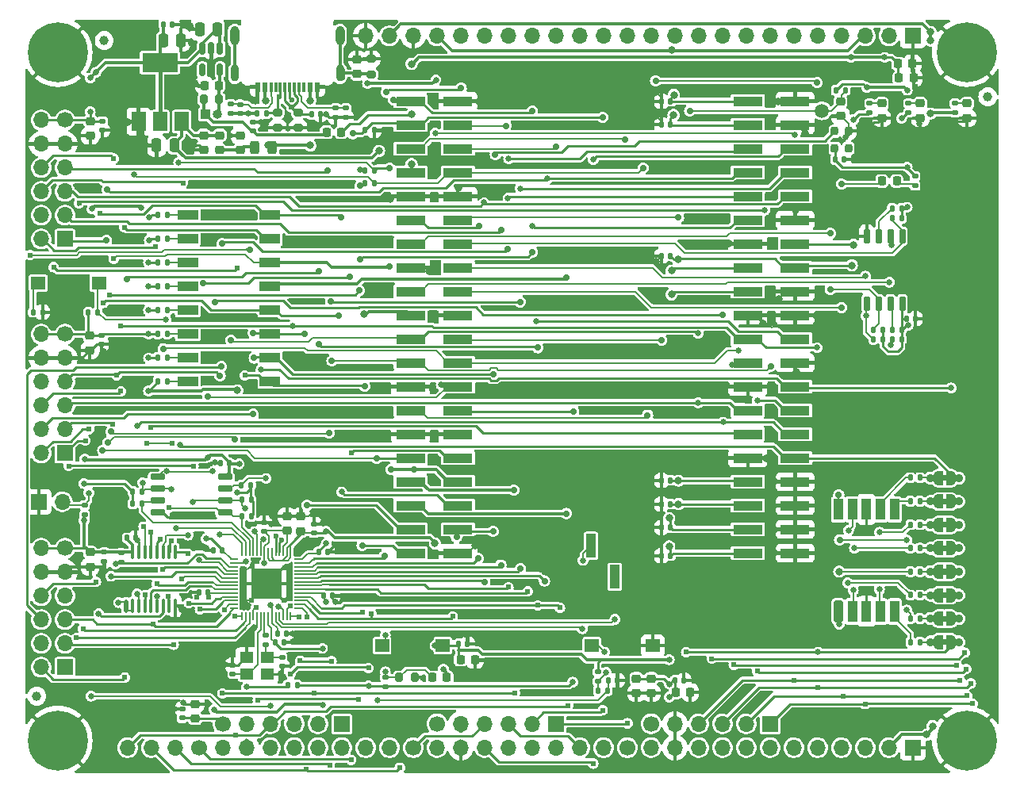
<source format=gbr>
G04 #@! TF.GenerationSoftware,KiCad,Pcbnew,8.0.1-8.0.1-1~ubuntu22.04.1*
G04 #@! TF.CreationDate,2024-04-10T21:28:55-04:00*
G04 #@! TF.ProjectId,tinytapeout-demo,74696e79-7461-4706-956f-75742d64656d,1.1.2*
G04 #@! TF.SameCoordinates,PX35e1f20PY8044ea0*
G04 #@! TF.FileFunction,Copper,L1,Top*
G04 #@! TF.FilePolarity,Positive*
%FSLAX46Y46*%
G04 Gerber Fmt 4.6, Leading zero omitted, Abs format (unit mm)*
G04 Created by KiCad (PCBNEW 8.0.1-8.0.1-1~ubuntu22.04.1) date 2024-04-10 21:28:55*
%MOMM*%
%LPD*%
G01*
G04 APERTURE LIST*
G04 Aperture macros list*
%AMRoundRect*
0 Rectangle with rounded corners*
0 $1 Rounding radius*
0 $2 $3 $4 $5 $6 $7 $8 $9 X,Y pos of 4 corners*
0 Add a 4 corners polygon primitive as box body*
4,1,4,$2,$3,$4,$5,$6,$7,$8,$9,$2,$3,0*
0 Add four circle primitives for the rounded corners*
1,1,$1+$1,$2,$3*
1,1,$1+$1,$4,$5*
1,1,$1+$1,$6,$7*
1,1,$1+$1,$8,$9*
0 Add four rect primitives between the rounded corners*
20,1,$1+$1,$2,$3,$4,$5,0*
20,1,$1+$1,$4,$5,$6,$7,0*
20,1,$1+$1,$6,$7,$8,$9,0*
20,1,$1+$1,$8,$9,$2,$3,0*%
%AMFreePoly0*
4,1,19,0.500000,-0.750000,0.000000,-0.750000,0.000000,-0.744911,-0.071157,-0.744911,-0.207708,-0.704816,-0.327430,-0.627875,-0.420627,-0.520320,-0.479746,-0.390866,-0.500000,-0.250000,-0.500000,0.250000,-0.479746,0.390866,-0.420627,0.520320,-0.327430,0.627875,-0.207708,0.704816,-0.071157,0.744911,0.000000,0.744911,0.000000,0.750000,0.500000,0.750000,0.500000,-0.750000,0.500000,-0.750000,
$1*%
%AMFreePoly1*
4,1,19,0.000000,0.744911,0.071157,0.744911,0.207708,0.704816,0.327430,0.627875,0.420627,0.520320,0.479746,0.390866,0.500000,0.250000,0.500000,-0.250000,0.479746,-0.390866,0.420627,-0.520320,0.327430,-0.627875,0.207708,-0.704816,0.071157,-0.744911,0.000000,-0.744911,0.000000,-0.750000,-0.500000,-0.750000,-0.500000,0.750000,0.000000,0.750000,0.000000,0.744911,0.000000,0.744911,
$1*%
G04 Aperture macros list end*
G04 #@! TA.AperFunction,EtchedComponent*
%ADD10C,0.000000*%
G04 #@! TD*
G04 #@! TA.AperFunction,ComponentPad*
%ADD11C,0.900000*%
G04 #@! TD*
G04 #@! TA.AperFunction,SMDPad,CuDef*
%ADD12FreePoly0,180.000000*%
G04 #@! TD*
G04 #@! TA.AperFunction,SMDPad,CuDef*
%ADD13FreePoly1,180.000000*%
G04 #@! TD*
G04 #@! TA.AperFunction,SMDPad,CuDef*
%ADD14RoundRect,0.225000X0.225000X0.250000X-0.225000X0.250000X-0.225000X-0.250000X0.225000X-0.250000X0*%
G04 #@! TD*
G04 #@! TA.AperFunction,ComponentPad*
%ADD15C,0.620000*%
G04 #@! TD*
G04 #@! TA.AperFunction,SMDPad,CuDef*
%ADD16RoundRect,0.135000X0.185000X-0.135000X0.185000X0.135000X-0.185000X0.135000X-0.185000X-0.135000X0*%
G04 #@! TD*
G04 #@! TA.AperFunction,SMDPad,CuDef*
%ADD17RoundRect,0.225000X-0.250000X0.225000X-0.250000X-0.225000X0.250000X-0.225000X0.250000X0.225000X0*%
G04 #@! TD*
G04 #@! TA.AperFunction,SMDPad,CuDef*
%ADD18RoundRect,0.140000X-0.140000X-0.170000X0.140000X-0.170000X0.140000X0.170000X-0.140000X0.170000X0*%
G04 #@! TD*
G04 #@! TA.AperFunction,SMDPad,CuDef*
%ADD19RoundRect,0.135000X-0.185000X0.135000X-0.185000X-0.135000X0.185000X-0.135000X0.185000X0.135000X0*%
G04 #@! TD*
G04 #@! TA.AperFunction,ComponentPad*
%ADD20C,6.400000*%
G04 #@! TD*
G04 #@! TA.AperFunction,SMDPad,CuDef*
%ADD21C,1.000000*%
G04 #@! TD*
G04 #@! TA.AperFunction,SMDPad,CuDef*
%ADD22RoundRect,0.135000X0.135000X0.185000X-0.135000X0.185000X-0.135000X-0.185000X0.135000X-0.185000X0*%
G04 #@! TD*
G04 #@! TA.AperFunction,SMDPad,CuDef*
%ADD23R,0.600000X1.100000*%
G04 #@! TD*
G04 #@! TA.AperFunction,SMDPad,CuDef*
%ADD24R,0.300000X1.100000*%
G04 #@! TD*
G04 #@! TA.AperFunction,ComponentPad*
%ADD25O,0.950000X2.100000*%
G04 #@! TD*
G04 #@! TA.AperFunction,ComponentPad*
%ADD26O,0.900000X1.800000*%
G04 #@! TD*
G04 #@! TA.AperFunction,SMDPad,CuDef*
%ADD27RoundRect,0.225000X0.250000X-0.225000X0.250000X0.225000X-0.250000X0.225000X-0.250000X-0.225000X0*%
G04 #@! TD*
G04 #@! TA.AperFunction,ComponentPad*
%ADD28R,1.700000X1.700000*%
G04 #@! TD*
G04 #@! TA.AperFunction,ComponentPad*
%ADD29O,1.700000X1.700000*%
G04 #@! TD*
G04 #@! TA.AperFunction,ComponentPad*
%ADD30C,1.700000*%
G04 #@! TD*
G04 #@! TA.AperFunction,SMDPad,CuDef*
%ADD31RoundRect,0.250000X0.250000X0.475000X-0.250000X0.475000X-0.250000X-0.475000X0.250000X-0.475000X0*%
G04 #@! TD*
G04 #@! TA.AperFunction,SMDPad,CuDef*
%ADD32RoundRect,0.135000X-0.135000X-0.185000X0.135000X-0.185000X0.135000X0.185000X-0.135000X0.185000X0*%
G04 #@! TD*
G04 #@! TA.AperFunction,SMDPad,CuDef*
%ADD33RoundRect,0.140000X-0.170000X0.140000X-0.170000X-0.140000X0.170000X-0.140000X0.170000X0.140000X0*%
G04 #@! TD*
G04 #@! TA.AperFunction,SMDPad,CuDef*
%ADD34RoundRect,0.200000X-0.200000X-0.275000X0.200000X-0.275000X0.200000X0.275000X-0.200000X0.275000X0*%
G04 #@! TD*
G04 #@! TA.AperFunction,SMDPad,CuDef*
%ADD35RoundRect,0.140000X0.170000X-0.140000X0.170000X0.140000X-0.170000X0.140000X-0.170000X-0.140000X0*%
G04 #@! TD*
G04 #@! TA.AperFunction,SMDPad,CuDef*
%ADD36C,0.500000*%
G04 #@! TD*
G04 #@! TA.AperFunction,SMDPad,CuDef*
%ADD37R,1.400000X1.200000*%
G04 #@! TD*
G04 #@! TA.AperFunction,SMDPad,CuDef*
%ADD38RoundRect,0.050000X-0.050000X-0.050000X0.050000X-0.050000X0.050000X0.050000X-0.050000X0.050000X0*%
G04 #@! TD*
G04 #@! TA.AperFunction,ComponentPad*
%ADD39R,1.000000X1.000000*%
G04 #@! TD*
G04 #@! TA.AperFunction,ComponentPad*
%ADD40O,1.000000X1.000000*%
G04 #@! TD*
G04 #@! TA.AperFunction,SMDPad,CuDef*
%ADD41RoundRect,0.140000X0.140000X0.170000X-0.140000X0.170000X-0.140000X-0.170000X0.140000X-0.170000X0*%
G04 #@! TD*
G04 #@! TA.AperFunction,SMDPad,CuDef*
%ADD42R,1.500000X1.400000*%
G04 #@! TD*
G04 #@! TA.AperFunction,SMDPad,CuDef*
%ADD43R,1.000000X2.510000*%
G04 #@! TD*
G04 #@! TA.AperFunction,SMDPad,CuDef*
%ADD44RoundRect,0.200000X0.200000X0.275000X-0.200000X0.275000X-0.200000X-0.275000X0.200000X-0.275000X0*%
G04 #@! TD*
G04 #@! TA.AperFunction,SMDPad,CuDef*
%ADD45R,2.200000X1.100000*%
G04 #@! TD*
G04 #@! TA.AperFunction,SMDPad,CuDef*
%ADD46RoundRect,0.200000X0.275000X-0.200000X0.275000X0.200000X-0.275000X0.200000X-0.275000X-0.200000X0*%
G04 #@! TD*
G04 #@! TA.AperFunction,SMDPad,CuDef*
%ADD47RoundRect,0.150000X-0.150000X0.650000X-0.150000X-0.650000X0.150000X-0.650000X0.150000X0.650000X0*%
G04 #@! TD*
G04 #@! TA.AperFunction,SMDPad,CuDef*
%ADD48RoundRect,0.200000X0.300000X-0.950000X0.300000X0.950000X-0.300000X0.950000X-0.300000X-0.950000X0*%
G04 #@! TD*
G04 #@! TA.AperFunction,SMDPad,CuDef*
%ADD49R,1.000000X2.300000*%
G04 #@! TD*
G04 #@! TA.AperFunction,SMDPad,CuDef*
%ADD50RoundRect,0.150000X-0.650000X-0.150000X0.650000X-0.150000X0.650000X0.150000X-0.650000X0.150000X0*%
G04 #@! TD*
G04 #@! TA.AperFunction,SMDPad,CuDef*
%ADD51RoundRect,0.050000X-0.387500X-0.050000X0.387500X-0.050000X0.387500X0.050000X-0.387500X0.050000X0*%
G04 #@! TD*
G04 #@! TA.AperFunction,SMDPad,CuDef*
%ADD52RoundRect,0.050000X-0.050000X-0.387500X0.050000X-0.387500X0.050000X0.387500X-0.050000X0.387500X0*%
G04 #@! TD*
G04 #@! TA.AperFunction,SMDPad,CuDef*
%ADD53R,3.200000X3.200000*%
G04 #@! TD*
G04 #@! TA.AperFunction,SMDPad,CuDef*
%ADD54RoundRect,0.243750X0.243750X0.456250X-0.243750X0.456250X-0.243750X-0.456250X0.243750X-0.456250X0*%
G04 #@! TD*
G04 #@! TA.AperFunction,SMDPad,CuDef*
%ADD55RoundRect,0.218750X-0.218750X-0.256250X0.218750X-0.256250X0.218750X0.256250X-0.218750X0.256250X0*%
G04 #@! TD*
G04 #@! TA.AperFunction,SMDPad,CuDef*
%ADD56RoundRect,0.200000X0.200000X0.250000X-0.200000X0.250000X-0.200000X-0.250000X0.200000X-0.250000X0*%
G04 #@! TD*
G04 #@! TA.AperFunction,SMDPad,CuDef*
%ADD57RoundRect,0.100000X0.100000X-0.637500X0.100000X0.637500X-0.100000X0.637500X-0.100000X-0.637500X0*%
G04 #@! TD*
G04 #@! TA.AperFunction,SMDPad,CuDef*
%ADD58RoundRect,0.150000X-0.150000X0.512500X-0.150000X-0.512500X0.150000X-0.512500X0.150000X0.512500X0*%
G04 #@! TD*
G04 #@! TA.AperFunction,SMDPad,CuDef*
%ADD59R,1.500000X2.000000*%
G04 #@! TD*
G04 #@! TA.AperFunction,SMDPad,CuDef*
%ADD60R,3.800000X2.000000*%
G04 #@! TD*
G04 #@! TA.AperFunction,SMDPad,CuDef*
%ADD61R,3.150000X1.000000*%
G04 #@! TD*
G04 #@! TA.AperFunction,SMDPad,CuDef*
%ADD62RoundRect,0.218750X0.256250X-0.218750X0.256250X0.218750X-0.256250X0.218750X-0.256250X-0.218750X0*%
G04 #@! TD*
G04 #@! TA.AperFunction,SMDPad,CuDef*
%ADD63C,1.500000*%
G04 #@! TD*
G04 #@! TA.AperFunction,SMDPad,CuDef*
%ADD64RoundRect,0.250000X-0.250000X-0.475000X0.250000X-0.475000X0.250000X0.475000X-0.250000X0.475000X0*%
G04 #@! TD*
G04 #@! TA.AperFunction,ViaPad*
%ADD65C,0.650000*%
G04 #@! TD*
G04 #@! TA.AperFunction,ViaPad*
%ADD66C,0.800000*%
G04 #@! TD*
G04 #@! TA.AperFunction,ViaPad*
%ADD67C,0.620000*%
G04 #@! TD*
G04 #@! TA.AperFunction,ViaPad*
%ADD68C,0.700000*%
G04 #@! TD*
G04 #@! TA.AperFunction,ViaPad*
%ADD69C,0.600000*%
G04 #@! TD*
G04 #@! TA.AperFunction,Conductor*
%ADD70C,0.200000*%
G04 #@! TD*
G04 #@! TA.AperFunction,Conductor*
%ADD71C,0.300000*%
G04 #@! TD*
G04 #@! TA.AperFunction,Conductor*
%ADD72C,0.250000*%
G04 #@! TD*
G04 #@! TA.AperFunction,Conductor*
%ADD73C,0.180000*%
G04 #@! TD*
G04 #@! TA.AperFunction,Conductor*
%ADD74C,0.400000*%
G04 #@! TD*
G04 #@! TA.AperFunction,Conductor*
%ADD75C,0.160000*%
G04 #@! TD*
G04 #@! TA.AperFunction,Conductor*
%ADD76C,0.245000*%
G04 #@! TD*
G04 #@! TA.AperFunction,Conductor*
%ADD77C,0.230000*%
G04 #@! TD*
G04 APERTURE END LIST*
D10*
G04 #@! TA.AperFunction,EtchedComponent*
G04 #@! TO.C,JP7*
G36*
X97650000Y16480000D02*
G01*
X97150000Y16480000D01*
X97150000Y17080000D01*
X97650000Y17080000D01*
X97650000Y16480000D01*
G37*
G04 #@! TD.AperFunction*
G04 #@! TA.AperFunction,EtchedComponent*
G36*
X98650000Y16480000D02*
G01*
X98150000Y16480000D01*
X98150000Y17080000D01*
X98650000Y17080000D01*
X98650000Y16480000D01*
G37*
G04 #@! TD.AperFunction*
G04 #@! TA.AperFunction,EtchedComponent*
G36*
X99650000Y16480000D02*
G01*
X99150000Y16480000D01*
X99150000Y17080000D01*
X99650000Y17080000D01*
X99650000Y16480000D01*
G37*
G04 #@! TD.AperFunction*
G04 #@! TA.AperFunction,EtchedComponent*
G04 #@! TO.C,JP1*
G36*
X97650000Y31480000D02*
G01*
X97150000Y31480000D01*
X97150000Y32080000D01*
X97650000Y32080000D01*
X97650000Y31480000D01*
G37*
G04 #@! TD.AperFunction*
G04 #@! TA.AperFunction,EtchedComponent*
G36*
X98650000Y31480000D02*
G01*
X98150000Y31480000D01*
X98150000Y32080000D01*
X98650000Y32080000D01*
X98650000Y31480000D01*
G37*
G04 #@! TD.AperFunction*
G04 #@! TA.AperFunction,EtchedComponent*
G36*
X99650000Y31480000D02*
G01*
X99150000Y31480000D01*
X99150000Y32080000D01*
X99650000Y32080000D01*
X99650000Y31480000D01*
G37*
G04 #@! TD.AperFunction*
G04 #@! TA.AperFunction,EtchedComponent*
G04 #@! TO.C,NT1*
G36*
X11250000Y17600000D02*
G01*
X10750000Y17600000D01*
X10750000Y18600000D01*
X11250000Y18600000D01*
X11250000Y17600000D01*
G37*
G04 #@! TD.AperFunction*
G04 #@! TA.AperFunction,EtchedComponent*
G04 #@! TO.C,JP3*
G36*
X97650000Y26480000D02*
G01*
X97150000Y26480000D01*
X97150000Y27080000D01*
X97650000Y27080000D01*
X97650000Y26480000D01*
G37*
G04 #@! TD.AperFunction*
G04 #@! TA.AperFunction,EtchedComponent*
G36*
X98650000Y26480000D02*
G01*
X98150000Y26480000D01*
X98150000Y27080000D01*
X98650000Y27080000D01*
X98650000Y26480000D01*
G37*
G04 #@! TD.AperFunction*
G04 #@! TA.AperFunction,EtchedComponent*
G36*
X99650000Y26480000D02*
G01*
X99150000Y26480000D01*
X99150000Y27080000D01*
X99650000Y27080000D01*
X99650000Y26480000D01*
G37*
G04 #@! TD.AperFunction*
G04 #@! TA.AperFunction,EtchedComponent*
G04 #@! TO.C,JP8*
G36*
X97650000Y13980000D02*
G01*
X97150000Y13980000D01*
X97150000Y14580000D01*
X97650000Y14580000D01*
X97650000Y13980000D01*
G37*
G04 #@! TD.AperFunction*
G04 #@! TA.AperFunction,EtchedComponent*
G36*
X98650000Y13980000D02*
G01*
X98150000Y13980000D01*
X98150000Y14580000D01*
X98650000Y14580000D01*
X98650000Y13980000D01*
G37*
G04 #@! TD.AperFunction*
G04 #@! TA.AperFunction,EtchedComponent*
G36*
X99650000Y13980000D02*
G01*
X99150000Y13980000D01*
X99150000Y14580000D01*
X99650000Y14580000D01*
X99650000Y13980000D01*
G37*
G04 #@! TD.AperFunction*
G04 #@! TA.AperFunction,EtchedComponent*
G04 #@! TO.C,JP2*
G36*
X97650000Y28980000D02*
G01*
X97150000Y28980000D01*
X97150000Y29580000D01*
X97650000Y29580000D01*
X97650000Y28980000D01*
G37*
G04 #@! TD.AperFunction*
G04 #@! TA.AperFunction,EtchedComponent*
G36*
X98650000Y28980000D02*
G01*
X98150000Y28980000D01*
X98150000Y29580000D01*
X98650000Y29580000D01*
X98650000Y28980000D01*
G37*
G04 #@! TD.AperFunction*
G04 #@! TA.AperFunction,EtchedComponent*
G36*
X99650000Y28980000D02*
G01*
X99150000Y28980000D01*
X99150000Y29580000D01*
X99650000Y29580000D01*
X99650000Y28980000D01*
G37*
G04 #@! TD.AperFunction*
G04 #@! TA.AperFunction,EtchedComponent*
G04 #@! TO.C,JP5*
G36*
X97650000Y21480000D02*
G01*
X97150000Y21480000D01*
X97150000Y22080000D01*
X97650000Y22080000D01*
X97650000Y21480000D01*
G37*
G04 #@! TD.AperFunction*
G04 #@! TA.AperFunction,EtchedComponent*
G36*
X98650000Y21480000D02*
G01*
X98150000Y21480000D01*
X98150000Y22080000D01*
X98650000Y22080000D01*
X98650000Y21480000D01*
G37*
G04 #@! TD.AperFunction*
G04 #@! TA.AperFunction,EtchedComponent*
G36*
X99650000Y21480000D02*
G01*
X99150000Y21480000D01*
X99150000Y22080000D01*
X99650000Y22080000D01*
X99650000Y21480000D01*
G37*
G04 #@! TD.AperFunction*
G04 #@! TA.AperFunction,EtchedComponent*
G04 #@! TO.C,JP6*
G36*
X97650000Y18980000D02*
G01*
X97150000Y18980000D01*
X97150000Y19580000D01*
X97650000Y19580000D01*
X97650000Y18980000D01*
G37*
G04 #@! TD.AperFunction*
G04 #@! TA.AperFunction,EtchedComponent*
G36*
X98650000Y18980000D02*
G01*
X98150000Y18980000D01*
X98150000Y19580000D01*
X98650000Y19580000D01*
X98650000Y18980000D01*
G37*
G04 #@! TD.AperFunction*
G04 #@! TA.AperFunction,EtchedComponent*
G36*
X99650000Y18980000D02*
G01*
X99150000Y18980000D01*
X99150000Y19580000D01*
X99650000Y19580000D01*
X99650000Y18980000D01*
G37*
G04 #@! TD.AperFunction*
G04 #@! TA.AperFunction,EtchedComponent*
G04 #@! TO.C,JP4*
G36*
X97650000Y23980000D02*
G01*
X97150000Y23980000D01*
X97150000Y24580000D01*
X97650000Y24580000D01*
X97650000Y23980000D01*
G37*
G04 #@! TD.AperFunction*
G04 #@! TA.AperFunction,EtchedComponent*
G36*
X98650000Y23980000D02*
G01*
X98150000Y23980000D01*
X98150000Y24580000D01*
X98650000Y24580000D01*
X98650000Y23980000D01*
G37*
G04 #@! TD.AperFunction*
G04 #@! TA.AperFunction,EtchedComponent*
G36*
X99650000Y23980000D02*
G01*
X99150000Y23980000D01*
X99150000Y24580000D01*
X99650000Y24580000D01*
X99650000Y23980000D01*
G37*
G04 #@! TD.AperFunction*
G04 #@! TD*
D11*
G04 #@! TO.P,JP7,1,A*
G04 #@! TO.N,out6*
X99900000Y16780000D03*
D12*
X99050000Y16780000D03*
D13*
G04 #@! TO.P,JP7,2,B*
G04 #@! TO.N,Net-(JP7-B)*
X97750000Y16780000D03*
D11*
X96900000Y16780000D03*
G04 #@! TD*
D14*
G04 #@! TO.P,C21,1*
G04 #@! TO.N,GND*
X95075000Y74500000D03*
G04 #@! TO.P,C21,2*
G04 #@! TO.N,+1V8*
X93525000Y74500000D03*
G04 #@! TD*
D15*
G04 #@! TO.P,STITCH1,1*
G04 #@! TO.N,GND*
X27900000Y18700000D03*
G04 #@! TD*
G04 #@! TO.P,STITCH1,1*
G04 #@! TO.N,GND*
X17800000Y24800000D03*
G04 #@! TD*
G04 #@! TO.P,STITCH1,1*
G04 #@! TO.N,GND*
X95800000Y18000000D03*
G04 #@! TD*
G04 #@! TO.P,STITCH1,1*
G04 #@! TO.N,GND*
X54900000Y50100000D03*
G04 #@! TD*
D16*
G04 #@! TO.P,R15,1*
G04 #@! TO.N,+5V*
X99500000Y70790000D03*
G04 #@! TO.P,R15,2*
G04 #@! TO.N,Net-(D1-A)*
X99500000Y71810000D03*
G04 #@! TD*
D15*
G04 #@! TO.P,STITCH1,1*
G04 #@! TO.N,GND*
X62200000Y55600000D03*
G04 #@! TD*
D17*
G04 #@! TO.P,C32,1*
G04 #@! TO.N,GND*
X28200000Y27700000D03*
G04 #@! TO.P,C32,2*
G04 #@! TO.N,/RP2040/DVDD*
X28200000Y26150000D03*
G04 #@! TD*
D18*
G04 #@! TO.P,C23,1*
G04 #@! TO.N,GND*
X68195000Y72000000D03*
G04 #@! TO.P,C23,2*
G04 #@! TO.N,+3V3*
X69155000Y72000000D03*
G04 #@! TD*
G04 #@! TO.P,C36,1*
G04 #@! TO.N,+3V3*
X26920000Y14250000D03*
G04 #@! TO.P,C36,2*
G04 #@! TO.N,GND*
X27880000Y14250000D03*
G04 #@! TD*
D11*
G04 #@! TO.P,JP1,1,A*
G04 #@! TO.N,out0*
X99900000Y31780000D03*
D12*
X99050000Y31780000D03*
D13*
G04 #@! TO.P,JP1,2,B*
G04 #@! TO.N,Net-(JP1-B)*
X97750000Y31780000D03*
D11*
X96900000Y31780000D03*
G04 #@! TD*
D19*
G04 #@! TO.P,R20,1*
G04 #@! TO.N,/CC2*
X22200000Y71710000D03*
G04 #@! TO.P,R20,2*
G04 #@! TO.N,GND*
X22200000Y70690000D03*
G04 #@! TD*
D20*
G04 #@! TO.P,MT3,1,1*
G04 #@! TO.N,GND*
X3750000Y77250000D03*
G04 #@! TD*
D15*
G04 #@! TO.P,STITCH1,1*
G04 #@! TO.N,GND*
X87100000Y23000000D03*
G04 #@! TD*
G04 #@! TO.P,STITCH1,1*
G04 #@! TO.N,GND*
X83600000Y75600000D03*
G04 #@! TD*
D21*
G04 #@! TO.P,FID3,*
G04 #@! TO.N,*
X103000000Y72500000D03*
G04 #@! TD*
D15*
G04 #@! TO.P,STITCH1,1*
G04 #@! TO.N,GND*
X48600000Y40600000D03*
G04 #@! TD*
D22*
G04 #@! TO.P,R38,1*
G04 #@! TO.N,+3V3*
X24360000Y31050000D03*
G04 #@! TO.P,R38,2*
G04 #@! TO.N,/RP2040/QSPI_SD3*
X23340000Y31050000D03*
G04 #@! TD*
D15*
G04 #@! TO.P,STITCH1,1*
G04 #@! TO.N,GND*
X30700000Y50650000D03*
G04 #@! TD*
G04 #@! TO.P,STITCH8,1*
G04 #@! TO.N,GND*
X103700000Y64100000D03*
G04 #@! TD*
G04 #@! TO.P,STITCH1,1*
G04 #@! TO.N,GND*
X37600000Y38900000D03*
G04 #@! TD*
G04 #@! TO.P,STITCH1,1*
G04 #@! TO.N,GND*
X700000Y58600000D03*
G04 #@! TD*
D23*
G04 #@! TO.P,J15,A1_B12,GND*
G04 #@! TO.N,GND*
X31450000Y73550000D03*
G04 #@! TO.P,J15,A4_B9,VBUS*
G04 #@! TO.N,VBUS*
X30650000Y73550000D03*
D24*
G04 #@! TO.P,J15,A5,CC1*
G04 #@! TO.N,/CC1*
X29500000Y73550000D03*
G04 #@! TO.P,J15,A6,DP1*
G04 #@! TO.N,usb_d+*
X28500000Y73550000D03*
G04 #@! TO.P,J15,A7,DN1*
G04 #@! TO.N,usb_d-*
X28000000Y73550000D03*
G04 #@! TO.P,J15,A8,SBU1*
G04 #@! TO.N,unconnected-(J15-SBU1-PadA8)*
X27000000Y73550000D03*
D23*
G04 #@! TO.P,J15,B1_A12,GND*
G04 #@! TO.N,GND*
X25050000Y73550000D03*
G04 #@! TO.P,J15,B4_A9,VBUS*
G04 #@! TO.N,VBUS*
X25850000Y73550000D03*
D24*
G04 #@! TO.P,J15,B5,CC2*
G04 #@! TO.N,/CC2*
X26500000Y73550000D03*
G04 #@! TO.P,J15,B6,DP2*
G04 #@! TO.N,usb_d+*
X27500000Y73550000D03*
G04 #@! TO.P,J15,B7,DN2*
G04 #@! TO.N,usb_d-*
X29000000Y73550000D03*
G04 #@! TO.P,J15,B8,SBU2*
G04 #@! TO.N,unconnected-(J15-SBU2-PadB8)*
X30000000Y73550000D03*
D25*
G04 #@! TO.P,J15,S1,SHIELD*
G04 #@! TO.N,Net-(C3-Pad1)*
X33870000Y79000000D03*
D26*
G04 #@! TO.P,J15,S2,SHIELD*
X22630000Y75000000D03*
G04 #@! TO.P,J15,S3,SHIELD*
X33870000Y75000000D03*
D25*
G04 #@! TO.P,J15,S4,SHIELD*
X22630000Y79000000D03*
G04 #@! TD*
D15*
G04 #@! TO.P,STITCH1,1*
G04 #@! TO.N,GND*
X67400000Y75600000D03*
G04 #@! TD*
G04 #@! TO.P,STITCH1,1*
G04 #@! TO.N,GND*
X11200000Y54700000D03*
G04 #@! TD*
D27*
G04 #@! TO.P,C48,1*
G04 #@! TO.N,/vfused*
X23200000Y66825000D03*
G04 #@! TO.P,C48,2*
G04 #@! TO.N,GND*
X23200000Y68375000D03*
G04 #@! TD*
D28*
G04 #@! TO.P,J13,1,IO1*
G04 #@! TO.N,in0*
X4500000Y34440000D03*
D29*
G04 #@! TO.P,J13,2,IO2*
G04 #@! TO.N,in2*
X4500000Y36980000D03*
G04 #@! TO.P,J13,3,IO3*
G04 #@! TO.N,out3*
X4500000Y39520000D03*
G04 #@! TO.P,J13,4,IO4*
G04 #@! TO.N,in1*
X4500000Y42060000D03*
G04 #@! TO.P,J13,5,GND*
G04 #@! TO.N,GND*
X4500000Y44600000D03*
D30*
G04 #@! TO.P,J13,6,VCC*
G04 #@! TO.N,+3V3*
X4500000Y47140000D03*
D29*
G04 #@! TO.P,J13,7,IO5*
G04 #@! TO.N,in4*
X1960000Y34440000D03*
G04 #@! TO.P,J13,8,IO6*
G04 #@! TO.N,in6*
X1960000Y36980000D03*
G04 #@! TO.P,J13,9,IO7*
G04 #@! TO.N,out7*
X1960000Y39520000D03*
G04 #@! TO.P,J13,10,IO8*
G04 #@! TO.N,in5*
X1960000Y42060000D03*
G04 #@! TO.P,J13,11,GND*
G04 #@! TO.N,GND*
X1960000Y44600000D03*
G04 #@! TO.P,J13,12,VCC*
G04 #@! TO.N,+3V3*
X1960000Y47140000D03*
G04 #@! TD*
D15*
G04 #@! TO.P,STITCH1,1*
G04 #@! TO.N,GND*
X43900000Y36400000D03*
G04 #@! TD*
D31*
G04 #@! TO.P,C6,1*
G04 #@! TO.N,+5V*
X16190000Y67290000D03*
G04 #@! TO.P,C6,2*
G04 #@! TO.N,GND*
X14290000Y67290000D03*
G04 #@! TD*
D15*
G04 #@! TO.P,STITCH1,1*
G04 #@! TO.N,GND*
X31700000Y38900000D03*
G04 #@! TD*
G04 #@! TO.P,STITCH11,1*
G04 #@! TO.N,GND*
X53060000Y800000D03*
G04 #@! TD*
G04 #@! TO.P,STITCH1,1*
G04 #@! TO.N,GND*
X20000000Y48800000D03*
G04 #@! TD*
G04 #@! TO.P,STITCH1,1*
G04 #@! TO.N,GND*
X37600000Y52100000D03*
G04 #@! TD*
D32*
G04 #@! TO.P,R5,1*
G04 #@! TO.N,+3V3*
X14390000Y52271429D03*
G04 #@! TO.P,R5,2*
G04 #@! TO.N,Net-(R5-Pad2)*
X15410000Y52271429D03*
G04 #@! TD*
D15*
G04 #@! TO.P,STITCH1,1*
G04 #@! TO.N,GND*
X62200000Y45300000D03*
G04 #@! TD*
D33*
G04 #@! TO.P,C56,1*
G04 #@! TO.N,+3V3*
X8700000Y23880000D03*
G04 #@! TO.P,C56,2*
G04 #@! TO.N,GND*
X8700000Y22920000D03*
G04 #@! TD*
D31*
G04 #@! TO.P,C7,1*
G04 #@! TO.N,+3V3*
X20800000Y79700000D03*
G04 #@! TO.P,C7,2*
G04 #@! TO.N,GND*
X18900000Y79700000D03*
G04 #@! TD*
D15*
G04 #@! TO.P,STITCH1,1*
G04 #@! TO.N,GND*
X26000000Y20500000D03*
G04 #@! TD*
G04 #@! TO.P,STITCH1,1*
G04 #@! TO.N,GND*
X70900000Y75600000D03*
G04 #@! TD*
G04 #@! TO.P,STITCH1,1*
G04 #@! TO.N,GND*
X74050000Y65100000D03*
G04 #@! TD*
G04 #@! TO.P,STITCH1,1*
G04 #@! TO.N,GND*
X29200000Y63100000D03*
G04 #@! TD*
D34*
G04 #@! TO.P,R7,1*
G04 #@! TO.N,Net-(C1-Pad2)*
X40175000Y10500000D03*
G04 #@! TO.P,R7,2*
G04 #@! TO.N,GND*
X41825000Y10500000D03*
G04 #@! TD*
D15*
G04 #@! TO.P,STITCH1,1*
G04 #@! TO.N,GND*
X54700000Y17200000D03*
G04 #@! TD*
D32*
G04 #@! TO.P,R1,1*
G04 #@! TO.N,+3V3*
X14390000Y42100000D03*
G04 #@! TO.P,R1,2*
G04 #@! TO.N,Net-(R1-Pad2)*
X15410000Y42100000D03*
G04 #@! TD*
D35*
G04 #@! TO.P,C29,1*
G04 #@! TO.N,Net-(U6-XIN)*
X22400000Y10870000D03*
G04 #@! TO.P,C29,2*
G04 #@! TO.N,GND*
X22400000Y11830000D03*
G04 #@! TD*
D15*
G04 #@! TO.P,STITCH1,1*
G04 #@! TO.N,GND*
X62200000Y65300000D03*
G04 #@! TD*
D30*
G04 #@! TO.P,J2,1,Pin_1*
G04 #@! TO.N,in0*
X18810000Y3000000D03*
D29*
G04 #@! TO.P,J2,2,Pin_2*
G04 #@! TO.N,in1*
X16270000Y3000000D03*
G04 #@! TO.P,J2,3,Pin_3*
G04 #@! TO.N,in2*
X13730000Y3000000D03*
G04 #@! TO.P,J2,4,Pin_4*
G04 #@! TO.N,in3*
X11190000Y3000000D03*
G04 #@! TD*
D15*
G04 #@! TO.P,STITCH1,1*
G04 #@! TO.N,GND*
X8900000Y19100000D03*
G04 #@! TD*
G04 #@! TO.P,STITCH1,1*
G04 #@! TO.N,GND*
X38900000Y5600000D03*
G04 #@! TD*
D18*
G04 #@! TO.P,C24,1*
G04 #@! TO.N,GND*
X68195000Y29000000D03*
G04 #@! TO.P,C24,2*
G04 #@! TO.N,+1V8*
X69155000Y29000000D03*
G04 #@! TD*
G04 #@! TO.P,C8,1*
G04 #@! TO.N,+3V3*
X46520000Y14100000D03*
G04 #@! TO.P,C8,2*
G04 #@! TO.N,GND*
X47480000Y14100000D03*
G04 #@! TD*
D15*
G04 #@! TO.P,STITCH4,1*
G04 #@! TO.N,GND*
X103700000Y44100000D03*
G04 #@! TD*
D36*
G04 #@! TO.P,NT1,1,1*
G04 #@! TO.N,HK_CSB*
X11000000Y18600000D03*
G04 #@! TO.P,NT1,2,2*
G04 #@! TO.N,MUX_SEL*
X11000000Y17600000D03*
G04 #@! TD*
D15*
G04 #@! TO.P,STITCH16,1*
G04 #@! TO.N,GND*
X78460000Y800000D03*
G04 #@! TD*
D37*
G04 #@! TO.P,Y1,1,1*
G04 #@! TO.N,Net-(U6-XIN)*
X23900000Y10900000D03*
G04 #@! TO.P,Y1,2,2*
G04 #@! TO.N,GND*
X26100000Y10900000D03*
G04 #@! TO.P,Y1,3,3*
G04 #@! TO.N,Net-(C30-Pad1)*
X26100000Y12600000D03*
G04 #@! TO.P,Y1,4,4*
G04 #@! TO.N,GND*
X23900000Y12600000D03*
G04 #@! TD*
D15*
G04 #@! TO.P,STITCH1,1*
G04 #@! TO.N,GND*
X71300000Y27400000D03*
G04 #@! TD*
G04 #@! TO.P,STITCH1,1*
G04 #@! TO.N,GND*
X83500000Y6800000D03*
G04 #@! TD*
G04 #@! TO.P,STITCH1,1*
G04 #@! TO.N,GND*
X3700000Y9000000D03*
G04 #@! TD*
D16*
G04 #@! TO.P,R18,1*
G04 #@! TO.N,+1V8*
X90400000Y70790000D03*
G04 #@! TO.P,R18,2*
G04 #@! TO.N,Net-(D3-A)*
X90400000Y71810000D03*
G04 #@! TD*
D15*
G04 #@! TO.P,STITCH17,1*
G04 #@! TO.N,GND*
X83540000Y800000D03*
G04 #@! TD*
G04 #@! TO.P,STITCH1,1*
G04 #@! TO.N,GND*
X10300000Y29300000D03*
G04 #@! TD*
G04 #@! TO.P,STITCH1,1*
G04 #@! TO.N,GND*
X29500000Y29950000D03*
G04 #@! TD*
G04 #@! TO.P,STITCH1,1*
G04 #@! TO.N,GND*
X35700000Y5600000D03*
G04 #@! TD*
G04 #@! TO.P,STITCH1,1*
G04 #@! TO.N,GND*
X75200000Y9550000D03*
G04 #@! TD*
G04 #@! TO.P,STITCH1,1*
G04 #@! TO.N,GND*
X48800000Y66000000D03*
G04 #@! TD*
G04 #@! TO.P,STITCH1,1*
G04 #@! TO.N,GND*
X86000000Y37500000D03*
G04 #@! TD*
D33*
G04 #@! TO.P,C58,1*
G04 #@! TO.N,+3V3*
X8500000Y69880000D03*
G04 #@! TO.P,C58,2*
G04 #@! TO.N,GND*
X8500000Y68920000D03*
G04 #@! TD*
D15*
G04 #@! TO.P,STITCH1,1*
G04 #@! TO.N,GND*
X32400000Y29950000D03*
G04 #@! TD*
G04 #@! TO.P,STITCH1,1*
G04 #@! TO.N,GND*
X66600000Y26500000D03*
G04 #@! TD*
G04 #@! TO.P,STITCH1,1*
G04 #@! TO.N,GND*
X66600000Y23500000D03*
G04 #@! TD*
D18*
G04 #@! TO.P,C27,1*
G04 #@! TO.N,+3V3*
X11120000Y25400000D03*
G04 #@! TO.P,C27,2*
G04 #@! TO.N,GND*
X12080000Y25400000D03*
G04 #@! TD*
D15*
G04 #@! TO.P,STITCH1,1*
G04 #@! TO.N,GND*
X48100000Y75600000D03*
G04 #@! TD*
G04 #@! TO.P,STITCH1,1*
G04 #@! TO.N,GND*
X35850000Y1200000D03*
G04 #@! TD*
D32*
G04 #@! TO.P,R11,1*
G04 #@! TO.N,+3V3*
X14390000Y59900000D03*
G04 #@! TO.P,R11,2*
G04 #@! TO.N,Net-(R11-Pad2)*
X15410000Y59900000D03*
G04 #@! TD*
D15*
G04 #@! TO.P,STITCH1,1*
G04 #@! TO.N,GND*
X15850000Y71800000D03*
G04 #@! TD*
D27*
G04 #@! TO.P,C16,1*
G04 #@! TO.N,GND*
X67100000Y8825000D03*
G04 #@! TO.P,C16,2*
G04 #@! TO.N,+3V3*
X67100000Y10375000D03*
G04 #@! TD*
D15*
G04 #@! TO.P,STITCH1,1*
G04 #@! TO.N,GND*
X50100000Y17200000D03*
G04 #@! TD*
G04 #@! TO.P,STITCH6,1*
G04 #@! TO.N,GND*
X42900000Y800000D03*
G04 #@! TD*
G04 #@! TO.P,STITCH1,1*
G04 #@! TO.N,GND*
X29200000Y57000000D03*
G04 #@! TD*
D38*
G04 #@! TO.P,J18,1,1*
G04 #@! TO.N,GND*
X79920000Y47900000D03*
G04 #@! TD*
D22*
G04 #@! TO.P,R43,1*
G04 #@! TO.N,+3V3*
X93810000Y59500000D03*
G04 #@! TO.P,R43,2*
G04 #@! TO.N,Caravel_CSB*
X92790000Y59500000D03*
G04 #@! TD*
D15*
G04 #@! TO.P,STITCH1,1*
G04 #@! TO.N,GND*
X3400000Y49500000D03*
G04 #@! TD*
D33*
G04 #@! TO.P,C46,1*
G04 #@! TO.N,/CC1*
X34500000Y71280000D03*
G04 #@! TO.P,C46,2*
G04 #@! TO.N,GND*
X34500000Y70320000D03*
G04 #@! TD*
D35*
G04 #@! TO.P,C4,1*
G04 #@! TO.N,+3V3*
X17020000Y6165000D03*
G04 #@! TO.P,C4,2*
G04 #@! TO.N,GND*
X17020000Y7125000D03*
G04 #@! TD*
D22*
G04 #@! TO.P,R24,1*
G04 #@! TO.N,Net-(JP3-B)*
X95765000Y26808572D03*
G04 #@! TO.P,R24,2*
G04 #@! TO.N,Net-(U1-C)*
X94745000Y26808572D03*
G04 #@! TD*
D15*
G04 #@! TO.P,STITCH1,1*
G04 #@! TO.N,GND*
X86000000Y43100000D03*
G04 #@! TD*
D22*
G04 #@! TO.P,R22,1*
G04 #@! TO.N,Net-(JP1-B)*
X95765000Y31820000D03*
G04 #@! TO.P,R22,2*
G04 #@! TO.N,Net-(U1-A)*
X94745000Y31820000D03*
G04 #@! TD*
D15*
G04 #@! TO.P,STITCH1,1*
G04 #@! TO.N,GND*
X35500000Y19000000D03*
G04 #@! TD*
G04 #@! TO.P,STITCH1,1*
G04 #@! TO.N,GND*
X31100000Y10300000D03*
G04 #@! TD*
G04 #@! TO.P,STITCH1,1*
G04 #@! TO.N,GND*
X59950000Y27100000D03*
G04 #@! TD*
D33*
G04 #@! TO.P,C47,1*
G04 #@! TO.N,/CC2*
X23200000Y71680000D03*
G04 #@! TO.P,C47,2*
G04 #@! TO.N,GND*
X23200000Y70720000D03*
G04 #@! TD*
D15*
G04 #@! TO.P,STITCH1,1*
G04 #@! TO.N,GND*
X26000000Y63000000D03*
G04 #@! TD*
G04 #@! TO.P,STITCH1,1*
G04 #@! TO.N,GND*
X63300000Y75600000D03*
G04 #@! TD*
D11*
G04 #@! TO.P,JP3,1,A*
G04 #@! TO.N,out2*
X99900000Y26780000D03*
D12*
X99050000Y26780000D03*
D13*
G04 #@! TO.P,JP3,2,B*
G04 #@! TO.N,Net-(JP3-B)*
X97750000Y26780000D03*
D11*
X96900000Y26780000D03*
G04 #@! TD*
D15*
G04 #@! TO.P,STITCH1,1*
G04 #@! TO.N,GND*
X900000Y72300000D03*
G04 #@! TD*
D39*
G04 #@! TO.P,J19,1,Pin_1*
G04 #@! TO.N,/1v8B*
X19500000Y70600000D03*
D40*
G04 #@! TO.P,J19,2,Pin_2*
G04 #@! TO.N,/1v8A*
X20770000Y70600000D03*
G04 #@! TD*
D15*
G04 #@! TO.P,STITCH1,1*
G04 #@! TO.N,GND*
X96800000Y6800000D03*
G04 #@! TD*
G04 #@! TO.P,STITCH1,1*
G04 #@! TO.N,GND*
X19600000Y9400000D03*
G04 #@! TD*
G04 #@! TO.P,STITCH7,1*
G04 #@! TO.N,GND*
X103700000Y59100000D03*
G04 #@! TD*
D32*
G04 #@! TO.P,R3,1*
G04 #@! TO.N,+3V3*
X14390000Y47185715D03*
G04 #@! TO.P,R3,2*
G04 #@! TO.N,Net-(R3-Pad2)*
X15410000Y47185715D03*
G04 #@! TD*
D15*
G04 #@! TO.P,STITCH13,1*
G04 #@! TO.N,GND*
X63220000Y800000D03*
G04 #@! TD*
G04 #@! TO.P,STITCH1,1*
G04 #@! TO.N,GND*
X12400000Y71800000D03*
G04 #@! TD*
D11*
G04 #@! TO.P,JP8,1,A*
G04 #@! TO.N,out7*
X99900000Y14280000D03*
D12*
X99050000Y14280000D03*
D13*
G04 #@! TO.P,JP8,2,B*
G04 #@! TO.N,Net-(JP8-B)*
X97750000Y14280000D03*
D11*
X96900000Y14280000D03*
G04 #@! TD*
D15*
G04 #@! TO.P,STITCH1,1*
G04 #@! TO.N,GND*
X59100000Y9200000D03*
G04 #@! TD*
D30*
G04 #@! TO.P,J8,1,Pin_1*
G04 #@! TO.N,uio0*
X64545000Y3000000D03*
D29*
G04 #@! TO.P,J8,2,Pin_2*
G04 #@! TO.N,uio1*
X62005000Y3000000D03*
G04 #@! TO.P,J8,3,Pin_3*
G04 #@! TO.N,uio2*
X59465000Y3000000D03*
G04 #@! TD*
D15*
G04 #@! TO.P,STITCH1,1*
G04 #@! TO.N,GND*
X12500000Y5200000D03*
G04 #@! TD*
G04 #@! TO.P,STITCH1,1*
G04 #@! TO.N,GND*
X72800000Y70250000D03*
G04 #@! TD*
G04 #@! TO.P,STITCH1,1*
G04 #@! TO.N,GND*
X10700000Y65600000D03*
G04 #@! TD*
G04 #@! TO.P,STITCH1,1*
G04 #@! TO.N,GND*
X80700000Y14200000D03*
G04 #@! TD*
D18*
G04 #@! TO.P,C2,1*
G04 #@! TO.N,~{project_rst}*
X62520000Y10200000D03*
G04 #@! TO.P,C2,2*
G04 #@! TO.N,GND*
X63480000Y10200000D03*
G04 #@! TD*
D28*
G04 #@! TO.P,J12,1,IO1*
G04 #@! TO.N,out4*
X4500000Y11580000D03*
D29*
G04 #@! TO.P,J12,2,IO2*
G04 #@! TO.N,out3*
X4500000Y14120000D03*
G04 #@! TO.P,J12,3,IO3*
G04 #@! TO.N,in2*
X4500000Y16660000D03*
G04 #@! TO.P,J12,4,IO4*
G04 #@! TO.N,out5*
X4500000Y19200000D03*
G04 #@! TO.P,J12,5,GND*
G04 #@! TO.N,GND*
X4500000Y21740000D03*
D30*
G04 #@! TO.P,J12,6,VCC*
G04 #@! TO.N,+3V3*
X4500000Y24280000D03*
D29*
G04 #@! TO.P,J12,7,IO5*
G04 #@! TO.N,uio0*
X1960000Y11580000D03*
G04 #@! TO.P,J12,8,IO6*
G04 #@! TO.N,out7*
X1960000Y14120000D03*
G04 #@! TO.P,J12,9,IO7*
G04 #@! TO.N,uio2*
X1960000Y16660000D03*
G04 #@! TO.P,J12,10,IO8*
G04 #@! TO.N,uio1*
X1960000Y19200000D03*
G04 #@! TO.P,J12,11,GND*
G04 #@! TO.N,GND*
X1960000Y21740000D03*
G04 #@! TO.P,J12,12,VCC*
G04 #@! TO.N,+3V3*
X1960000Y24280000D03*
G04 #@! TD*
D15*
G04 #@! TO.P,STITCH1,1*
G04 #@! TO.N,GND*
X101400000Y26600000D03*
G04 #@! TD*
G04 #@! TO.P,STITCH1,1*
G04 #@! TO.N,GND*
X22800000Y43300000D03*
G04 #@! TD*
D41*
G04 #@! TO.P,C18,1*
G04 #@! TO.N,+3V3*
X69155000Y26500000D03*
G04 #@! TO.P,C18,2*
G04 #@! TO.N,GND*
X68195000Y26500000D03*
G04 #@! TD*
D15*
G04 #@! TO.P,STITCH1,1*
G04 #@! TO.N,GND*
X96200000Y43100000D03*
G04 #@! TD*
D32*
G04 #@! TO.P,R41,1*
G04 #@! TO.N,RP_proj_clk*
X28290000Y9700000D03*
G04 #@! TO.P,R41,2*
G04 #@! TO.N,project_clk*
X29310000Y9700000D03*
G04 #@! TD*
D15*
G04 #@! TO.P,STITCH1,1*
G04 #@! TO.N,GND*
X7200000Y34800000D03*
G04 #@! TD*
D27*
G04 #@! TO.P,C42,1*
G04 #@! TO.N,GND*
X87300000Y70425000D03*
G04 #@! TO.P,C42,2*
G04 #@! TO.N,/~{CRVRST}*
X87300000Y71975000D03*
G04 #@! TD*
D15*
G04 #@! TO.P,STITCH1,1*
G04 #@! TO.N,GND*
X35500000Y26400000D03*
G04 #@! TD*
G04 #@! TO.P,STITCH1,1*
G04 #@! TO.N,GND*
X86200000Y75600000D03*
G04 #@! TD*
D42*
G04 #@! TO.P,SW2,1,1*
G04 #@! TO.N,GND*
X67250000Y13900000D03*
G04 #@! TO.P,SW2,2,2*
G04 #@! TO.N,Net-(R13-Pad1)*
X60750000Y13900000D03*
G04 #@! TD*
D15*
G04 #@! TO.P,STITCH1,1*
G04 #@! TO.N,GND*
X29500000Y45000000D03*
G04 #@! TD*
G04 #@! TO.P,STITCH1,1*
G04 #@! TO.N,GND*
X90100000Y59200000D03*
G04 #@! TD*
G04 #@! TO.P,STITCH1,1*
G04 #@! TO.N,GND*
X43900000Y27100000D03*
G04 #@! TD*
G04 #@! TO.P,STITCH1,1*
G04 #@! TO.N,GND*
X71300000Y32600000D03*
G04 #@! TD*
G04 #@! TO.P,STITCH1,1*
G04 #@! TO.N,GND*
X37100000Y19000000D03*
G04 #@! TD*
D19*
G04 #@! TO.P,R8,1*
G04 #@! TO.N,+3V3*
X61400000Y11110000D03*
G04 #@! TO.P,R8,2*
G04 #@! TO.N,Net-(R13-Pad1)*
X61400000Y10090000D03*
G04 #@! TD*
D41*
G04 #@! TO.P,C28,1*
G04 #@! TO.N,GND*
X87680000Y65800000D03*
G04 #@! TO.P,C28,2*
G04 #@! TO.N,+3V3*
X86720000Y65800000D03*
G04 #@! TD*
D17*
G04 #@! TO.P,C49,1*
G04 #@! TO.N,+5V*
X19300000Y68375000D03*
G04 #@! TO.P,C49,2*
G04 #@! TO.N,GND*
X19300000Y66825000D03*
G04 #@! TD*
D18*
G04 #@! TO.P,C35,1*
G04 #@! TO.N,+3V3*
X32120000Y19200000D03*
G04 #@! TO.P,C35,2*
G04 #@! TO.N,GND*
X33080000Y19200000D03*
G04 #@! TD*
D15*
G04 #@! TO.P,STITCH1,1*
G04 #@! TO.N,GND*
X31250000Y24950000D03*
G04 #@! TD*
G04 #@! TO.P,STITCH1,1*
G04 #@! TO.N,GND*
X88800000Y6800000D03*
G04 #@! TD*
D28*
G04 #@! TO.P,J3,1,IO1*
G04 #@! TO.N,in0*
X34045000Y5545000D03*
D29*
G04 #@! TO.P,J3,2,IO2*
G04 #@! TO.N,in1*
X31505000Y5545000D03*
G04 #@! TO.P,J3,3,IO3*
G04 #@! TO.N,in2*
X28965000Y5545000D03*
G04 #@! TO.P,J3,4,IO4*
G04 #@! TO.N,in3*
X26425000Y5545000D03*
G04 #@! TO.P,J3,5,GND*
G04 #@! TO.N,GND*
X23885000Y5545000D03*
D30*
G04 #@! TO.P,J3,6,VCC*
G04 #@! TO.N,+3V3*
X21345000Y5545000D03*
D29*
G04 #@! TO.P,J3,7,IO5*
G04 #@! TO.N,in4*
X34045000Y3005000D03*
G04 #@! TO.P,J3,8,IO6*
G04 #@! TO.N,in5*
X31505000Y3005000D03*
G04 #@! TO.P,J3,9,IO7*
G04 #@! TO.N,in6*
X28965000Y3005000D03*
G04 #@! TO.P,J3,10,IO8*
G04 #@! TO.N,in7*
X26425000Y3005000D03*
G04 #@! TO.P,J3,11,GND*
G04 #@! TO.N,GND*
X23885000Y3005000D03*
G04 #@! TO.P,J3,12,VCC*
G04 #@! TO.N,+3V3*
X21345000Y3005000D03*
G04 #@! TD*
D15*
G04 #@! TO.P,STITCH1,1*
G04 #@! TO.N,GND*
X66600000Y31600000D03*
G04 #@! TD*
G04 #@! TO.P,STITCH1,1*
G04 #@! TO.N,GND*
X19600000Y59900000D03*
G04 #@! TD*
G04 #@! TO.P,STITCH1,1*
G04 #@! TO.N,GND*
X12500000Y13100000D03*
G04 #@! TD*
G04 #@! TO.P,STITCH1,1*
G04 #@! TO.N,GND*
X35200000Y72200000D03*
G04 #@! TD*
D43*
G04 #@! TO.P,J7,1,Pin_1*
G04 #@! TO.N,/RP2040/SWDIO*
X63190000Y21245000D03*
G04 #@! TO.P,J7,2,Pin_2*
G04 #@! TO.N,/RP2040/SWCLK*
X60650000Y24555000D03*
G04 #@! TD*
D15*
G04 #@! TO.P,STITCH1,1*
G04 #@! TO.N,GND*
X34400000Y10300000D03*
G04 #@! TD*
G04 #@! TO.P,STITCH1,1*
G04 #@! TO.N,GND*
X73600000Y75600000D03*
G04 #@! TD*
D16*
G04 #@! TO.P,R12,1*
G04 #@! TO.N,project_clk*
X38700000Y9490000D03*
G04 #@! TO.P,R12,2*
G04 #@! TO.N,Net-(C1-Pad2)*
X38700000Y10510000D03*
G04 #@! TD*
D14*
G04 #@! TO.P,C25,1*
G04 #@! TO.N,GND*
X94975000Y76040000D03*
G04 #@! TO.P,C25,2*
G04 #@! TO.N,+1V8*
X93425000Y76040000D03*
G04 #@! TD*
D20*
G04 #@! TO.P,MT4,1,1*
G04 #@! TO.N,GND*
X100750000Y77250000D03*
G04 #@! TD*
D15*
G04 #@! TO.P,STITCH3,1*
G04 #@! TO.N,GND*
X103700000Y39100000D03*
G04 #@! TD*
G04 #@! TO.P,STITCH1,1*
G04 #@! TO.N,GND*
X23600000Y8100000D03*
G04 #@! TD*
G04 #@! TO.P,STITCH1,1*
G04 #@! TO.N,GND*
X35700000Y32900000D03*
G04 #@! TD*
G04 #@! TO.P,STITCH1,1*
G04 #@! TO.N,GND*
X12500000Y49700000D03*
G04 #@! TD*
D20*
G04 #@! TO.P,MT2,1,1*
G04 #@! TO.N,GND*
X100750000Y3750000D03*
G04 #@! TD*
D17*
G04 #@! TO.P,C5,1*
G04 #@! TO.N,GND*
X18400000Y7675000D03*
G04 #@! TO.P,C5,2*
G04 #@! TO.N,+3V3*
X18400000Y6125000D03*
G04 #@! TD*
D32*
G04 #@! TO.P,R13,1*
G04 #@! TO.N,Net-(R13-Pad1)*
X61390000Y9100000D03*
G04 #@! TO.P,R13,2*
G04 #@! TO.N,~{project_rst}*
X62410000Y9100000D03*
G04 #@! TD*
D15*
G04 #@! TO.P,STITCH6,1*
G04 #@! TO.N,GND*
X12500000Y700000D03*
G04 #@! TD*
G04 #@! TO.P,STITCH1,1*
G04 #@! TO.N,GND*
X77650000Y9500000D03*
G04 #@! TD*
D19*
G04 #@! TO.P,R21,1*
G04 #@! TO.N,/CC1*
X33400000Y71310000D03*
G04 #@! TO.P,R21,2*
G04 #@! TO.N,GND*
X33400000Y70290000D03*
G04 #@! TD*
D15*
G04 #@! TO.P,STITCH1,1*
G04 #@! TO.N,GND*
X34500000Y14800000D03*
G04 #@! TD*
G04 #@! TO.P,STITCH1,1*
G04 #@! TO.N,GND*
X71300000Y22100000D03*
G04 #@! TD*
G04 #@! TO.P,STITCH1,1*
G04 #@! TO.N,GND*
X71200000Y59400000D03*
G04 #@! TD*
D32*
G04 #@! TO.P,R42,1*
G04 #@! TO.N,+3V3*
X86790000Y73200000D03*
G04 #@! TO.P,R42,2*
G04 #@! TO.N,/~{CRVRST}*
X87810000Y73200000D03*
G04 #@! TD*
D15*
G04 #@! TO.P,STITCH1,1*
G04 #@! TO.N,GND*
X53100000Y75600000D03*
G04 #@! TD*
G04 #@! TO.P,STITCH1,1*
G04 #@! TO.N,GND*
X12500000Y45700000D03*
G04 #@! TD*
D28*
G04 #@! TO.P,J5,1,IO1*
G04 #@! TO.N,uio0*
X56905000Y5545000D03*
D29*
G04 #@! TO.P,J5,2,IO2*
G04 #@! TO.N,uio1*
X54365000Y5545000D03*
G04 #@! TO.P,J5,3,IO3*
G04 #@! TO.N,uio2*
X51825000Y5545000D03*
G04 #@! TO.P,J5,4,IO4*
G04 #@! TO.N,uio3*
X49285000Y5545000D03*
G04 #@! TO.P,J5,5,GND*
G04 #@! TO.N,GND*
X46745000Y5545000D03*
D30*
G04 #@! TO.P,J5,6,VCC*
G04 #@! TO.N,+3V3*
X44205000Y5545000D03*
D29*
G04 #@! TO.P,J5,7,IO5*
G04 #@! TO.N,uio4*
X56905000Y3005000D03*
G04 #@! TO.P,J5,8,IO6*
G04 #@! TO.N,uio5*
X54365000Y3005000D03*
G04 #@! TO.P,J5,9,IO7*
G04 #@! TO.N,uio6*
X51825000Y3005000D03*
G04 #@! TO.P,J5,10,IO8*
G04 #@! TO.N,uio7*
X49285000Y3005000D03*
G04 #@! TO.P,J5,11,GND*
G04 #@! TO.N,GND*
X46745000Y3005000D03*
G04 #@! TO.P,J5,12,VCC*
G04 #@! TO.N,+3V3*
X44205000Y3005000D03*
G04 #@! TD*
D15*
G04 #@! TO.P,STITCH1,1*
G04 #@! TO.N,GND*
X10300000Y39000000D03*
G04 #@! TD*
D44*
G04 #@! TO.P,R49,1*
G04 #@! TO.N,/1v8A*
X20975000Y72200000D03*
G04 #@! TO.P,R49,2*
G04 #@! TO.N,/1v8B*
X19325000Y72200000D03*
G04 #@! TD*
D15*
G04 #@! TO.P,STITCH1,1*
G04 #@! TO.N,GND*
X38800000Y17500000D03*
G04 #@! TD*
D32*
G04 #@! TO.P,R2,1*
G04 #@! TO.N,+3V3*
X14390000Y44642858D03*
G04 #@! TO.P,R2,2*
G04 #@! TO.N,Net-(R2-Pad2)*
X15410000Y44642858D03*
G04 #@! TD*
D45*
G04 #@! TO.P,SW4,1*
G04 #@! TO.N,Net-(R11-Pad2)*
X17600000Y59890000D03*
G04 #@! TO.P,SW4,2*
G04 #@! TO.N,Net-(R10-Pad2)*
X17600000Y57350000D03*
G04 #@! TO.P,SW4,3*
G04 #@! TO.N,Net-(R6-Pad2)*
X17600000Y54810000D03*
G04 #@! TO.P,SW4,4*
G04 #@! TO.N,Net-(R5-Pad2)*
X17600000Y52270000D03*
G04 #@! TO.P,SW4,5*
G04 #@! TO.N,Net-(R4-Pad2)*
X17600000Y49730000D03*
G04 #@! TO.P,SW4,6*
G04 #@! TO.N,Net-(R3-Pad2)*
X17600000Y47190000D03*
G04 #@! TO.P,SW4,7*
G04 #@! TO.N,Net-(R2-Pad2)*
X17600000Y44650000D03*
G04 #@! TO.P,SW4,8*
G04 #@! TO.N,Net-(R1-Pad2)*
X17600000Y42110000D03*
G04 #@! TO.P,SW4,9*
G04 #@! TO.N,in7*
X26400000Y42110000D03*
G04 #@! TO.P,SW4,10*
G04 #@! TO.N,in6*
X26400000Y44650000D03*
G04 #@! TO.P,SW4,11*
G04 #@! TO.N,in5*
X26400000Y47190000D03*
G04 #@! TO.P,SW4,12*
G04 #@! TO.N,in4*
X26400000Y49730000D03*
G04 #@! TO.P,SW4,13*
G04 #@! TO.N,in3*
X26400000Y52270000D03*
G04 #@! TO.P,SW4,14*
G04 #@! TO.N,in2*
X26400000Y54810000D03*
G04 #@! TO.P,SW4,15*
G04 #@! TO.N,in1*
X26400000Y57350000D03*
G04 #@! TO.P,SW4,16*
G04 #@! TO.N,in0*
X26400000Y59890000D03*
G04 #@! TD*
D19*
G04 #@! TO.P,R19,1*
G04 #@! TO.N,+3V3*
X95250000Y64010000D03*
G04 #@! TO.P,R19,2*
G04 #@! TO.N,Net-(D4-A)*
X95250000Y62990000D03*
G04 #@! TD*
D15*
G04 #@! TO.P,STITCH18,1*
G04 #@! TO.N,GND*
X88620000Y800000D03*
G04 #@! TD*
D46*
G04 #@! TO.P,D5,1,A1*
G04 #@! TO.N,GND*
X29400000Y69175000D03*
G04 #@! TO.P,D5,2,A2*
G04 #@! TO.N,usb_d-*
X29400000Y70825000D03*
G04 #@! TD*
D15*
G04 #@! TO.P,STITCH9,1*
G04 #@! TO.N,GND*
X103700000Y69100000D03*
G04 #@! TD*
D11*
G04 #@! TO.P,JP2,1,A*
G04 #@! TO.N,out1*
X99900000Y29280000D03*
D12*
X99050000Y29280000D03*
D13*
G04 #@! TO.P,JP2,2,B*
G04 #@! TO.N,Net-(JP2-B)*
X97750000Y29280000D03*
D11*
X96900000Y29280000D03*
G04 #@! TD*
D47*
G04 #@! TO.P,U7,1,~{CS}*
G04 #@! TO.N,Caravel_CSB*
X93905000Y57600000D03*
G04 #@! TO.P,U7,2,DO(IO1)*
G04 #@! TO.N,Caravel_D1*
X92635000Y57600000D03*
G04 #@! TO.P,U7,3,IO2*
G04 #@! TO.N,Net-(U7-IO2)*
X91365000Y57600000D03*
G04 #@! TO.P,U7,4,GND*
G04 #@! TO.N,GND*
X90095000Y57600000D03*
G04 #@! TO.P,U7,5,DI(IO0)*
G04 #@! TO.N,Caravel_D0*
X90095000Y50400000D03*
G04 #@! TO.P,U7,6,CLK*
G04 #@! TO.N,Caravel_SCK*
X91365000Y50400000D03*
G04 #@! TO.P,U7,7,IO3*
G04 #@! TO.N,Net-(U7-IO3)*
X92635000Y50400000D03*
G04 #@! TO.P,U7,8,VCC*
G04 #@! TO.N,+3V3*
X93905000Y50400000D03*
G04 #@! TD*
D33*
G04 #@! TO.P,C30,1*
G04 #@! TO.N,Net-(C30-Pad1)*
X27700000Y12630000D03*
G04 #@! TO.P,C30,2*
G04 #@! TO.N,GND*
X27700000Y11670000D03*
G04 #@! TD*
D22*
G04 #@! TO.P,R28,1*
G04 #@! TO.N,Net-(JP7-B)*
X95765000Y16785716D03*
G04 #@! TO.P,R28,2*
G04 #@! TO.N,Net-(U1-G)*
X94745000Y16785716D03*
G04 #@! TD*
D15*
G04 #@! TO.P,STITCH1,1*
G04 #@! TO.N,GND*
X50200000Y44900000D03*
G04 #@! TD*
D41*
G04 #@! TO.P,C39,1*
G04 #@! TO.N,+3V3*
X21280000Y24100000D03*
G04 #@! TO.P,C39,2*
G04 #@! TO.N,GND*
X20320000Y24100000D03*
G04 #@! TD*
D48*
G04 #@! TO.P,U1,1,E*
G04 #@! TO.N,Net-(U1-E)*
X87050000Y17550000D03*
D49*
G04 #@! TO.P,U1,2,D*
G04 #@! TO.N,Net-(U1-D)*
X88550000Y17550000D03*
G04 #@! TO.P,U1,3,CC*
G04 #@! TO.N,GND*
X90050000Y17550000D03*
G04 #@! TO.P,U1,4,C*
G04 #@! TO.N,Net-(U1-C)*
X91550000Y17550000D03*
G04 #@! TO.P,U1,5,DP*
G04 #@! TO.N,Net-(U1-DP)*
X93050000Y17550000D03*
G04 #@! TO.P,U1,6,B*
G04 #@! TO.N,Net-(U1-B)*
X93050000Y28450000D03*
G04 #@! TO.P,U1,7,A*
G04 #@! TO.N,Net-(U1-A)*
X91550000Y28450000D03*
G04 #@! TO.P,U1,8,CC*
G04 #@! TO.N,GND*
X90050000Y28450000D03*
G04 #@! TO.P,U1,9,F*
G04 #@! TO.N,Net-(U1-F)*
X88550000Y28450000D03*
G04 #@! TO.P,U1,10,G*
G04 #@! TO.N,Net-(U1-G)*
X87050000Y28450000D03*
G04 #@! TD*
D22*
G04 #@! TO.P,R23,1*
G04 #@! TO.N,Net-(JP2-B)*
X95765000Y29314286D03*
G04 #@! TO.P,R23,2*
G04 #@! TO.N,Net-(U1-B)*
X94745000Y29314286D03*
G04 #@! TD*
D41*
G04 #@! TO.P,C38,1*
G04 #@! TO.N,+3V3*
X19780000Y19600000D03*
G04 #@! TO.P,C38,2*
G04 #@! TO.N,GND*
X18820000Y19600000D03*
G04 #@! TD*
D15*
G04 #@! TO.P,STITCH1,1*
G04 #@! TO.N,GND*
X56600000Y55500000D03*
G04 #@! TD*
G04 #@! TO.P,STITCH1,1*
G04 #@! TO.N,GND*
X71300000Y46300000D03*
G04 #@! TD*
G04 #@! TO.P,STITCH1,1*
G04 #@! TO.N,GND*
X700000Y12900000D03*
G04 #@! TD*
G04 #@! TO.P,STITCH1,1*
G04 #@! TO.N,GND*
X81100000Y75600000D03*
G04 #@! TD*
G04 #@! TO.P,STITCH1,1*
G04 #@! TO.N,GND*
X62200000Y19100000D03*
G04 #@! TD*
G04 #@! TO.P,STITCH1,1*
G04 #@! TO.N,GND*
X59800000Y39000000D03*
G04 #@! TD*
D22*
G04 #@! TO.P,R45,1*
G04 #@! TO.N,+3V3*
X93810000Y47600000D03*
G04 #@! TO.P,R45,2*
G04 #@! TO.N,Net-(U7-IO3)*
X92790000Y47600000D03*
G04 #@! TD*
D50*
G04 #@! TO.P,U5,1,~{CS}*
G04 #@! TO.N,boot_mode*
X14400000Y31905000D03*
G04 #@! TO.P,U5,2,DO(IO1)*
G04 #@! TO.N,/RP2040/QSPI_SD1*
X14400000Y30635000D03*
G04 #@! TO.P,U5,3,IO2*
G04 #@! TO.N,/RP2040/QSPI_SD2*
X14400000Y29365000D03*
G04 #@! TO.P,U5,4,GND*
G04 #@! TO.N,GND*
X14400000Y28095000D03*
G04 #@! TO.P,U5,5,DI(IO0)*
G04 #@! TO.N,/RP2040/QSPI_SD0*
X21600000Y28095000D03*
G04 #@! TO.P,U5,6,CLK*
G04 #@! TO.N,/RP2040/QSPI_CLK*
X21600000Y29365000D03*
G04 #@! TO.P,U5,7,IO3*
G04 #@! TO.N,/RP2040/QSPI_SD3*
X21600000Y30635000D03*
G04 #@! TO.P,U5,8,VCC*
G04 #@! TO.N,+3V3*
X21600000Y31905000D03*
G04 #@! TD*
D15*
G04 #@! TO.P,STITCH1,1*
G04 #@! TO.N,GND*
X8500000Y13100000D03*
G04 #@! TD*
G04 #@! TO.P,STITCH1,1*
G04 #@! TO.N,GND*
X63200000Y6300000D03*
G04 #@! TD*
G04 #@! TO.P,STITCH14,1*
G04 #@! TO.N,GND*
X68300000Y800000D03*
G04 #@! TD*
G04 #@! TO.P,STITCH1,1*
G04 #@! TO.N,GND*
X12300000Y20400000D03*
G04 #@! TD*
D27*
G04 #@! TO.P,C37,1*
G04 #@! TO.N,+3V3*
X29700000Y26125000D03*
G04 #@! TO.P,C37,2*
G04 #@! TO.N,GND*
X29700000Y27675000D03*
G04 #@! TD*
D32*
G04 #@! TO.P,R35,1*
G04 #@! TO.N,+3V3*
X11740000Y29035000D03*
G04 #@! TO.P,R35,2*
G04 #@! TO.N,/RP2040/QSPI_SD2*
X12760000Y29035000D03*
G04 #@! TD*
D28*
G04 #@! TO.P,J10,1,Pin_1*
G04 #@! TO.N,GND*
X1690000Y29260000D03*
D29*
G04 #@! TO.P,J10,2,Pin_2*
G04 #@! TO.N,/RP2040/RUN*
X4230000Y29260000D03*
G04 #@! TD*
D51*
G04 #@! TO.P,U6,1,IOVDD*
G04 #@! TO.N,+3V3*
X22562500Y23100000D03*
G04 #@! TO.P,U6,2,GPIO0*
G04 #@! TO.N,RP_proj_clk*
X22562500Y22700000D03*
G04 #@! TO.P,U6,3,GPIO1*
G04 #@! TO.N,HK_CSB*
X22562500Y22300000D03*
G04 #@! TO.P,U6,4,GPIO2*
G04 #@! TO.N,HK_SCK*
X22562500Y21900000D03*
G04 #@! TO.P,U6,5,GPIO3*
G04 #@! TO.N,SDI{slash}~{p_rst}*
X22562500Y21500000D03*
G04 #@! TO.P,U6,6,GPIO4*
G04 #@! TO.N,HK_SDO*
X22562500Y21100000D03*
G04 #@! TO.P,U6,7,GPIO5*
G04 #@! TO.N,out0*
X22562500Y20700000D03*
G04 #@! TO.P,U6,8,GPIO6*
G04 #@! TO.N,ctrl_ena{slash}out1*
X22562500Y20300000D03*
G04 #@! TO.P,U6,9,GPIO7*
G04 #@! TO.N,~{crst}{slash}out2*
X22562500Y19900000D03*
G04 #@! TO.P,U6,10,IOVDD*
G04 #@! TO.N,+3V3*
X22562500Y19500000D03*
G04 #@! TO.P,U6,11,GPIO8*
G04 #@! TO.N,cinc{slash}out3*
X22562500Y19100000D03*
G04 #@! TO.P,U6,12,GPIO9*
G04 #@! TO.N,in0*
X22562500Y18700000D03*
G04 #@! TO.P,U6,13,GPIO10*
G04 #@! TO.N,in1*
X22562500Y18300000D03*
G04 #@! TO.P,U6,14,GPIO11*
G04 #@! TO.N,in2*
X22562500Y17900000D03*
D52*
G04 #@! TO.P,U6,15,GPIO12*
G04 #@! TO.N,in3*
X23400000Y17062500D03*
G04 #@! TO.P,U6,16,GPIO13*
G04 #@! TO.N,out4*
X23800000Y17062500D03*
G04 #@! TO.P,U6,17,GPIO14*
G04 #@! TO.N,out5*
X24200000Y17062500D03*
G04 #@! TO.P,U6,18,GPIO15*
G04 #@! TO.N,out6*
X24600000Y17062500D03*
G04 #@! TO.P,U6,19,TESTEN*
G04 #@! TO.N,GND*
X25000000Y17062500D03*
G04 #@! TO.P,U6,20,XIN*
G04 #@! TO.N,Net-(U6-XIN)*
X25400000Y17062500D03*
G04 #@! TO.P,U6,21,XOUT*
G04 #@! TO.N,Net-(U6-XOUT)*
X25800000Y17062500D03*
G04 #@! TO.P,U6,22,IOVDD*
G04 #@! TO.N,+3V3*
X26200000Y17062500D03*
G04 #@! TO.P,U6,23,DVDD*
G04 #@! TO.N,/RP2040/DVDD*
X26600000Y17062500D03*
G04 #@! TO.P,U6,24,SWCLK*
G04 #@! TO.N,/RP2040/SWCLK*
X27000000Y17062500D03*
G04 #@! TO.P,U6,25,SWD*
G04 #@! TO.N,/RP2040/SWDIO*
X27400000Y17062500D03*
G04 #@! TO.P,U6,26,RUN*
G04 #@! TO.N,/RP2040/RUN*
X27800000Y17062500D03*
G04 #@! TO.P,U6,27,GPIO16*
G04 #@! TO.N,out7*
X28200000Y17062500D03*
G04 #@! TO.P,U6,28,GPIO17*
G04 #@! TO.N,in4*
X28600000Y17062500D03*
D51*
G04 #@! TO.P,U6,29,GPIO18*
G04 #@! TO.N,in5*
X29437500Y17900000D03*
G04 #@! TO.P,U6,30,GPIO19*
G04 #@! TO.N,in6*
X29437500Y18300000D03*
G04 #@! TO.P,U6,31,GPIO20*
G04 #@! TO.N,in7*
X29437500Y18700000D03*
G04 #@! TO.P,U6,32,GPIO21*
G04 #@! TO.N,uio0*
X29437500Y19100000D03*
G04 #@! TO.P,U6,33,IOVDD*
G04 #@! TO.N,+3V3*
X29437500Y19500000D03*
G04 #@! TO.P,U6,34,GPIO22*
G04 #@! TO.N,uio1*
X29437500Y19900000D03*
G04 #@! TO.P,U6,35,GPIO23*
G04 #@! TO.N,uio2*
X29437500Y20300000D03*
G04 #@! TO.P,U6,36,GPIO24*
G04 #@! TO.N,uio3*
X29437500Y20700000D03*
G04 #@! TO.P,U6,37,GPIO25*
G04 #@! TO.N,uio4*
X29437500Y21100000D03*
G04 #@! TO.P,U6,38,GPIO26_ADC0*
G04 #@! TO.N,uio5*
X29437500Y21500000D03*
G04 #@! TO.P,U6,39,GPIO27_ADC1*
G04 #@! TO.N,uio6*
X29437500Y21900000D03*
G04 #@! TO.P,U6,40,GPIO28_ADC2*
G04 #@! TO.N,uio7*
X29437500Y22300000D03*
G04 #@! TO.P,U6,41,GPIO29_ADC3*
G04 #@! TO.N,RPIO29*
X29437500Y22700000D03*
G04 #@! TO.P,U6,42,IOVDD*
G04 #@! TO.N,+3V3*
X29437500Y23100000D03*
D52*
G04 #@! TO.P,U6,43,ADC_AVDD*
X28600000Y23937500D03*
G04 #@! TO.P,U6,44,VREG_IN*
X28200000Y23937500D03*
G04 #@! TO.P,U6,45,VREG_VOUT*
G04 #@! TO.N,/RP2040/DVDD*
X27800000Y23937500D03*
G04 #@! TO.P,U6,46,USB_DM*
G04 #@! TO.N,usb_d-*
X27400000Y23937500D03*
G04 #@! TO.P,U6,47,USB_DP*
G04 #@! TO.N,usb_d+*
X27000000Y23937500D03*
G04 #@! TO.P,U6,48,USB_VDD*
G04 #@! TO.N,+3V3*
X26600000Y23937500D03*
G04 #@! TO.P,U6,49,IOVDD*
X26200000Y23937500D03*
G04 #@! TO.P,U6,50,DVDD*
G04 #@! TO.N,/RP2040/DVDD*
X25800000Y23937500D03*
G04 #@! TO.P,U6,51,QSPI_SD3*
G04 #@! TO.N,/RP2040/QSPI_SD3*
X25400000Y23937500D03*
G04 #@! TO.P,U6,52,QSPI_SCLK*
G04 #@! TO.N,/RP2040/QSPI_CLK*
X25000000Y23937500D03*
G04 #@! TO.P,U6,53,QSPI_SD0*
G04 #@! TO.N,/RP2040/QSPI_SD0*
X24600000Y23937500D03*
G04 #@! TO.P,U6,54,QSPI_SD2*
G04 #@! TO.N,/RP2040/QSPI_SD2*
X24200000Y23937500D03*
G04 #@! TO.P,U6,55,QSPI_SD1*
G04 #@! TO.N,/RP2040/QSPI_SD1*
X23800000Y23937500D03*
G04 #@! TO.P,U6,56,QSPI_SS*
G04 #@! TO.N,boot_mode*
X23400000Y23937500D03*
D53*
G04 #@! TO.P,U6,57,GND*
G04 #@! TO.N,GND*
X26000000Y20500000D03*
G04 #@! TD*
D35*
G04 #@! TO.P,C33,1*
G04 #@! TO.N,+3V3*
X31100000Y25920000D03*
G04 #@! TO.P,C33,2*
G04 #@! TO.N,GND*
X31100000Y26880000D03*
G04 #@! TD*
D22*
G04 #@! TO.P,R27,1*
G04 #@! TO.N,Net-(JP6-B)*
X95765000Y19291430D03*
G04 #@! TO.P,R27,2*
G04 #@! TO.N,Net-(U1-F)*
X94745000Y19291430D03*
G04 #@! TD*
D18*
G04 #@! TO.P,C20,1*
G04 #@! TO.N,GND*
X68195000Y55500000D03*
G04 #@! TO.P,C20,2*
G04 #@! TO.N,+1V8*
X69155000Y55500000D03*
G04 #@! TD*
D15*
G04 #@! TO.P,STITCH1,1*
G04 #@! TO.N,GND*
X24400000Y18700000D03*
G04 #@! TD*
G04 #@! TO.P,STITCH1,1*
G04 #@! TO.N,GND*
X8600000Y58200000D03*
G04 #@! TD*
D30*
G04 #@! TO.P,J17,1,Pin_1*
G04 #@! TO.N,uio3*
X41700000Y3000000D03*
D29*
G04 #@! TO.P,J17,2,Pin_2*
G04 #@! TO.N,~{project_rst}*
X39160000Y3000000D03*
G04 #@! TO.P,J17,3,Pin_3*
G04 #@! TO.N,project_clk*
X36620000Y3000000D03*
G04 #@! TD*
D14*
G04 #@! TO.P,C9,1*
G04 #@! TO.N,GND*
X48275000Y12400000D03*
G04 #@! TO.P,C9,2*
G04 #@! TO.N,+3V3*
X46725000Y12400000D03*
G04 #@! TD*
D15*
G04 #@! TO.P,STITCH1,1*
G04 #@! TO.N,GND*
X92900000Y23000000D03*
G04 #@! TD*
G04 #@! TO.P,STITCH1,1*
G04 #@! TO.N,GND*
X59600000Y7450000D03*
G04 #@! TD*
D54*
G04 #@! TO.P,F1,1*
G04 #@! TO.N,VBUS*
X26637500Y67050000D03*
G04 #@! TO.P,F1,2*
G04 #@! TO.N,/vfused*
X24762500Y67050000D03*
G04 #@! TD*
D15*
G04 #@! TO.P,STITCH1,1*
G04 #@! TO.N,GND*
X20000000Y44600000D03*
G04 #@! TD*
G04 #@! TO.P,STITCH1,1*
G04 #@! TO.N,GND*
X73550000Y14200000D03*
G04 #@! TD*
D28*
G04 #@! TO.P,J9,1,Pin_1*
G04 #@! TO.N,GND*
X95000000Y79000000D03*
D29*
G04 #@! TO.P,J9,2,Pin_2*
G04 #@! TO.N,+1V8*
X92460000Y79000000D03*
G04 #@! TO.P,J9,3,Pin_3*
G04 #@! TO.N,+3V3*
X89920000Y79000000D03*
G04 #@! TO.P,J9,4,Pin_4*
G04 #@! TO.N,GND*
X87380000Y79000000D03*
G04 #@! TO.P,J9,5,Pin_5*
G04 #@! TO.N,usrclk2*
X84840000Y79000000D03*
G04 #@! TO.P,J9,6,Pin_6*
G04 #@! TO.N,HK_SCK*
X82300000Y79000000D03*
G04 #@! TO.P,J9,7,Pin_7*
G04 #@! TO.N,HK_CSB*
X79760000Y79000000D03*
G04 #@! TO.P,J9,8,Pin_8*
G04 #@! TO.N,GND*
X77220000Y79000000D03*
G04 #@! TO.P,J9,9,Pin_9*
G04 #@! TO.N,HK_SDI*
X74680000Y79000000D03*
G04 #@! TO.P,J9,10,Pin_10*
G04 #@! TO.N,HK_SDO*
X72140000Y79000000D03*
G04 #@! TO.P,J9,11,Pin_11*
G04 #@! TO.N,mprj_io0*
X69600000Y79000000D03*
G04 #@! TO.P,J9,12,Pin_12*
G04 #@! TO.N,~{ctrl_sel_rst}*
X67060000Y79000000D03*
G04 #@! TO.P,J9,13,Pin_13*
G04 #@! TO.N,mio37*
X64520000Y79000000D03*
G04 #@! TO.P,J9,14,Pin_14*
G04 #@! TO.N,ctrl_sel_inc*
X61980000Y79000000D03*
G04 #@! TO.P,J9,15,Pin_15*
G04 #@! TO.N,GND*
X59440000Y79000000D03*
G04 #@! TO.P,J9,16,Pin_16*
G04 #@! TO.N,mio35*
X56900000Y79000000D03*
G04 #@! TO.P,J9,17,Pin_17*
G04 #@! TO.N,ctrl_ena*
X54360000Y79000000D03*
G04 #@! TO.P,J9,18,Pin_18*
G04 #@! TO.N,mio33*
X51820000Y79000000D03*
G04 #@! TO.P,J9,19,Pin_19*
G04 #@! TO.N,GND*
X49280000Y79000000D03*
G04 #@! TO.P,J9,20,Pin_20*
G04 #@! TO.N,RPIO29*
X46740000Y79000000D03*
G04 #@! TO.P,J9,21,Pin_21*
G04 #@! TO.N,+3V3*
X44200000Y79000000D03*
G04 #@! TO.P,J9,22,Pin_22*
G04 #@! TO.N,GND*
X41660000Y79000000D03*
G04 #@! TO.P,J9,23,Pin_23*
G04 #@! TO.N,+5V*
X39120000Y79000000D03*
G04 #@! TO.P,J9,24,Pin_24*
G04 #@! TO.N,GND*
X36580000Y79000000D03*
G04 #@! TD*
D15*
G04 #@! TO.P,STITCH1,1*
G04 #@! TO.N,GND*
X85300000Y65100000D03*
G04 #@! TD*
D18*
G04 #@! TO.P,C12,1*
G04 #@! TO.N,+3V3*
X15020000Y80200000D03*
G04 #@! TO.P,C12,2*
G04 #@! TO.N,GND*
X15980000Y80200000D03*
G04 #@! TD*
D15*
G04 #@! TO.P,STITCH1,1*
G04 #@! TO.N,GND*
X37200000Y10500000D03*
G04 #@! TD*
G04 #@! TO.P,STITCH1,1*
G04 #@! TO.N,GND*
X43600000Y41300000D03*
G04 #@! TD*
G04 #@! TO.P,STITCH1,1*
G04 #@! TO.N,GND*
X62200000Y27100000D03*
G04 #@! TD*
D32*
G04 #@! TO.P,R40,1*
G04 #@! TO.N,+3V3*
X11740000Y30335000D03*
G04 #@! TO.P,R40,2*
G04 #@! TO.N,/RP2040/QSPI_SD1*
X12760000Y30335000D03*
G04 #@! TD*
D41*
G04 #@! TO.P,C45,1*
G04 #@! TO.N,usb_d+*
X26000000Y70700000D03*
G04 #@! TO.P,C45,2*
G04 #@! TO.N,GND*
X25040000Y70700000D03*
G04 #@! TD*
D15*
G04 #@! TO.P,STITCH1,1*
G04 #@! TO.N,GND*
X101400000Y21500000D03*
G04 #@! TD*
D55*
G04 #@! TO.P,F2,1*
G04 #@! TO.N,/1v8B*
X32412500Y68700000D03*
G04 #@! TO.P,F2,2*
G04 #@! TO.N,+1V8*
X33987500Y68700000D03*
G04 #@! TD*
D16*
G04 #@! TO.P,R37,1*
G04 #@! TO.N,Net-(C30-Pad1)*
X25900000Y13990000D03*
G04 #@! TO.P,R37,2*
G04 #@! TO.N,Net-(U6-XOUT)*
X25900000Y15010000D03*
G04 #@! TD*
D15*
G04 #@! TO.P,STITCH1,1*
G04 #@! TO.N,GND*
X19700000Y5200000D03*
G04 #@! TD*
D18*
G04 #@! TO.P,C26,1*
G04 #@! TO.N,GND*
X68195000Y23500000D03*
G04 #@! TO.P,C26,2*
G04 #@! TO.N,+3V3*
X69155000Y23500000D03*
G04 #@! TD*
G04 #@! TO.P,C19,1*
G04 #@! TO.N,GND*
X68195000Y69500000D03*
G04 #@! TO.P,C19,2*
G04 #@! TO.N,+3V3*
X69155000Y69500000D03*
G04 #@! TD*
D56*
G04 #@! TO.P,X1,1,Tri-State*
G04 #@! TO.N,unconnected-(X1-Tri-State-Pad1)*
X88125000Y66975000D03*
G04 #@! TO.P,X1,2,GND*
G04 #@! TO.N,GND*
X88125000Y68825000D03*
G04 #@! TO.P,X1,3,OUT*
G04 #@! TO.N,xclk*
X86675000Y68825000D03*
G04 #@! TO.P,X1,4,VDD*
G04 #@! TO.N,+3V3*
X86675000Y66975000D03*
G04 #@! TD*
D14*
G04 #@! TO.P,C15,1*
G04 #@! TO.N,GND*
X71225000Y8900000D03*
G04 #@! TO.P,C15,2*
G04 #@! TO.N,+3V3*
X69675000Y8900000D03*
G04 #@! TD*
D42*
G04 #@! TO.P,SW3,1,1*
G04 #@! TO.N,Net-(R14-Pad1)*
X1650000Y52600000D03*
G04 #@! TO.P,SW3,2,2*
G04 #@! TO.N,boot_mode*
X8150000Y52600000D03*
G04 #@! TD*
D15*
G04 #@! TO.P,STITCH1,1*
G04 #@! TO.N,GND*
X19600000Y16700000D03*
G04 #@! TD*
D46*
G04 #@! TO.P,R16,1*
G04 #@! TO.N,Net-(C3-Pad1)*
X37200000Y74875000D03*
G04 #@! TO.P,R16,2*
G04 #@! TO.N,GND*
X37200000Y76525000D03*
G04 #@! TD*
D27*
G04 #@! TO.P,C17,1*
G04 #@! TO.N,GND*
X65500000Y8825000D03*
G04 #@! TO.P,C17,2*
G04 #@! TO.N,+3V3*
X65500000Y10375000D03*
G04 #@! TD*
D15*
G04 #@! TO.P,STITCH1,1*
G04 #@! TO.N,GND*
X55700000Y75600000D03*
G04 #@! TD*
D57*
G04 #@! TO.P,U4,1,S*
G04 #@! TO.N,MUX_SEL*
X11725000Y18137500D03*
G04 #@! TO.P,U4,2*
G04 #@! TO.N,~{ctrl_sel_rst}*
X12375000Y18137500D03*
G04 #@! TO.P,U4,3*
G04 #@! TO.N,out2*
X13025000Y18137500D03*
G04 #@! TO.P,U4,4*
G04 #@! TO.N,~{crst}{slash}out2*
X13675000Y18137500D03*
G04 #@! TO.P,U4,5*
G04 #@! TO.N,HK_SDI*
X14325000Y18137500D03*
G04 #@! TO.P,U4,6*
G04 #@! TO.N,~{project_rst}*
X14975000Y18137500D03*
G04 #@! TO.P,U4,7*
G04 #@! TO.N,SDI{slash}~{p_rst}*
X15625000Y18137500D03*
G04 #@! TO.P,U4,8,GND*
G04 #@! TO.N,GND*
X16275000Y18137500D03*
G04 #@! TO.P,U4,9*
G04 #@! TO.N,cinc{slash}out3*
X16275000Y23862500D03*
G04 #@! TO.P,U4,10*
G04 #@! TO.N,out3*
X15625000Y23862500D03*
G04 #@! TO.P,U4,11*
G04 #@! TO.N,ctrl_sel_inc*
X14975000Y23862500D03*
G04 #@! TO.P,U4,12*
G04 #@! TO.N,ctrl_ena{slash}out1*
X14325000Y23862500D03*
G04 #@! TO.P,U4,13*
G04 #@! TO.N,out1*
X13675000Y23862500D03*
G04 #@! TO.P,U4,14*
G04 #@! TO.N,ctrl_ena*
X13025000Y23862500D03*
G04 #@! TO.P,U4,15,~{OE}*
G04 #@! TO.N,GND*
X12375000Y23862500D03*
G04 #@! TO.P,U4,16,VCC*
G04 #@! TO.N,+3V3*
X11725000Y23862500D03*
G04 #@! TD*
D15*
G04 #@! TO.P,STITCH1,1*
G04 #@! TO.N,GND*
X74400000Y73500000D03*
G04 #@! TD*
D42*
G04 #@! TO.P,SW1,1,1*
G04 #@! TO.N,Net-(C1-Pad2)*
X38350000Y13900000D03*
G04 #@! TO.P,SW1,2,2*
G04 #@! TO.N,+3V3*
X44850000Y13900000D03*
G04 #@! TD*
D27*
G04 #@! TO.P,C3,1*
G04 #@! TO.N,Net-(C3-Pad1)*
X35700000Y74925000D03*
G04 #@! TO.P,C3,2*
G04 #@! TO.N,GND*
X35700000Y76475000D03*
G04 #@! TD*
D21*
G04 #@! TO.P,FID2,*
G04 #@! TO.N,*
X8700000Y78500000D03*
G04 #@! TD*
D15*
G04 #@! TO.P,STITCH1,1*
G04 #@! TO.N,GND*
X8450000Y67550000D03*
G04 #@! TD*
D16*
G04 #@! TO.P,R17,1*
G04 #@! TO.N,+3V3*
X94550000Y70790000D03*
G04 #@! TO.P,R17,2*
G04 #@! TO.N,Net-(D2-A)*
X94550000Y71810000D03*
G04 #@! TD*
D15*
G04 #@! TO.P,STITCH1,1*
G04 #@! TO.N,GND*
X103800000Y8750000D03*
G04 #@! TD*
D18*
G04 #@! TO.P,C34,1*
G04 #@! TO.N,+3V3*
X31570000Y23900000D03*
G04 #@! TO.P,C34,2*
G04 #@! TO.N,GND*
X32530000Y23900000D03*
G04 #@! TD*
D15*
G04 #@! TO.P,STITCH6,1*
G04 #@! TO.N,GND*
X103700000Y54100000D03*
G04 #@! TD*
G04 #@! TO.P,STITCH1,1*
G04 #@! TO.N,GND*
X93400000Y55100000D03*
G04 #@! TD*
D11*
G04 #@! TO.P,JP5,1,A*
G04 #@! TO.N,out4*
X99900000Y21780000D03*
D12*
X99050000Y21780000D03*
D13*
G04 #@! TO.P,JP5,2,B*
G04 #@! TO.N,Net-(JP5-B)*
X97750000Y21780000D03*
D11*
X96900000Y21780000D03*
G04 #@! TD*
D22*
G04 #@! TO.P,R31,1*
G04 #@! TO.N,ctrl_ena*
X37510000Y64600000D03*
G04 #@! TO.P,R31,2*
G04 #@! TO.N,+3V3*
X36490000Y64600000D03*
G04 #@! TD*
D15*
G04 #@! TO.P,STITCH1,1*
G04 #@! TO.N,GND*
X24500000Y22400000D03*
G04 #@! TD*
D58*
G04 #@! TO.P,U3,1,VIN*
G04 #@! TO.N,+3V3*
X21050000Y77637500D03*
G04 #@! TO.P,U3,2,GND*
G04 #@! TO.N,GND*
X20100000Y77637500D03*
G04 #@! TO.P,U3,3,EN*
G04 #@! TO.N,+3V3*
X19150000Y77637500D03*
G04 #@! TO.P,U3,4,NC*
G04 #@! TO.N,unconnected-(U3-NC-Pad4)*
X19150000Y75362500D03*
G04 #@! TO.P,U3,5,VOUT*
G04 #@! TO.N,/1v8A*
X21050000Y75362500D03*
G04 #@! TD*
D33*
G04 #@! TO.P,C60,1*
G04 #@! TO.N,+3V3*
X8400000Y47030000D03*
G04 #@! TO.P,C60,2*
G04 #@! TO.N,GND*
X8400000Y46070000D03*
G04 #@! TD*
D59*
G04 #@! TO.P,U2,1,GND*
G04 #@! TO.N,GND*
X12350000Y69850000D03*
G04 #@! TO.P,U2,2,VO*
G04 #@! TO.N,+3V3*
X14650000Y69850000D03*
D60*
X14650000Y76150000D03*
D59*
G04 #@! TO.P,U2,3,VI*
G04 #@! TO.N,+5V*
X16950000Y69850000D03*
G04 #@! TD*
D15*
G04 #@! TO.P,STITCH1,1*
G04 #@! TO.N,GND*
X26600000Y38900000D03*
G04 #@! TD*
G04 #@! TO.P,STITCH1,1*
G04 #@! TO.N,GND*
X39400000Y1200000D03*
G04 #@! TD*
G04 #@! TO.P,STITCH1,1*
G04 #@! TO.N,GND*
X95300000Y73600000D03*
G04 #@! TD*
G04 #@! TO.P,STITCH1,1*
G04 #@! TO.N,GND*
X62200000Y41100000D03*
G04 #@! TD*
G04 #@! TO.P,STITCH1,1*
G04 #@! TO.N,GND*
X62200000Y34000000D03*
G04 #@! TD*
G04 #@! TO.P,STITCH1,1*
G04 #@! TO.N,GND*
X56700000Y19100000D03*
G04 #@! TD*
D22*
G04 #@! TO.P,R25,1*
G04 #@! TO.N,Net-(JP4-B)*
X95765000Y24302858D03*
G04 #@! TO.P,R25,2*
G04 #@! TO.N,Net-(U1-D)*
X94745000Y24302858D03*
G04 #@! TD*
D15*
G04 #@! TO.P,STITCH1,1*
G04 #@! TO.N,GND*
X24000000Y73300000D03*
G04 #@! TD*
G04 #@! TO.P,STITCH10,1*
G04 #@! TO.N,GND*
X47980000Y800000D03*
G04 #@! TD*
G04 #@! TO.P,STITCH1,1*
G04 #@! TO.N,GND*
X24200000Y33300000D03*
G04 #@! TD*
G04 #@! TO.P,STITCH1,1*
G04 #@! TO.N,GND*
X20200000Y57300000D03*
G04 #@! TD*
G04 #@! TO.P,STITCH1,1*
G04 #@! TO.N,GND*
X54600000Y8900000D03*
G04 #@! TD*
G04 #@! TO.P,STITCH1,1*
G04 #@! TO.N,GND*
X71600000Y12000000D03*
G04 #@! TD*
D28*
G04 #@! TO.P,J14,1,IO1*
G04 #@! TO.N,uio4*
X4500000Y57300000D03*
D29*
G04 #@! TO.P,J14,2,IO2*
G04 #@! TO.N,uio6*
X4500000Y59840000D03*
G04 #@! TO.P,J14,3,IO3*
G04 #@! TO.N,uio3*
X4500000Y62380000D03*
G04 #@! TO.P,J14,4,IO4*
G04 #@! TO.N,uio5*
X4500000Y64920000D03*
G04 #@! TO.P,J14,5,GND*
G04 #@! TO.N,GND*
X4500000Y67460000D03*
D30*
G04 #@! TO.P,J14,6,VCC*
G04 #@! TO.N,+3V3*
X4500000Y70000000D03*
D29*
G04 #@! TO.P,J14,7,IO5*
G04 #@! TO.N,out1*
X1960000Y57300000D03*
G04 #@! TO.P,J14,8,IO6*
G04 #@! TO.N,in7*
X1960000Y59840000D03*
G04 #@! TO.P,J14,9,IO7*
G04 #@! TO.N,out0*
X1960000Y62380000D03*
G04 #@! TO.P,J14,10,IO8*
G04 #@! TO.N,in2*
X1960000Y64920000D03*
G04 #@! TO.P,J14,11,GND*
G04 #@! TO.N,GND*
X1960000Y67460000D03*
G04 #@! TO.P,J14,12,VCC*
G04 #@! TO.N,+3V3*
X1960000Y70000000D03*
G04 #@! TD*
D21*
G04 #@! TO.P,FID1,*
G04 #@! TO.N,*
X1500000Y8500000D03*
G04 #@! TD*
D15*
G04 #@! TO.P,STITCH1,1*
G04 #@! TO.N,GND*
X103700000Y29100000D03*
G04 #@! TD*
D22*
G04 #@! TO.P,R29,1*
G04 #@! TO.N,Net-(JP8-B)*
X95765000Y14280000D03*
G04 #@! TO.P,R29,2*
G04 #@! TO.N,Net-(U1-DP)*
X94745000Y14280000D03*
G04 #@! TD*
D27*
G04 #@! TO.P,C61,1*
G04 #@! TO.N,GND*
X7150000Y45425000D03*
G04 #@! TO.P,C61,2*
G04 #@! TO.N,+3V3*
X7150000Y46975000D03*
G04 #@! TD*
D15*
G04 #@! TO.P,STITCH2,1*
G04 #@! TO.N,GND*
X103700000Y34100000D03*
G04 #@! TD*
G04 #@! TO.P,STITCH1,1*
G04 #@! TO.N,GND*
X53000000Y69500000D03*
G04 #@! TD*
G04 #@! TO.P,STITCH1,1*
G04 #@! TO.N,GND*
X71200000Y50900000D03*
G04 #@! TD*
D22*
G04 #@! TO.P,R47,1*
G04 #@! TO.N,+3V3*
X93810000Y46600000D03*
G04 #@! TO.P,R47,2*
G04 #@! TO.N,Caravel_D1*
X92790000Y46600000D03*
G04 #@! TD*
D32*
G04 #@! TO.P,R6,1*
G04 #@! TO.N,+3V3*
X14390000Y54814286D03*
G04 #@! TO.P,R6,2*
G04 #@! TO.N,Net-(R6-Pad2)*
X15410000Y54814286D03*
G04 #@! TD*
D11*
G04 #@! TO.P,JP6,1,A*
G04 #@! TO.N,out5*
X99900000Y19280000D03*
D12*
X99050000Y19280000D03*
D13*
G04 #@! TO.P,JP6,2,B*
G04 #@! TO.N,Net-(JP6-B)*
X97750000Y19280000D03*
D11*
X96900000Y19280000D03*
G04 #@! TD*
D14*
G04 #@! TO.P,C11,1*
G04 #@! TO.N,/1v8A*
X20925000Y73700000D03*
G04 #@! TO.P,C11,2*
G04 #@! TO.N,GND*
X19375000Y73700000D03*
G04 #@! TD*
D15*
G04 #@! TO.P,STITCH1,1*
G04 #@! TO.N,GND*
X86000000Y31400000D03*
G04 #@! TD*
D61*
G04 #@! TO.P,J4,A1,mio[32]/ctrl_ena*
G04 #@! TO.N,ctrl_ena*
X41395000Y72030000D03*
G04 #@! TO.P,J4,A2,GND*
G04 #@! TO.N,GND*
X46445000Y72030000D03*
G04 #@! TO.P,J4,A3,mio[34]/ctrl_sel_inc*
G04 #@! TO.N,ctrl_sel_inc*
X41395000Y69490000D03*
G04 #@! TO.P,J4,A4,mio[33]*
G04 #@! TO.N,mio33*
X46445000Y69490000D03*
G04 #@! TO.P,J4,A5,mio[37]*
G04 #@! TO.N,mio37*
X41395000Y66950000D03*
G04 #@! TO.P,J4,A6,mio[35]*
G04 #@! TO.N,mio35*
X46445000Y66950000D03*
G04 #@! TO.P,J4,A7,VCCD*
G04 #@! TO.N,+1V8*
X41395000Y64410000D03*
G04 #@! TO.P,J4,A8,mio[36]/~{ctrl_sel_rst}*
G04 #@! TO.N,~{ctrl_sel_rst}*
X46445000Y64410000D03*
G04 #@! TO.P,J4,A9,GND*
G04 #@! TO.N,GND*
X41395000Y61870000D03*
G04 #@! TO.P,J4,A10,GND*
X46445000Y61870000D03*
G04 #@! TO.P,J4,A11,XCLK*
G04 #@! TO.N,xclk*
X41395000Y59330000D03*
G04 #@! TO.P,J4,A12,RST*
G04 #@! TO.N,/~{CRVRST}*
X46445000Y59330000D03*
G04 #@! TO.P,J4,A13,CARAVEL_SCK*
G04 #@! TO.N,Caravel_SCK*
X41395000Y56790000D03*
G04 #@! TO.P,J4,A14,CARAVEL_CSB*
G04 #@! TO.N,Caravel_CSB*
X46445000Y56790000D03*
G04 #@! TO.P,J4,A15,GND*
G04 #@! TO.N,GND*
X41395000Y54250000D03*
G04 #@! TO.P,J4,A16,CARAVEL_D0*
G04 #@! TO.N,Caravel_D0*
X46445000Y54250000D03*
G04 #@! TO.P,J4,A17,CARAVEL_D1*
G04 #@! TO.N,Caravel_D1*
X41395000Y51710000D03*
G04 #@! TO.P,J4,A18,GPIO*
G04 #@! TO.N,gpio*
X46445000Y51710000D03*
G04 #@! TO.P,J4,A19,VDDA*
G04 #@! TO.N,+3V3*
X41395000Y49170000D03*
G04 #@! TO.P,J4,A20,GND*
G04 #@! TO.N,GND*
X46445000Y49170000D03*
G04 #@! TO.P,J4,A21,SDO/mio[1]*
G04 #@! TO.N,HK_SDO*
X41395000Y46630000D03*
G04 #@! TO.P,J4,A22,JTAG/mio[0]*
G04 #@! TO.N,mprj_io0*
X46445000Y46630000D03*
G04 #@! TO.P,J4,A23,CSB/mio[3]*
G04 #@! TO.N,HK_CSB*
X41395000Y44090000D03*
G04 #@! TO.P,J4,A24,SDI/mio[2]*
G04 #@! TO.N,HK_SDI*
X46445000Y44090000D03*
G04 #@! TO.P,J4,A25,GND*
G04 #@! TO.N,GND*
X41395000Y41550000D03*
G04 #@! TO.P,J4,A26,SCK/mio[4]*
G04 #@! TO.N,HK_SCK*
X46445000Y41550000D03*
G04 #@! TO.P,J4,A27,usrclk2/mio[5]*
G04 #@! TO.N,usrclk2*
X41395000Y39010000D03*
G04 #@! TO.P,J4,A28,clk/mio[6]*
G04 #@! TO.N,project_clk*
X46445000Y39010000D03*
G04 #@! TO.P,J4,A29,GND*
G04 #@! TO.N,GND*
X41395000Y36470000D03*
G04 #@! TO.P,J4,A30,GND*
X46445000Y36470000D03*
G04 #@! TO.P,J4,A31,~{rst}/mio[7]*
G04 #@! TO.N,~{project_rst}*
X41395000Y33930000D03*
G04 #@! TO.P,J4,A32,ui_in[0]/mio[8]*
G04 #@! TO.N,in0*
X46445000Y33930000D03*
G04 #@! TO.P,J4,A33,ui_in[1]/mio[9]*
G04 #@! TO.N,in1*
X41395000Y31390000D03*
G04 #@! TO.P,J4,A34,ui_in[2]/mio[10]*
G04 #@! TO.N,in2*
X46445000Y31390000D03*
G04 #@! TO.P,J4,A35,ui_in[3]/mio[11]*
G04 #@! TO.N,in3*
X41395000Y28850000D03*
G04 #@! TO.P,J4,A36,ui_in[4]/mio[12]*
G04 #@! TO.N,in4*
X46445000Y28850000D03*
G04 #@! TO.P,J4,A37,ui_in[5]/mio[13]*
G04 #@! TO.N,in5*
X41395000Y26310000D03*
G04 #@! TO.P,J4,A38,ui_in[6]/mio[14]*
G04 #@! TO.N,in6*
X46445000Y26310000D03*
G04 #@! TO.P,J4,A39,ui_in[7]/mio[15]*
G04 #@! TO.N,in7*
X41395000Y23770000D03*
G04 #@! TO.P,J4,A40,GND*
G04 #@! TO.N,GND*
X46445000Y23770000D03*
G04 #@! TO.P,J4,B1,VDDA2*
G04 #@! TO.N,+3V3*
X77395000Y72030000D03*
G04 #@! TO.P,J4,B2,GND*
G04 #@! TO.N,GND*
X82445000Y72030000D03*
G04 #@! TO.P,J4,B3,VDDA2*
G04 #@! TO.N,+3V3*
X77395000Y69490000D03*
G04 #@! TO.P,J4,B4,GND*
G04 #@! TO.N,GND*
X82445000Y69490000D03*
G04 #@! TO.P,J4,B5,mio[30]/uio[6]*
G04 #@! TO.N,uio6*
X77395000Y66950000D03*
G04 #@! TO.P,J4,B6,mio[31]/uio[7]*
G04 #@! TO.N,uio7*
X82445000Y66950000D03*
G04 #@! TO.P,J4,B7,mio[28]/uio[4]*
G04 #@! TO.N,uio4*
X77395000Y64410000D03*
G04 #@! TO.P,J4,B8,mio[29]/uio[5]*
G04 #@! TO.N,uio5*
X82445000Y64410000D03*
G04 #@! TO.P,J4,B9,mio[26]/uio[2]*
G04 #@! TO.N,uio2*
X77395000Y61870000D03*
G04 #@! TO.P,J4,B10,mio[27]/uio[3]*
G04 #@! TO.N,uio3*
X82445000Y61870000D03*
G04 #@! TO.P,J4,B11,mio[25]/uio[1]*
G04 #@! TO.N,uio1*
X77395000Y59330000D03*
G04 #@! TO.P,J4,B12,GND*
G04 #@! TO.N,GND*
X82445000Y59330000D03*
G04 #@! TO.P,J4,B13,GND*
X77395000Y56790000D03*
G04 #@! TO.P,J4,B14,VCCD2*
G04 #@! TO.N,+1V8*
X82445000Y56790000D03*
G04 #@! TO.P,J4,B15,VDDIO*
G04 #@! TO.N,+3V3*
X77395000Y54250000D03*
G04 #@! TO.P,J4,B16,VCCD2*
G04 #@! TO.N,+1V8*
X82445000Y54250000D03*
G04 #@! TO.P,J4,B17,VDDIO*
G04 #@! TO.N,+3V3*
X77395000Y51710000D03*
G04 #@! TO.P,J4,B18,GND*
G04 #@! TO.N,GND*
X82445000Y51710000D03*
G04 #@! TO.P,J4,B19,GND*
X77395000Y49170000D03*
G04 #@! TO.P,J4,B20,GND*
X82445000Y49170000D03*
G04 #@! TO.P,J4,B21,mio[23]/uo_out[7]*
G04 #@! TO.N,out7*
X77395000Y46630000D03*
G04 #@! TO.P,J4,B22,mio[24]/uio[0]*
G04 #@! TO.N,uio0*
X82445000Y46630000D03*
G04 #@! TO.P,J4,B23,mio[21]/uo_out[5]*
G04 #@! TO.N,out5*
X77395000Y44090000D03*
G04 #@! TO.P,J4,B24,GND*
G04 #@! TO.N,GND*
X82445000Y44090000D03*
G04 #@! TO.P,J4,B25,GND*
X77395000Y41550000D03*
G04 #@! TO.P,J4,B26,mio[22]/uo_out[6]*
G04 #@! TO.N,out6*
X82445000Y41550000D03*
G04 #@! TO.P,J4,B27,mio[19]/uo_out[3]*
G04 #@! TO.N,out3*
X77395000Y39010000D03*
G04 #@! TO.P,J4,B28,mio[20]/uo_out[4]*
G04 #@! TO.N,out4*
X82445000Y39010000D03*
G04 #@! TO.P,J4,B29,uo_out[1]/mio[17]*
G04 #@! TO.N,out1*
X77395000Y36470000D03*
G04 #@! TO.P,J4,B30,uo_out[2]/mio[18]*
G04 #@! TO.N,out2*
X82445000Y36470000D03*
G04 #@! TO.P,J4,B31,GND*
G04 #@! TO.N,GND*
X77395000Y33930000D03*
G04 #@! TO.P,J4,B32,uo_out[0]/mio[16]*
G04 #@! TO.N,out0*
X82445000Y33930000D03*
G04 #@! TO.P,J4,B33,VCCD1*
G04 #@! TO.N,+1V8*
X77395000Y31390000D03*
G04 #@! TO.P,J4,B34,GND*
G04 #@! TO.N,GND*
X82445000Y31390000D03*
G04 #@! TO.P,J4,B35,VCCD1*
G04 #@! TO.N,+1V8*
X77395000Y28850000D03*
G04 #@! TO.P,J4,B36,GND*
G04 #@! TO.N,GND*
X82445000Y28850000D03*
G04 #@! TO.P,J4,B37,VDDA1*
G04 #@! TO.N,+3V3*
X77395000Y26310000D03*
G04 #@! TO.P,J4,B38,GND*
G04 #@! TO.N,GND*
X82445000Y26310000D03*
G04 #@! TO.P,J4,B39,VDDA1*
G04 #@! TO.N,+3V3*
X77395000Y23770000D03*
G04 #@! TO.P,J4,B40,GND*
G04 #@! TO.N,GND*
X82445000Y23770000D03*
G04 #@! TD*
D41*
G04 #@! TO.P,C43,1*
G04 #@! TO.N,GND*
X95280000Y48800000D03*
G04 #@! TO.P,C43,2*
G04 #@! TO.N,+3V3*
X94320000Y48800000D03*
G04 #@! TD*
D15*
G04 #@! TO.P,STITCH1,1*
G04 #@! TO.N,GND*
X90050000Y23000000D03*
G04 #@! TD*
G04 #@! TO.P,STITCH1,1*
G04 #@! TO.N,GND*
X92950000Y14200000D03*
G04 #@! TD*
D28*
G04 #@! TO.P,J1,1,Pin_1*
G04 #@! TO.N,GND*
X95000000Y3000000D03*
D29*
G04 #@! TO.P,J1,2,Pin_2*
G04 #@! TO.N,+5V*
X92460000Y3000000D03*
G04 #@! TO.P,J1,3,Pin_3*
G04 #@! TO.N,out0*
X89920000Y3000000D03*
G04 #@! TO.P,J1,4,Pin_4*
G04 #@! TO.N,out1*
X87380000Y3000000D03*
G04 #@! TO.P,J1,5,Pin_5*
G04 #@! TO.N,out2*
X84840000Y3000000D03*
G04 #@! TO.P,J1,6,Pin_6*
G04 #@! TO.N,out3*
X82300000Y3000000D03*
G04 #@! TD*
D15*
G04 #@! TO.P,STITCH1,1*
G04 #@! TO.N,GND*
X91800000Y75600000D03*
G04 #@! TD*
G04 #@! TO.P,STITCH1,1*
G04 #@! TO.N,GND*
X12500000Y41900000D03*
G04 #@! TD*
D32*
G04 #@! TO.P,R10,1*
G04 #@! TO.N,+3V3*
X14390000Y57357143D03*
G04 #@! TO.P,R10,2*
G04 #@! TO.N,Net-(R10-Pad2)*
X15410000Y57357143D03*
G04 #@! TD*
D15*
G04 #@! TO.P,STITCH1,1*
G04 #@! TO.N,GND*
X52000000Y62800000D03*
G04 #@! TD*
G04 #@! TO.P,STITCH1,1*
G04 #@! TO.N,GND*
X56500000Y30300000D03*
G04 #@! TD*
G04 #@! TO.P,STITCH1,1*
G04 #@! TO.N,GND*
X71200000Y65200000D03*
G04 #@! TD*
G04 #@! TO.P,STITCH1,1*
G04 #@! TO.N,GND*
X32800000Y73300000D03*
G04 #@! TD*
G04 #@! TO.P,STITCH5,1*
G04 #@! TO.N,GND*
X103700000Y49100000D03*
G04 #@! TD*
D62*
G04 #@! TO.P,D2,1,K*
G04 #@! TO.N,GND*
X95800000Y70212500D03*
G04 #@! TO.P,D2,2,A*
G04 #@! TO.N,Net-(D2-A)*
X95800000Y71787500D03*
G04 #@! TD*
D15*
G04 #@! TO.P,STITCH1,1*
G04 #@! TO.N,GND*
X78900000Y73500000D03*
G04 #@! TD*
D32*
G04 #@! TO.P,R30,1*
G04 #@! TO.N,ctrl_sel_inc*
X36490000Y68900000D03*
G04 #@! TO.P,R30,2*
G04 #@! TO.N,GND*
X37510000Y68900000D03*
G04 #@! TD*
D15*
G04 #@! TO.P,STITCH1,1*
G04 #@! TO.N,GND*
X8100000Y62600000D03*
G04 #@! TD*
G04 #@! TO.P,STITCH1,1*
G04 #@! TO.N,GND*
X59400000Y75600000D03*
G04 #@! TD*
G04 #@! TO.P,STITCH1,1*
G04 #@! TO.N,GND*
X37800000Y41500000D03*
G04 #@! TD*
G04 #@! TO.P,STITCH1,1*
G04 #@! TO.N,GND*
X7150000Y32150000D03*
G04 #@! TD*
D22*
G04 #@! TO.P,R44,1*
G04 #@! TO.N,+3V3*
X93810000Y60600000D03*
G04 #@! TO.P,R44,2*
G04 #@! TO.N,Net-(U7-IO2)*
X92790000Y60600000D03*
G04 #@! TD*
G04 #@! TO.P,R26,1*
G04 #@! TO.N,Net-(JP5-B)*
X95765000Y21797144D03*
G04 #@! TO.P,R26,2*
G04 #@! TO.N,Net-(U1-E)*
X94745000Y21797144D03*
G04 #@! TD*
D35*
G04 #@! TO.P,C41,1*
G04 #@! TO.N,/RP2040/DVDD*
X25800000Y26070000D03*
G04 #@! TO.P,C41,2*
G04 #@! TO.N,GND*
X25800000Y27030000D03*
G04 #@! TD*
D15*
G04 #@! TO.P,STITCH1,1*
G04 #@! TO.N,GND*
X24400000Y59900000D03*
G04 #@! TD*
G04 #@! TO.P,STITCH1,1*
G04 #@! TO.N,GND*
X8700000Y41900000D03*
G04 #@! TD*
D35*
G04 #@! TO.P,C13,1*
G04 #@! TO.N,/1v8B*
X24550000Y68820000D03*
G04 #@! TO.P,C13,2*
G04 #@! TO.N,GND*
X24550000Y69780000D03*
G04 #@! TD*
D15*
G04 #@! TO.P,STITCH1,1*
G04 #@! TO.N,GND*
X97700000Y71700000D03*
G04 #@! TD*
D22*
G04 #@! TO.P,R48,1*
G04 #@! TO.N,+3V3*
X91810000Y47600000D03*
G04 #@! TO.P,R48,2*
G04 #@! TO.N,Caravel_SCK*
X90790000Y47600000D03*
G04 #@! TD*
D15*
G04 #@! TO.P,STITCH1,1*
G04 #@! TO.N,GND*
X17600000Y13900000D03*
G04 #@! TD*
D62*
G04 #@! TO.P,FB1,1*
G04 #@! TO.N,/vfused*
X21050000Y66812500D03*
G04 #@! TO.P,FB1,2*
G04 #@! TO.N,+5V*
X21050000Y68387500D03*
G04 #@! TD*
D28*
G04 #@! TO.P,J6,1,IO1*
G04 #@! TO.N,out0*
X79765000Y5545000D03*
D29*
G04 #@! TO.P,J6,2,IO2*
G04 #@! TO.N,out1*
X77225000Y5545000D03*
G04 #@! TO.P,J6,3,IO3*
G04 #@! TO.N,out2*
X74685000Y5545000D03*
G04 #@! TO.P,J6,4,IO4*
G04 #@! TO.N,out3*
X72145000Y5545000D03*
G04 #@! TO.P,J6,5,GND*
G04 #@! TO.N,GND*
X69605000Y5545000D03*
D30*
G04 #@! TO.P,J6,6,VCC*
G04 #@! TO.N,+3V3*
X67065000Y5545000D03*
D29*
G04 #@! TO.P,J6,7,IO5*
G04 #@! TO.N,out4*
X79765000Y3005000D03*
G04 #@! TO.P,J6,8,IO6*
G04 #@! TO.N,out5*
X77225000Y3005000D03*
G04 #@! TO.P,J6,9,IO7*
G04 #@! TO.N,out6*
X74685000Y3005000D03*
G04 #@! TO.P,J6,10,IO8*
G04 #@! TO.N,out7*
X72145000Y3005000D03*
G04 #@! TO.P,J6,11,GND*
G04 #@! TO.N,GND*
X69605000Y3005000D03*
G04 #@! TO.P,J6,12,VCC*
G04 #@! TO.N,+3V3*
X67065000Y3005000D03*
G04 #@! TD*
D11*
G04 #@! TO.P,JP4,1,A*
G04 #@! TO.N,out3*
X99900000Y24280000D03*
D12*
X99050000Y24280000D03*
D13*
G04 #@! TO.P,JP4,2,B*
G04 #@! TO.N,Net-(JP4-B)*
X97750000Y24280000D03*
D11*
X96900000Y24280000D03*
G04 #@! TD*
D27*
G04 #@! TO.P,C57,1*
G04 #@! TO.N,GND*
X7200000Y22325000D03*
G04 #@! TO.P,C57,2*
G04 #@! TO.N,+3V3*
X7200000Y23875000D03*
G04 #@! TD*
D15*
G04 #@! TO.P,STITCH15,1*
G04 #@! TO.N,GND*
X73380000Y800000D03*
G04 #@! TD*
G04 #@! TO.P,STITCH12,1*
G04 #@! TO.N,GND*
X58140000Y800000D03*
G04 #@! TD*
G04 #@! TO.P,STITCH1,1*
G04 #@! TO.N,GND*
X43900000Y31500000D03*
G04 #@! TD*
D18*
G04 #@! TO.P,C14,1*
G04 #@! TO.N,+3V3*
X69620000Y10200000D03*
G04 #@! TO.P,C14,2*
G04 #@! TO.N,GND*
X70580000Y10200000D03*
G04 #@! TD*
D15*
G04 #@! TO.P,STITCH1,1*
G04 #@! TO.N,GND*
X700000Y63600000D03*
G04 #@! TD*
G04 #@! TO.P,STITCH1,1*
G04 #@! TO.N,GND*
X31900000Y67200000D03*
G04 #@! TD*
G04 #@! TO.P,STITCH1,1*
G04 #@! TO.N,GND*
X8600000Y54800000D03*
G04 #@! TD*
D62*
G04 #@! TO.P,D3,1,K*
G04 #@! TO.N,GND*
X91700000Y70212500D03*
G04 #@! TO.P,D3,2,A*
G04 #@! TO.N,Net-(D3-A)*
X91700000Y71787500D03*
G04 #@! TD*
D15*
G04 #@! TO.P,STITCH1,1*
G04 #@! TO.N,GND*
X89550000Y55050000D03*
G04 #@! TD*
D22*
G04 #@! TO.P,R34,1*
G04 #@! TO.N,+3V3*
X24410000Y29450000D03*
G04 #@! TO.P,R34,2*
G04 #@! TO.N,/RP2040/QSPI_CLK*
X23390000Y29450000D03*
G04 #@! TD*
D32*
G04 #@! TO.P,R9,1*
G04 #@! TO.N,+3V3*
X6990000Y49500000D03*
G04 #@! TO.P,R9,2*
G04 #@! TO.N,boot_mode*
X8010000Y49500000D03*
G04 #@! TD*
D22*
G04 #@! TO.P,R46,1*
G04 #@! TO.N,+3V3*
X91810000Y46600000D03*
G04 #@! TO.P,R46,2*
G04 #@! TO.N,Caravel_D0*
X90790000Y46600000D03*
G04 #@! TD*
D19*
G04 #@! TO.P,R33,1*
G04 #@! TO.N,+3V3*
X10500000Y23810000D03*
G04 #@! TO.P,R33,2*
G04 #@! TO.N,HK_CSB*
X10500000Y22790000D03*
G04 #@! TD*
D62*
G04 #@! TO.P,D1,1,K*
G04 #@! TO.N,GND*
X100800000Y70212500D03*
G04 #@! TO.P,D1,2,A*
G04 #@! TO.N,Net-(D1-A)*
X100800000Y71787500D03*
G04 #@! TD*
D63*
G04 #@! TO.P,TP1,1,1*
G04 #@! TO.N,/~{CRVRST}*
X85300000Y71000000D03*
G04 #@! TD*
D15*
G04 #@! TO.P,STITCH1,1*
G04 #@! TO.N,GND*
X96200000Y37500000D03*
G04 #@! TD*
G04 #@! TO.P,STITCH1,1*
G04 #@! TO.N,GND*
X66600000Y29000000D03*
G04 #@! TD*
D22*
G04 #@! TO.P,R39,1*
G04 #@! TO.N,+3V3*
X24410000Y27700000D03*
G04 #@! TO.P,R39,2*
G04 #@! TO.N,/RP2040/QSPI_SD0*
X23390000Y27700000D03*
G04 #@! TD*
D15*
G04 #@! TO.P,STITCH1,1*
G04 #@! TO.N,GND*
X62200000Y50300000D03*
G04 #@! TD*
D64*
G04 #@! TO.P,C10,1*
G04 #@! TO.N,+3V3*
X15000000Y78540000D03*
G04 #@! TO.P,C10,2*
G04 #@! TO.N,GND*
X16900000Y78540000D03*
G04 #@! TD*
D46*
G04 #@! TO.P,D6,1,A1*
G04 #@! TO.N,GND*
X27200000Y69175000D03*
G04 #@! TO.P,D6,2,A2*
G04 #@! TO.N,usb_d+*
X27200000Y70825000D03*
G04 #@! TD*
D15*
G04 #@! TO.P,STITCH1,1*
G04 #@! TO.N,GND*
X88700000Y49400000D03*
G04 #@! TD*
G04 #@! TO.P,STITCH1,1*
G04 #@! TO.N,GND*
X101400000Y24100000D03*
G04 #@! TD*
G04 #@! TO.P,STITCH1,1*
G04 #@! TO.N,GND*
X50300000Y20700000D03*
G04 #@! TD*
G04 #@! TO.P,STITCH1,1*
G04 #@! TO.N,GND*
X8100000Y73600000D03*
G04 #@! TD*
D55*
G04 #@! TO.P,D4,1,K*
G04 #@! TO.N,gpio*
X91712500Y63500000D03*
G04 #@! TO.P,D4,2,A*
G04 #@! TO.N,Net-(D4-A)*
X93287500Y63500000D03*
G04 #@! TD*
D15*
G04 #@! TO.P,STITCH1,1*
G04 #@! TO.N,GND*
X95800000Y25600000D03*
G04 #@! TD*
G04 #@! TO.P,STITCH1,1*
G04 #@! TO.N,GND*
X42600000Y6400000D03*
G04 #@! TD*
G04 #@! TO.P,STITCH1,1*
G04 #@! TO.N,GND*
X86850000Y14200000D03*
G04 #@! TD*
G04 #@! TO.P,STITCH1,1*
G04 #@! TO.N,GND*
X31400000Y44500000D03*
G04 #@! TD*
D32*
G04 #@! TO.P,R32,1*
G04 #@! TO.N,+3V3*
X36490000Y63300000D03*
G04 #@! TO.P,R32,2*
G04 #@! TO.N,~{ctrl_sel_rst}*
X37510000Y63300000D03*
G04 #@! TD*
D15*
G04 #@! TO.P,STITCH1,1*
G04 #@! TO.N,GND*
X18200000Y63000000D03*
G04 #@! TD*
D20*
G04 #@! TO.P,MT1,1,1*
G04 #@! TO.N,GND*
X3750000Y3750000D03*
G04 #@! TD*
D15*
G04 #@! TO.P,STITCH1,1*
G04 #@! TO.N,GND*
X37600000Y57000000D03*
G04 #@! TD*
D32*
G04 #@! TO.P,R4,1*
G04 #@! TO.N,+3V3*
X14390000Y49728572D03*
G04 #@! TO.P,R4,2*
G04 #@! TO.N,Net-(R4-Pad2)*
X15410000Y49728572D03*
G04 #@! TD*
D18*
G04 #@! TO.P,C40,1*
G04 #@! TO.N,/RP2040/DVDD*
X27170000Y15200000D03*
G04 #@! TO.P,C40,2*
G04 #@! TO.N,GND*
X28130000Y15200000D03*
G04 #@! TD*
D14*
G04 #@! TO.P,C1,1*
G04 #@! TO.N,+3V3*
X45275000Y10500000D03*
G04 #@! TO.P,C1,2*
G04 #@! TO.N,Net-(C1-Pad2)*
X43725000Y10500000D03*
G04 #@! TD*
D15*
G04 #@! TO.P,STITCH1,1*
G04 #@! TO.N,GND*
X95900000Y59400000D03*
G04 #@! TD*
D18*
G04 #@! TO.P,C44,1*
G04 #@! TO.N,usb_d-*
X30820000Y70600000D03*
G04 #@! TO.P,C44,2*
G04 #@! TO.N,GND*
X31780000Y70600000D03*
G04 #@! TD*
D15*
G04 #@! TO.P,STITCH1,1*
G04 #@! TO.N,GND*
X28000000Y22200000D03*
G04 #@! TD*
G04 #@! TO.P,STITCH1,1*
G04 #@! TO.N,GND*
X11250000Y80200000D03*
G04 #@! TD*
D16*
G04 #@! TO.P,R36,1*
G04 #@! TO.N,+3V3*
X6600000Y27890000D03*
G04 #@! TO.P,R36,2*
G04 #@! TO.N,/RP2040/RUN*
X6600000Y28910000D03*
G04 #@! TD*
D27*
G04 #@! TO.P,C59,1*
G04 #@! TO.N,GND*
X7200000Y68325000D03*
G04 #@! TO.P,C59,2*
G04 #@! TO.N,+3V3*
X7200000Y69875000D03*
G04 #@! TD*
D38*
G04 #@! TO.P,J16,1,1*
G04 #@! TO.N,out7*
X43920000Y47900000D03*
G04 #@! TD*
D15*
G04 #@! TO.P,STITCH1,1*
G04 #@! TO.N,GND*
X71300000Y38800000D03*
G04 #@! TD*
D18*
G04 #@! TO.P,C31,1*
G04 #@! TO.N,GND*
X21070000Y33400000D03*
G04 #@! TO.P,C31,2*
G04 #@! TO.N,+3V3*
X22030000Y33400000D03*
G04 #@! TD*
G04 #@! TO.P,C22,1*
G04 #@! TO.N,GND*
X68195000Y31540000D03*
G04 #@! TO.P,C22,2*
G04 #@! TO.N,+1V8*
X69155000Y31540000D03*
G04 #@! TD*
D32*
G04 #@! TO.P,R14,1*
G04 #@! TO.N,Net-(R14-Pad1)*
X1090000Y49500000D03*
G04 #@! TO.P,R14,2*
G04 #@! TO.N,GND*
X2110000Y49500000D03*
G04 #@! TD*
D65*
G04 #@! TO.N,GND*
X12180000Y25176684D03*
D66*
X75100000Y41700000D03*
D65*
X8650000Y45300000D03*
X28850000Y14300000D03*
X33263556Y24630665D03*
X90050000Y25900000D03*
X50100000Y12100000D03*
X17100000Y80200000D03*
X95700000Y69600000D03*
D66*
X43600000Y49100000D03*
D65*
X26575000Y27700000D03*
D66*
X43400000Y53900000D03*
X67600000Y54900000D03*
D65*
X20475870Y33495692D03*
X28325000Y69100000D03*
X24636845Y15763155D03*
D66*
X80200000Y23800000D03*
X80100000Y28800000D03*
X48700000Y72000000D03*
X80700000Y50900000D03*
D65*
X18000000Y78200000D03*
G04 #@! TO.N,+3V3*
X35995000Y64746599D03*
D66*
G04 #@! TO.N,GND*
X84700000Y49100000D03*
X46500000Y62800000D03*
D65*
X33370504Y18577500D03*
X22100000Y68350000D03*
X10055000Y25850000D03*
X20100000Y76300000D03*
D66*
X11200000Y69800000D03*
D65*
X47200000Y15100000D03*
X27540923Y10901068D03*
X98600000Y69900000D03*
X28850000Y15195000D03*
X17100000Y7800000D03*
D66*
X80600000Y72000000D03*
D65*
X17850000Y80150000D03*
X90050000Y19900000D03*
X90531110Y69424644D03*
X26505707Y26870895D03*
X32004169Y27006574D03*
X87820000Y68139740D03*
D66*
X79000000Y48300000D03*
X82600000Y43100000D03*
D65*
X21600000Y11900000D03*
D66*
X75400000Y56800000D03*
X67600000Y70500000D03*
X39215000Y61600000D03*
X43850000Y72000000D03*
D65*
X16200000Y7150000D03*
X50100000Y14100000D03*
X32400000Y70600000D03*
D66*
X24850905Y72113922D03*
D65*
X16999990Y17700000D03*
X18444988Y27705001D03*
X25450000Y69750000D03*
D66*
X80200000Y31400000D03*
D65*
X18300000Y67300000D03*
D66*
X13100000Y67300000D03*
D65*
X65400000Y15800000D03*
X31027500Y28166411D03*
D66*
X83500000Y68600000D03*
X82500000Y60400000D03*
X67600000Y73000000D03*
D65*
X19555000Y24289734D03*
X24100000Y70705003D03*
D66*
X80200000Y26300000D03*
D65*
X42720000Y10418243D03*
D66*
X12700000Y68200000D03*
X79400000Y33900000D03*
X31900000Y72100000D03*
D65*
X18400000Y74050000D03*
D67*
X18600000Y19100000D03*
D66*
X48300000Y24600000D03*
G04 #@! TO.N,+5V*
X96900000Y78500000D03*
X96900000Y79400000D03*
X96500000Y4400000D03*
X96900000Y70700000D03*
X97100000Y5300000D03*
X38027500Y66714631D03*
D65*
G04 #@! TO.N,Net-(C1-Pad2)*
X38700000Y15000000D03*
X38700000Y11100000D03*
D68*
G04 #@! TO.N,gpio*
X87400000Y50000000D03*
X87400000Y63200000D03*
G04 #@! TO.N,Caravel_SCK*
X86200000Y57900000D03*
X86200000Y51900000D03*
D65*
G04 #@! TO.N,Caravel_D1*
X92500000Y52700000D03*
X92650000Y45980000D03*
X92702750Y56625000D03*
G04 #@! TO.N,Caravel_D0*
X90000000Y49100000D03*
X89949998Y53350000D03*
D68*
G04 #@! TO.N,xclk*
X50444327Y66300000D03*
X48740570Y58685000D03*
D66*
G04 #@! TO.N,+3V3*
X69000000Y27500000D03*
D65*
X13500000Y57200000D03*
X69000000Y9800000D03*
X13430000Y49700000D03*
D66*
X69470000Y70537534D03*
D65*
X12625680Y60629996D03*
X13430000Y54800000D03*
X32370955Y26106049D03*
D66*
X69500000Y72700000D03*
D65*
X7800000Y75100000D03*
X32389808Y18577500D03*
D66*
X69250000Y51388959D03*
D65*
X94400000Y73200000D03*
X13430000Y44600000D03*
D68*
X35999996Y63002500D03*
D65*
X93800000Y70200000D03*
X19762436Y34010878D03*
D66*
X36434879Y49270000D03*
D65*
X6525000Y31200000D03*
X44900000Y11400000D03*
D67*
X19800000Y19100000D03*
D65*
X19555000Y25300000D03*
X44000000Y13900000D03*
D66*
X22900000Y41150000D03*
D65*
X69000000Y12400000D03*
X13430000Y52300000D03*
X6550000Y27250000D03*
D66*
X69000000Y24500000D03*
D65*
X32400000Y24800000D03*
X94400000Y65000000D03*
X7382427Y60530000D03*
X44100000Y74300000D03*
X36800000Y73900000D03*
X90100000Y73500000D03*
X23100000Y33300000D03*
D66*
X69250000Y77480000D03*
D65*
X13430000Y41077500D03*
X22912443Y30237906D03*
X6632500Y33818554D03*
X7200000Y70900000D03*
X13505972Y59594028D03*
D66*
X44000000Y24800000D03*
D65*
X13430000Y47185715D03*
X31999996Y13600000D03*
D66*
X69250000Y53915069D03*
D65*
X69000000Y8400000D03*
X31999996Y7527500D03*
X94500000Y48100000D03*
X94400000Y60700000D03*
X20436373Y7085826D03*
X7200000Y74500000D03*
D68*
G04 #@! TO.N,~{project_rst}*
X37775000Y33900000D03*
X8535000Y34733152D03*
D65*
X8100004Y17300000D03*
X37900000Y8100000D03*
D66*
G04 #@! TO.N,+1V8*
X70000000Y55104992D03*
X41500000Y70619502D03*
X88500000Y54500000D03*
X41500000Y76000000D03*
D65*
X88669022Y70061420D03*
D66*
X70000000Y31500000D03*
X70000000Y29000000D03*
X88669022Y56690000D03*
D65*
X92000000Y76700000D03*
D66*
X41500000Y65300000D03*
D65*
X88400000Y76700000D03*
D66*
G04 #@! TO.N,VBUS*
X30700000Y67300000D03*
X25900826Y72100826D03*
X30700000Y72100000D03*
X26200000Y67300000D03*
D65*
G04 #@! TO.N,/RP2040/DVDD*
X25800000Y22700000D03*
X26407407Y18196891D03*
G04 #@! TO.N,project_clk*
X58700000Y10000000D03*
X36900000Y9600000D03*
D68*
X58800000Y38900000D03*
G04 #@! TO.N,usrclk2*
X66700000Y38500000D03*
X84800000Y74000000D03*
X67550000Y74200000D03*
G04 #@! TO.N,mprj_io0*
X68200000Y46500000D03*
G04 #@! TO.N,HK_SCK*
X19770240Y40505000D03*
D65*
X18829861Y23025000D03*
X44670042Y41734705D03*
X82400000Y68435498D03*
X44046215Y68625000D03*
D68*
G04 #@! TO.N,HK_CSB*
X9402786Y36731990D03*
D65*
X10225002Y18500000D03*
D68*
X33000000Y44300000D03*
D65*
X9900000Y22600000D03*
D68*
X79825000Y43700000D03*
X32688303Y36582500D03*
G04 #@! TO.N,HK_SDI*
X15000000Y45600000D03*
D65*
X76400000Y45400000D03*
X14349104Y19120000D03*
D68*
G04 #@! TO.N,HK_SDO*
X22618968Y35895000D03*
D65*
X9400000Y21300000D03*
D68*
X9099994Y35600000D03*
D65*
X72100000Y47250000D03*
D68*
X22227500Y46500000D03*
G04 #@! TO.N,uio1*
X54400000Y55900000D03*
D65*
X54400000Y58705000D03*
D67*
X61900000Y7000000D03*
D68*
X35950000Y51800000D03*
D67*
X53900000Y19700000D03*
D68*
X35986425Y55098159D03*
D67*
X7807899Y20719025D03*
X9252500Y51332500D03*
G04 #@! TO.N,uio0*
X57350000Y17950000D03*
D68*
X31600000Y53900000D03*
D67*
X64550000Y5600000D03*
D68*
X11102500Y53002498D03*
D67*
X54967500Y18183611D03*
D68*
X31600000Y46100000D03*
D67*
X10900000Y10500000D03*
D65*
X54800000Y48545000D03*
D68*
X54967500Y45700000D03*
G04 #@! TO.N,uio3*
X49284996Y20700000D03*
D65*
X49247500Y61196712D03*
D68*
G04 #@! TO.N,uio2*
X51755000Y56200000D03*
D67*
X51835085Y20132500D03*
D68*
X21200000Y43700000D03*
X21300000Y56800000D03*
D65*
X51800000Y61700000D03*
D68*
G04 #@! TO.N,uio5*
X53140000Y22100000D03*
X32888703Y50627500D03*
X53100000Y50600000D03*
X32500000Y64600000D03*
D65*
X53100000Y62700000D03*
G04 #@! TO.N,uio4*
X55999081Y63785000D03*
D68*
X55700000Y20800000D03*
X9035000Y62617202D03*
X8927500Y57179527D03*
D67*
G04 #@! TO.N,uio7*
X60900000Y1300000D03*
D65*
X60900000Y65800000D03*
D68*
X48600000Y23200000D03*
D65*
G04 #@! TO.N,uio6*
X51866731Y65880000D03*
D68*
X51041709Y58240000D03*
X51041709Y22500000D03*
D67*
G04 #@! TO.N,in0*
X35113846Y34500000D03*
X8200000Y60015000D03*
D68*
X34000000Y59600000D03*
D67*
X18914099Y17767500D03*
X35050000Y1700000D03*
X6677500Y35792035D03*
D68*
G04 #@! TO.N,mio33*
X51600000Y69400000D03*
D67*
G04 #@! TO.N,in2*
X9700000Y55200000D03*
D68*
X39300000Y32700000D03*
D67*
X30249994Y659506D03*
D68*
X39175619Y54413151D03*
D67*
X40249997Y850003D03*
X9606568Y37567500D03*
X13899998Y16200000D03*
D68*
X41800000Y32700000D03*
D67*
X9700000Y65900000D03*
G04 #@! TO.N,in1*
X21300000Y8800000D03*
X10832500Y58555197D03*
X21500000Y17712500D03*
X31100000Y8837500D03*
D68*
X52427500Y30500000D03*
D67*
X32751635Y1132500D03*
X52528613Y8867500D03*
D68*
X21056706Y42699998D03*
D67*
X10025199Y42765000D03*
D68*
G04 #@! TO.N,in4*
X33700000Y49099998D03*
D67*
X32950000Y12250000D03*
D65*
X34050000Y30300000D03*
D67*
X7067348Y37014594D03*
X8620000Y50500000D03*
X29600000Y12300000D03*
X29500000Y16950000D03*
D68*
G04 #@! TO.N,in3*
X58037500Y28000000D03*
D67*
X22637500Y17062500D03*
D68*
X58000000Y53160000D03*
D67*
X22700000Y4342500D03*
X58200000Y7490000D03*
D68*
G04 #@! TO.N,in6*
X50267500Y42867500D03*
X46299998Y25500000D03*
D67*
X36900000Y11500000D03*
X45900000Y17000000D03*
X37200000Y17300000D03*
D68*
X24600000Y38600000D03*
X50200000Y26100000D03*
D67*
X28600000Y10900000D03*
D68*
X24700000Y44600000D03*
G04 #@! TO.N,in5*
X24199997Y56158021D03*
D67*
X800000Y55600000D03*
D68*
X30350000Y28900000D03*
X30110000Y47190000D03*
D67*
X30350000Y16987500D03*
D68*
X24600000Y47300000D03*
D67*
G04 #@! TO.N,out0*
X89920000Y7650000D03*
D65*
X16761708Y35319925D03*
D67*
X17100000Y63300000D03*
X101400000Y7700000D03*
X17000000Y21000000D03*
G04 #@! TO.N,in7*
X25100000Y8049996D03*
X36233849Y17455839D03*
X22900000Y54200000D03*
D68*
X36233849Y24600000D03*
D67*
X35850000Y8150000D03*
D68*
X36500000Y41600000D03*
D67*
X3300000Y54300000D03*
X23700000Y42750000D03*
G04 #@! TO.N,out2*
X84850000Y9450000D03*
D65*
X12200000Y37350000D03*
X74750002Y37750000D03*
D67*
X13028555Y19296431D03*
X101200000Y9850000D03*
G04 #@! TO.N,out1*
X14177500Y56500000D03*
X100800000Y8550000D03*
X13700000Y37155000D03*
X13675000Y26000000D03*
D65*
X77200000Y36600000D03*
D67*
X87550000Y8500000D03*
D65*
G04 #@! TO.N,out4*
X79200000Y60400000D03*
X78397500Y40097500D03*
D67*
X5998400Y61119996D03*
X100700000Y11400000D03*
X6432500Y15702009D03*
X78397500Y11167500D03*
D65*
G04 #@! TO.N,out3*
X72100000Y39832500D03*
D67*
X82300000Y10200000D03*
X15891857Y25052594D03*
X16100000Y14000000D03*
X100050000Y10200000D03*
G04 #@! TO.N,out6*
X24898272Y17987258D03*
D65*
X99100000Y41400000D03*
X25437416Y43397500D03*
D67*
X73550000Y12500000D03*
X100552754Y13147246D03*
G04 #@! TO.N,out5*
X5724027Y14711613D03*
X99700000Y11800000D03*
X4900000Y33080498D03*
D68*
X20527500Y50527500D03*
D67*
X75900000Y11867500D03*
D65*
X75700000Y43915000D03*
D67*
X18220875Y33067998D03*
D68*
X74700000Y49222500D03*
D67*
G04 #@! TO.N,ctrl_ena*
X12900000Y26600000D03*
D68*
X39172500Y64887119D03*
X54400000Y70985000D03*
X39572500Y72173904D03*
D67*
X13200002Y35500000D03*
D65*
X16650000Y65500000D03*
D67*
X15954880Y35535000D03*
D65*
G04 #@! TO.N,out7*
X84900000Y13207500D03*
D67*
X10470402Y41060522D03*
D65*
X84800000Y45700000D03*
X28850000Y48050000D03*
D67*
X10470000Y47994297D03*
X70807500Y13207500D03*
X28526514Y18117949D03*
D68*
G04 #@! TO.N,mio35*
X56900000Y67200000D03*
G04 #@! TO.N,ctrl_sel_inc*
X34900000Y53250000D03*
X35220040Y68560000D03*
D65*
X17650000Y25700000D03*
D68*
X19249502Y52600000D03*
X61900006Y70312500D03*
G04 #@! TO.N,mio37*
X64250000Y67950000D03*
D65*
G04 #@! TO.N,~{ctrl_sel_rst}*
X12200000Y19400000D03*
D68*
X66220000Y64900000D03*
D65*
X11902611Y64183009D03*
G04 #@! TO.N,/RP2040/SWDIO*
X63190000Y21245000D03*
X63200000Y16700000D03*
G04 #@! TO.N,/RP2040/SWCLK*
X59800000Y23000000D03*
X59747500Y15700000D03*
D68*
G04 #@! TO.N,RPIO29*
X46800000Y73400000D03*
X38800000Y72970000D03*
X38600000Y23500000D03*
D65*
G04 #@! TO.N,/RP2040/RUN*
X27246916Y18063739D03*
X7299999Y8500001D03*
X7055000Y30204934D03*
X26472662Y7505000D03*
G04 #@! TO.N,boot_mode*
X20300000Y32500000D03*
X15300000Y48710000D03*
X21052500Y25737836D03*
X15325000Y32493554D03*
G04 #@! TO.N,/RP2040/QSPI_CLK*
X24735000Y26063774D03*
X23730929Y28514301D03*
X18175000Y29200000D03*
D67*
G04 #@! TO.N,/RP2040/QSPI_SD0*
X15626135Y28637098D03*
D65*
G04 #@! TO.N,/RP2040/QSPI_SD1*
X12800000Y31300000D03*
X15900000Y30600002D03*
X16355002Y26425000D03*
G04 #@! TO.N,RP_proj_clk*
X23788553Y22911473D03*
X23900012Y9474133D03*
D69*
G04 #@! TO.N,usb_d+*
X27010000Y25615895D03*
X28697162Y72166905D03*
X27400000Y72500000D03*
G04 #@! TO.N,usb_d-*
X28665196Y71367541D03*
X27615000Y25133961D03*
D65*
G04 #@! TO.N,Net-(U1-C)*
X91450000Y26000000D03*
X91450000Y19900000D03*
G04 #@! TO.N,Net-(U1-D)*
X88650000Y19800000D03*
X88775000Y24298097D03*
G04 #@! TO.N,Net-(U1-E)*
X87150000Y16200000D03*
D66*
X87150000Y21800000D03*
D65*
G04 #@! TO.N,Net-(U1-F)*
X88150000Y26200000D03*
X88050000Y20600000D03*
D68*
G04 #@! TO.N,Net-(U1-G)*
X87100000Y30000000D03*
X87200000Y25200000D03*
D65*
X94350000Y17700000D03*
X94350000Y25200000D03*
G04 #@! TO.N,/RP2040/QSPI_SD3*
X25675000Y25260904D03*
X25965000Y31750000D03*
G04 #@! TO.N,Net-(R13-Pad1)*
X62100000Y13200000D03*
X62275000Y11026371D03*
D67*
G04 #@! TO.N,cinc{slash}out3*
X17725274Y18435579D03*
X17677270Y23702316D03*
D68*
G04 #@! TO.N,/~{CRVRST}*
X70000000Y59600000D03*
X71199999Y70999998D03*
D67*
G04 #@! TO.N,SDI{slash}~{p_rst}*
X14955000Y22067500D03*
X15557635Y19174581D03*
G04 #@! TO.N,ctrl_ena{slash}out1*
X14322500Y20500000D03*
X14671857Y25248846D03*
G04 #@! TD*
D70*
G04 #@! TO.N,GND*
X43670000Y49170000D02*
X43600000Y49100000D01*
D71*
X25420000Y69780000D02*
X25450000Y69750000D01*
D70*
X43850000Y72000000D02*
X46415000Y72000000D01*
X82445000Y31390000D02*
X80210000Y31390000D01*
D72*
X34500000Y70320000D02*
X33430000Y70320000D01*
D70*
X75250000Y41550000D02*
X75100000Y41700000D01*
D72*
X23200000Y68375000D02*
X22125000Y68375000D01*
X26000000Y20500000D02*
X27800000Y18700000D01*
X26100000Y10900000D02*
X27539855Y10900000D01*
D70*
X82445000Y26310000D02*
X80210000Y26310000D01*
D72*
X18825000Y67300000D02*
X18300000Y67300000D01*
X14400000Y28095000D02*
X14905000Y28095000D01*
D70*
X46415000Y72000000D02*
X46445000Y72030000D01*
D72*
X24400000Y18900000D02*
X24400000Y18700000D01*
X25050000Y72313017D02*
X25050000Y73650000D01*
D70*
X43350000Y41550000D02*
X43600000Y41300000D01*
D72*
X28000000Y22200000D02*
X28100000Y22200000D01*
X100487500Y69900000D02*
X98600000Y69900000D01*
X49900000Y12300000D02*
X50100000Y12100000D01*
D70*
X43050000Y54250000D02*
X43400000Y53900000D01*
D72*
X27539855Y10900000D02*
X27540923Y10901068D01*
X91287500Y69800000D02*
X90906466Y69800000D01*
D70*
X68195000Y55495000D02*
X67600000Y54900000D01*
X75410000Y56790000D02*
X75400000Y56800000D01*
D73*
X18820000Y19600000D02*
X18943615Y19476385D01*
D72*
X25040000Y70700000D02*
X24105003Y70700000D01*
X22125000Y68375000D02*
X22100000Y68350000D01*
D70*
X80210000Y26310000D02*
X80200000Y26300000D01*
D74*
X19375000Y73700000D02*
X18750000Y73700000D01*
D70*
X82445000Y60345000D02*
X82500000Y60400000D01*
X31100000Y26880000D02*
X31877595Y26880000D01*
D72*
X12375000Y23862500D02*
X12375000Y24981684D01*
X22400000Y11830000D02*
X21670000Y11830000D01*
X16225000Y7125000D02*
X16200000Y7150000D01*
X27880000Y14250000D02*
X28800000Y14250000D01*
X21670000Y11830000D02*
X21600000Y11900000D01*
D70*
X46445000Y36470000D02*
X43970000Y36470000D01*
X46445000Y62745000D02*
X46500000Y62800000D01*
D72*
X19300000Y66825000D02*
X18825000Y67300000D01*
X17020000Y7125000D02*
X16225000Y7125000D01*
D70*
X23600000Y19000000D02*
X23900000Y18700000D01*
D72*
X28600000Y21700000D02*
X28600000Y19400000D01*
D70*
X46445000Y49170000D02*
X43670000Y49170000D01*
X48670000Y72030000D02*
X48700000Y72000000D01*
X82445000Y59330000D02*
X82445000Y60345000D01*
D74*
X11250000Y69850000D02*
X11200000Y69800000D01*
D70*
X46445000Y23770000D02*
X47470000Y23770000D01*
D73*
X18820000Y19600000D02*
X18820000Y19320000D01*
D72*
X23900000Y12600000D02*
X23700000Y12600000D01*
D70*
X23600000Y21700000D02*
X23600000Y19000000D01*
D72*
X22930000Y11830000D02*
X22400000Y11830000D01*
D70*
X31877595Y26880000D02*
X32004169Y27006574D01*
D72*
X15980000Y80200000D02*
X17100000Y80200000D01*
X95700000Y70112500D02*
X95700000Y69600000D01*
X42638243Y10500000D02*
X42720000Y10418243D01*
D71*
X8700000Y22920000D02*
X8700000Y22400000D01*
D72*
X18900000Y79700000D02*
X18300000Y79700000D01*
X100800000Y70212500D02*
X100487500Y69900000D01*
X15400000Y27600000D02*
X18339987Y27600000D01*
D74*
X18750000Y73700000D02*
X18400000Y74050000D01*
D72*
X12375000Y24981684D02*
X12180000Y25176684D01*
X32530000Y23900000D02*
X33260665Y24630665D01*
D70*
X46445000Y72030000D02*
X48670000Y72030000D01*
D74*
X12350000Y69850000D02*
X12700000Y69500000D01*
D72*
X20320000Y24100000D02*
X19744734Y24100000D01*
D70*
X82445000Y43255000D02*
X82600000Y43100000D01*
D72*
X23700000Y12600000D02*
X22930000Y11830000D01*
G04 #@! TO.N,+3V3*
X36490000Y64600000D02*
X36141599Y64600000D01*
D74*
G04 #@! TO.N,GND*
X12700000Y69500000D02*
X12700000Y68200000D01*
X12350000Y69850000D02*
X11250000Y69850000D01*
D72*
X28800000Y14250000D02*
X28850000Y14300000D01*
X18300000Y79700000D02*
X17850000Y80150000D01*
X47480000Y14100000D02*
X50100000Y14100000D01*
X33430000Y70320000D02*
X33400000Y70290000D01*
X31450000Y72550000D02*
X31900000Y72100000D01*
X19744734Y24100000D02*
X19555000Y24289734D01*
X23170000Y70690000D02*
X23200000Y70720000D01*
D70*
X68195000Y72405000D02*
X67600000Y73000000D01*
X41395000Y61870000D02*
X39485000Y61870000D01*
X82445000Y72030000D02*
X80630000Y72030000D01*
X82610000Y69490000D02*
X83500000Y68600000D01*
D74*
X13110000Y67290000D02*
X13100000Y67300000D01*
D72*
X16562490Y18137500D02*
X16999990Y17700000D01*
X29400000Y69175000D02*
X28400000Y69175000D01*
D73*
X18820000Y19320000D02*
X18600000Y19100000D01*
D70*
X79520000Y48300000D02*
X79920000Y47900000D01*
D72*
X8400000Y45550000D02*
X8650000Y45300000D01*
X88125000Y68444740D02*
X87820000Y68139740D01*
D70*
X68195000Y72000000D02*
X68195000Y72405000D01*
D72*
X24500000Y22000000D02*
X26000000Y20500000D01*
X21070000Y33400000D02*
X20571562Y33400000D01*
D70*
X68195000Y69905000D02*
X67600000Y70500000D01*
D72*
X14905000Y28095000D02*
X15400000Y27600000D01*
X8400000Y46070000D02*
X7870000Y46070000D01*
X7870000Y46070000D02*
X7225000Y45425000D01*
X18339987Y27600000D02*
X18444988Y27705001D01*
X26000000Y20500000D02*
X24400000Y18900000D01*
D70*
X77395000Y56790000D02*
X75410000Y56790000D01*
D72*
X31450000Y73650000D02*
X31450000Y72550000D01*
D70*
X26346602Y27030000D02*
X26505707Y26870895D01*
X24500000Y22400000D02*
X24300000Y22400000D01*
D72*
X33400000Y70290000D02*
X32710000Y70290000D01*
X33260665Y24630665D02*
X33263556Y24630665D01*
D70*
X68195000Y69500000D02*
X68195000Y69905000D01*
D75*
X25000000Y16126310D02*
X24636845Y15763155D01*
D71*
X8700000Y22400000D02*
X8625000Y22325000D01*
D75*
X25000000Y17062500D02*
X25000000Y16126310D01*
D71*
X5085000Y22325000D02*
X4500000Y21740000D01*
D70*
X79000000Y48300000D02*
X79520000Y48300000D01*
X82445000Y28850000D02*
X80150000Y28850000D01*
D72*
X20571562Y33400000D02*
X20475870Y33495692D01*
D70*
X80150000Y28850000D02*
X80100000Y28800000D01*
D72*
X8400000Y46070000D02*
X8400000Y45550000D01*
X24085003Y70720000D02*
X24100000Y70705003D01*
D70*
X28200000Y27700000D02*
X26575000Y27700000D01*
X30536089Y27675000D02*
X31027500Y28166411D01*
D71*
X24550000Y69780000D02*
X25420000Y69780000D01*
D70*
X80230000Y23770000D02*
X80200000Y23800000D01*
D72*
X33080000Y18868004D02*
X33370504Y18577500D01*
X90050000Y18000000D02*
X90050000Y19900000D01*
D70*
X41395000Y41550000D02*
X43350000Y41550000D01*
X77395000Y33930000D02*
X79370000Y33930000D01*
D72*
X28100000Y22200000D02*
X28600000Y21700000D01*
D70*
X82445000Y23770000D02*
X80230000Y23770000D01*
X25800000Y27030000D02*
X26346602Y27030000D01*
X39485000Y61870000D02*
X39215000Y61600000D01*
X46445000Y61870000D02*
X46445000Y62745000D01*
D72*
X17225000Y7675000D02*
X17100000Y7800000D01*
D71*
X8625000Y22325000D02*
X7200000Y22325000D01*
D72*
X28845000Y15200000D02*
X28850000Y15195000D01*
D70*
X87300000Y70425000D02*
X88125000Y69600000D01*
X68195000Y55500000D02*
X68195000Y55495000D01*
X82445000Y49170000D02*
X84630000Y49170000D01*
D71*
X7200000Y22325000D02*
X5085000Y22325000D01*
D70*
X43830000Y36470000D02*
X43900000Y36400000D01*
X41395000Y36470000D02*
X43830000Y36470000D01*
X88125000Y69600000D02*
X88125000Y68825000D01*
D72*
X27700000Y11060145D02*
X27540923Y10901068D01*
X24850905Y72113922D02*
X25050000Y72313017D01*
X24500000Y22100000D02*
X24500000Y22000000D01*
D70*
X79370000Y33930000D02*
X79400000Y33900000D01*
D72*
X26000000Y20500000D02*
X27700000Y22200000D01*
D70*
X21050000Y8100000D02*
X19750000Y9400000D01*
X80210000Y31390000D02*
X80200000Y31400000D01*
D74*
X20100000Y77637500D02*
X20100000Y76300000D01*
D72*
X22200000Y70690000D02*
X23170000Y70690000D01*
X91700000Y70212500D02*
X91287500Y69800000D01*
X90906466Y69800000D02*
X90531110Y69424644D01*
X27700000Y11670000D02*
X27700000Y11060145D01*
D70*
X84630000Y49170000D02*
X84700000Y49100000D01*
D72*
X27800000Y18700000D02*
X27900000Y18700000D01*
X88125000Y68825000D02*
X88125000Y68444740D01*
X18400000Y7675000D02*
X17225000Y7675000D01*
G04 #@! TO.N,+3V3*
X36141599Y64600000D02*
X35995000Y64746599D01*
G04 #@! TO.N,GND*
X7225000Y45425000D02*
X7150000Y45425000D01*
X90050000Y28000000D02*
X90050000Y25900000D01*
D74*
X14290000Y67290000D02*
X13110000Y67290000D01*
D72*
X16900000Y78540000D02*
X17660000Y78540000D01*
D70*
X24300000Y22400000D02*
X23600000Y21700000D01*
D72*
X28600000Y19400000D02*
X27900000Y18700000D01*
D70*
X78130000Y49170000D02*
X79000000Y48300000D01*
X77395000Y41550000D02*
X75250000Y41550000D01*
D72*
X28400000Y69175000D02*
X28325000Y69100000D01*
X41825000Y10500000D02*
X42638243Y10500000D01*
X17660000Y78540000D02*
X18000000Y78200000D01*
D70*
X47470000Y23770000D02*
X48300000Y24600000D01*
D72*
X48375000Y12300000D02*
X49900000Y12300000D01*
D70*
X29700000Y27675000D02*
X30536089Y27675000D01*
X41395000Y54250000D02*
X43050000Y54250000D01*
D72*
X6325000Y44600000D02*
X7150000Y45425000D01*
D70*
X19750000Y9400000D02*
X19600000Y9400000D01*
D72*
X28130000Y15200000D02*
X28845000Y15200000D01*
D70*
X81510000Y51710000D02*
X80700000Y50900000D01*
D72*
X27700000Y22200000D02*
X28000000Y22200000D01*
X4500000Y44600000D02*
X6325000Y44600000D01*
D70*
X23600000Y8100000D02*
X21050000Y8100000D01*
D72*
X1960000Y44600000D02*
X4500000Y44600000D01*
D70*
X77395000Y49170000D02*
X78130000Y49170000D01*
D72*
X95800000Y70212500D02*
X95700000Y70112500D01*
D70*
X23900000Y18700000D02*
X24400000Y18700000D01*
X82445000Y51710000D02*
X81510000Y51710000D01*
D72*
X16275000Y18137500D02*
X16562490Y18137500D01*
X23200000Y70720000D02*
X24085003Y70720000D01*
X32710000Y70290000D02*
X32400000Y70600000D01*
X24105003Y70700000D02*
X24100000Y70705003D01*
X48275000Y12400000D02*
X48375000Y12300000D01*
D70*
X82445000Y44090000D02*
X82445000Y43255000D01*
D72*
X31780000Y70600000D02*
X32400000Y70600000D01*
D70*
X82445000Y69490000D02*
X82610000Y69490000D01*
D72*
X33080000Y19200000D02*
X33080000Y18868004D01*
D70*
X80630000Y72030000D02*
X80600000Y72000000D01*
X43970000Y36470000D02*
X43900000Y36400000D01*
D71*
G04 #@! TO.N,+5V*
X99500000Y70790000D02*
X96990000Y70790000D01*
X97100000Y5300000D02*
X97100000Y5000000D01*
X19312500Y68387500D02*
X19300000Y68375000D01*
X16950000Y69850000D02*
X16950000Y68300000D01*
X16190000Y67290000D02*
X16190000Y67110000D01*
X97100000Y5000000D02*
X96500000Y4400000D01*
X96050000Y80250000D02*
X96900000Y79400000D01*
X16190000Y67110000D02*
X17350000Y65950000D01*
X39120000Y79000000D02*
X40370000Y80250000D01*
X18225000Y68375000D02*
X16950000Y69650000D01*
X93860000Y4400000D02*
X92460000Y3000000D01*
X19300000Y68375000D02*
X18225000Y68375000D01*
X37262869Y65950000D02*
X38027500Y66714631D01*
X96500000Y4400000D02*
X93860000Y4400000D01*
X96990000Y70790000D02*
X96900000Y70700000D01*
X40370000Y80250000D02*
X96050000Y80250000D01*
X16950000Y69650000D02*
X16950000Y69850000D01*
X96900000Y78500000D02*
X96900000Y79400000D01*
X21050000Y68387500D02*
X19312500Y68387500D01*
X16190000Y67540000D02*
X16190000Y67290000D01*
X17350000Y65950000D02*
X37262869Y65950000D01*
X16950000Y68300000D02*
X16190000Y67540000D01*
D70*
G04 #@! TO.N,Net-(C1-Pad2)*
X38700000Y10510000D02*
X40165000Y10510000D01*
X42920000Y11305000D02*
X43725000Y10500000D01*
X38700000Y10510000D02*
X38700000Y11100000D01*
X38700000Y15000000D02*
X38700000Y14250000D01*
X40980000Y11305000D02*
X42920000Y11305000D01*
X40165000Y10510000D02*
X40175000Y10500000D01*
X38700000Y14250000D02*
X38350000Y13900000D01*
X40175000Y10500000D02*
X40980000Y11305000D01*
G04 #@! TO.N,gpio*
X46445000Y51710000D02*
X65390000Y51710000D01*
X67100000Y50000000D02*
X85800000Y50000000D01*
X91412500Y63200000D02*
X87400000Y63200000D01*
X91712500Y63500000D02*
X91412500Y63200000D01*
X85800000Y50000000D02*
X87400000Y50000000D01*
X65390000Y51710000D02*
X67100000Y50000000D01*
G04 #@! TO.N,Caravel_SCK*
X86200000Y51900000D02*
X90400000Y51900000D01*
X75467624Y57900000D02*
X86200000Y57900000D01*
X90790000Y47600000D02*
X90790000Y47690000D01*
X75157624Y57590000D02*
X75467624Y57900000D01*
X91365000Y48265000D02*
X91365000Y50400000D01*
X90400000Y51900000D02*
X91365000Y50935000D01*
X90790000Y47690000D02*
X91365000Y48265000D01*
X41395000Y56790000D02*
X42490000Y56790000D01*
X43290000Y57590000D02*
X75157624Y57590000D01*
X91365000Y50935000D02*
X91365000Y50400000D01*
X42490000Y56790000D02*
X43290000Y57590000D01*
G04 #@! TO.N,Caravel_D1*
X75190000Y52700000D02*
X92500000Y52700000D01*
X92635000Y57600000D02*
X92702750Y57532250D01*
X92702750Y57532250D02*
X92702750Y56625000D01*
X42510000Y51710000D02*
X43310000Y52510000D01*
X92790000Y46600000D02*
X92790000Y46120000D01*
X92410000Y52610000D02*
X92500000Y52700000D01*
X92790000Y46120000D02*
X92650000Y45980000D01*
X75000000Y52510000D02*
X75190000Y52700000D01*
X41395000Y51710000D02*
X42510000Y51710000D01*
X43310000Y52510000D02*
X75000000Y52510000D01*
G04 #@! TO.N,Caravel_D0*
X46445000Y54250000D02*
X67217624Y54250000D01*
X90000000Y50305000D02*
X90095000Y50400000D01*
X68282555Y53185069D02*
X89785067Y53185069D01*
X89785067Y53185069D02*
X89949998Y53350000D01*
X90000000Y47390000D02*
X90790000Y46600000D01*
X90000000Y53400002D02*
X89949998Y53350000D01*
X67217624Y54250000D02*
X68282555Y53185069D01*
X90000000Y49100000D02*
X90000000Y50305000D01*
X90000000Y49100000D02*
X90000000Y47390000D01*
G04 #@! TO.N,Caravel_CSB*
X93905000Y56905000D02*
X92800000Y55800000D01*
X92800000Y55800000D02*
X70666781Y55800000D01*
X70666781Y55800000D02*
X69616781Y56850000D01*
X92790000Y59305000D02*
X93905000Y58190000D01*
X69616781Y56850000D02*
X46505000Y56850000D01*
X93905000Y57600000D02*
X93905000Y56905000D01*
X92790000Y59500000D02*
X92790000Y59305000D01*
X46505000Y56850000D02*
X46445000Y56790000D01*
X93905000Y58190000D02*
X93905000Y57600000D01*
D76*
G04 #@! TO.N,xclk*
X86675000Y68825000D02*
X85622500Y67772500D01*
X41395000Y59330000D02*
X42470000Y59330000D01*
X85622500Y67772500D02*
X65797500Y67772500D01*
X58200000Y67250000D02*
X57477500Y66527500D01*
X43305000Y58495000D02*
X48550570Y58495000D01*
X48550570Y58495000D02*
X48740570Y58685000D01*
X65275000Y67250000D02*
X58200000Y67250000D01*
X57477500Y66527500D02*
X50671827Y66527500D01*
X65797500Y67772500D02*
X65275000Y67250000D01*
X50671827Y66527500D02*
X50444327Y66300000D01*
X42470000Y59330000D02*
X43305000Y58495000D01*
D72*
G04 #@! TO.N,+3V3*
X91810000Y46600000D02*
X91810000Y47600000D01*
D71*
X19093932Y41077500D02*
X19266432Y41250000D01*
D72*
X69675000Y8900000D02*
X69500000Y8900000D01*
X93400000Y45300000D02*
X93810000Y45710000D01*
D71*
X31879996Y7647500D02*
X31999996Y7527500D01*
X22800000Y41250000D02*
X22900000Y41150000D01*
X43470000Y25430000D02*
X44000000Y24900000D01*
X89920000Y79000000D02*
X89702979Y79000000D01*
X89702979Y79000000D02*
X88107979Y77405000D01*
D72*
X46320000Y13900000D02*
X46520000Y14100000D01*
D71*
X6600000Y27890000D02*
X6550000Y27840000D01*
D72*
X31984996Y13585000D02*
X27515000Y13585000D01*
D71*
X22030000Y33400000D02*
X22030000Y32335000D01*
D72*
X46520000Y14100000D02*
X46520000Y12605000D01*
X13444286Y54814286D02*
X13430000Y54800000D01*
X14390000Y54814286D02*
X13444286Y54814286D01*
X13657143Y57357143D02*
X13500000Y57200000D01*
X44850000Y13900000D02*
X44000000Y13900000D01*
D75*
X26750000Y23000000D02*
X26398026Y23000000D01*
D72*
X24410000Y29450000D02*
X24550000Y29310000D01*
X7205000Y47030000D02*
X7150000Y46975000D01*
X69155000Y27345000D02*
X69000000Y27500000D01*
D75*
X28600000Y24550000D02*
X29700000Y25650000D01*
X28200000Y24347174D02*
X29700000Y25847174D01*
D72*
X67100000Y10375000D02*
X68425000Y10375000D01*
D75*
X31100000Y25920000D02*
X31070000Y25950000D01*
D71*
X21301177Y34220000D02*
X19971558Y34220000D01*
D73*
X32120000Y18980002D02*
X32389808Y18710194D01*
D75*
X30895000Y26125000D02*
X31100000Y25920000D01*
D71*
X14650000Y76150000D02*
X17662500Y76150000D01*
D72*
X17020000Y6165000D02*
X18360000Y6165000D01*
D75*
X22562500Y23100000D02*
X22280000Y23100000D01*
X28200000Y23937500D02*
X28200000Y23460208D01*
X19780000Y19600000D02*
X19780000Y19120000D01*
D72*
X69571041Y51710000D02*
X69250000Y51388959D01*
X14390000Y42037500D02*
X13430000Y41077500D01*
D75*
X28600000Y23937500D02*
X28600000Y24550000D01*
D71*
X61652981Y12400000D02*
X60220000Y12400000D01*
D72*
X69620000Y10200000D02*
X69400000Y10200000D01*
D71*
X13430000Y41077500D02*
X19093932Y41077500D01*
X14650000Y76150000D02*
X8850000Y76150000D01*
D72*
X77395000Y23770000D02*
X69425000Y23770000D01*
X94500000Y48100000D02*
X94310000Y48100000D01*
D71*
X48611834Y13400000D02*
X46520000Y13400000D01*
D72*
X69400000Y10200000D02*
X69000000Y9800000D01*
D75*
X26850000Y23000000D02*
X26800000Y23050000D01*
D72*
X46520000Y12605000D02*
X46725000Y12400000D01*
X4500000Y24280000D02*
X6795000Y24280000D01*
X13458571Y52271429D02*
X13430000Y52300000D01*
D76*
X32177004Y25900000D02*
X31120000Y25900000D01*
D71*
X11725000Y23862500D02*
X11725000Y24619849D01*
X69000000Y12400000D02*
X61652981Y12400000D01*
X6550000Y24525000D02*
X6550000Y27250000D01*
D75*
X26800000Y23050000D02*
X26750000Y23000000D01*
D72*
X94310000Y48100000D02*
X93810000Y47600000D01*
X69155000Y26500000D02*
X69155000Y27345000D01*
X8555715Y47185715D02*
X8400000Y47030000D01*
X8495000Y69875000D02*
X8500000Y69880000D01*
D71*
X22030000Y33400000D02*
X22130000Y33300000D01*
D75*
X26575000Y23275000D02*
X26575000Y23937500D01*
X29800000Y23100000D02*
X29437500Y23100000D01*
D71*
X44000000Y24900000D02*
X44000000Y24800000D01*
X41045000Y49520000D02*
X36914358Y49520000D01*
D73*
X32120000Y19200000D02*
X32120000Y18980002D01*
D71*
X19150000Y77637500D02*
X19150000Y78150000D01*
D72*
X93810000Y48700000D02*
X93810000Y50305000D01*
D75*
X26210000Y23188026D02*
X26210000Y23937500D01*
D71*
X22030000Y33400000D02*
X22030000Y33491177D01*
X21050000Y77637500D02*
X21050000Y79450000D01*
D72*
X6985000Y47140000D02*
X7150000Y46975000D01*
D75*
X26398026Y23000000D02*
X26210000Y23188026D01*
D72*
X69620000Y8955000D02*
X69675000Y8900000D01*
D71*
X15000000Y80180000D02*
X15020000Y80200000D01*
D75*
X28200000Y23937500D02*
X28200000Y24347174D01*
X32370955Y26106049D02*
X32377004Y26100000D01*
D72*
X69155000Y72355000D02*
X69500000Y72700000D01*
D71*
X60220000Y12400000D02*
X59620000Y13000000D01*
D72*
X14390000Y47185715D02*
X8555715Y47185715D01*
D71*
X94400000Y73200000D02*
X94100000Y73500000D01*
X15000000Y78540000D02*
X15000000Y80180000D01*
D72*
X31570000Y23900000D02*
X31570000Y23970000D01*
X7150000Y46975000D02*
X6990000Y47135000D01*
D71*
X12450680Y60804996D02*
X12625680Y60629996D01*
D72*
X93810000Y47600000D02*
X93810000Y48700000D01*
X1960000Y47140000D02*
X6985000Y47140000D01*
D71*
X11725000Y24619849D02*
X11120000Y25224849D01*
X14650000Y78190000D02*
X15000000Y78540000D01*
X14650000Y76150000D02*
X14650000Y75800000D01*
X41395000Y49170000D02*
X41045000Y49520000D01*
D72*
X4500000Y24280000D02*
X1960000Y24280000D01*
D71*
X17662500Y76150000D02*
X19150000Y77637500D01*
D75*
X26800000Y23050000D02*
X26575000Y23275000D01*
D70*
X26560000Y14610000D02*
X26560000Y15731888D01*
D72*
X77395000Y51710000D02*
X69571041Y51710000D01*
D71*
X49011834Y13000000D02*
X48611834Y13400000D01*
D72*
X68425000Y10375000D02*
X69000000Y9800000D01*
X14390000Y44642858D02*
X13472858Y44642858D01*
D71*
X32377004Y26100000D02*
X32600000Y26100000D01*
D72*
X86790000Y73200000D02*
X87465000Y73875000D01*
D71*
X36664358Y49270000D02*
X36434879Y49270000D01*
D72*
X69165000Y69490000D02*
X69155000Y69500000D01*
X18360000Y6165000D02*
X18400000Y6125000D01*
D71*
X22030000Y32335000D02*
X21600000Y31905000D01*
D72*
X69155000Y24345000D02*
X69000000Y24500000D01*
D75*
X29700000Y25847174D02*
X29700000Y26125000D01*
D73*
X26180000Y16111888D02*
X26180000Y17042500D01*
D75*
X28300000Y23000000D02*
X28600000Y23300000D01*
D71*
X7200000Y23875000D02*
X8695000Y23875000D01*
D72*
X45275000Y11025000D02*
X44900000Y11400000D01*
D71*
X22130000Y33300000D02*
X23100000Y33300000D01*
X45795000Y77405000D02*
X69175000Y77405000D01*
D72*
X69155000Y23500000D02*
X69155000Y24345000D01*
D75*
X30400000Y23700000D02*
X29800000Y23100000D01*
D71*
X69175000Y77405000D02*
X69250000Y77480000D01*
D72*
X94390000Y70790000D02*
X93800000Y70200000D01*
X69500000Y8900000D02*
X69000000Y8400000D01*
X91810000Y46600000D02*
X91810000Y45858334D01*
X1960000Y70000000D02*
X4500000Y70000000D01*
D71*
X27100000Y6800000D02*
X27947500Y7647500D01*
X94400000Y64860000D02*
X94400000Y65000000D01*
D75*
X27739792Y23000000D02*
X26850000Y23000000D01*
D72*
X87465000Y73875000D02*
X89725000Y73875000D01*
X45275000Y10500000D02*
X45275000Y11025000D01*
X21280000Y24100000D02*
X21280000Y24153916D01*
X69155000Y72000000D02*
X69155000Y72355000D01*
D71*
X94100000Y73500000D02*
X90100000Y73500000D01*
X8850000Y76150000D02*
X7200000Y74500000D01*
D72*
X77395000Y72030000D02*
X69185000Y72030000D01*
X24360000Y29500000D02*
X24410000Y29450000D01*
X61400000Y12147019D02*
X61652981Y12400000D01*
X94300000Y60600000D02*
X94400000Y60700000D01*
X92368334Y45300000D02*
X93400000Y45300000D01*
X69155000Y70222534D02*
X69470000Y70537534D01*
X14390000Y52271429D02*
X13458571Y52271429D01*
X7200000Y69875000D02*
X8495000Y69875000D01*
X93810000Y60600000D02*
X94300000Y60600000D01*
X21280000Y24153916D02*
X20133916Y25300000D01*
D71*
X20700000Y79700000D02*
X20800000Y79700000D01*
D72*
X8400000Y47030000D02*
X7205000Y47030000D01*
D75*
X28200000Y23460208D02*
X27739792Y23000000D01*
D72*
X14390000Y59900000D02*
X13811944Y59900000D01*
X69620000Y10200000D02*
X69620000Y8955000D01*
X24550000Y29310000D02*
X24550000Y27840000D01*
X77395000Y54250000D02*
X69584931Y54250000D01*
D75*
X32377004Y26100000D02*
X32177004Y25900000D01*
D72*
X14390000Y57357143D02*
X13657143Y57357143D01*
D71*
X22030000Y33491177D02*
X21301177Y34220000D01*
X6693056Y33757998D02*
X6632500Y33818554D01*
D72*
X69584931Y54250000D02*
X69250000Y53915069D01*
X94550000Y70790000D02*
X94390000Y70790000D01*
D71*
X36914358Y49520000D02*
X36664358Y49270000D01*
X27947500Y7647500D02*
X31879996Y7647500D01*
X44100000Y74300000D02*
X43700000Y73900000D01*
D72*
X7200000Y69875000D02*
X7200000Y70900000D01*
D76*
X36192500Y63002500D02*
X35999996Y63002500D01*
D71*
X43700000Y73900000D02*
X36800000Y73900000D01*
D72*
X13472858Y44642858D02*
X13430000Y44600000D01*
D71*
X33270000Y25430000D02*
X43470000Y25430000D01*
D72*
X23897906Y30237906D02*
X22912443Y30237906D01*
D71*
X7657423Y60804996D02*
X12450680Y60804996D01*
D73*
X32389808Y18710194D02*
X32389808Y18577500D01*
D71*
X14650000Y76150000D02*
X14650000Y78190000D01*
D72*
X31570000Y23970000D02*
X32400000Y24800000D01*
D75*
X31070000Y25950000D02*
X29875000Y25950000D01*
D72*
X18400000Y6125000D02*
X20765000Y6125000D01*
X20133916Y25300000D02*
X19555000Y25300000D01*
X44850000Y13900000D02*
X46320000Y13900000D01*
X93810000Y45710000D02*
X93810000Y46600000D01*
X86720000Y65746084D02*
X87466084Y65000000D01*
D71*
X7382427Y60530000D02*
X7657423Y60804996D01*
D75*
X19780000Y19120000D02*
X19800000Y19100000D01*
D72*
X20765000Y6125000D02*
X21345000Y5545000D01*
D75*
X29437500Y19500000D02*
X31820000Y19500000D01*
D76*
X36490000Y63300000D02*
X36192500Y63002500D01*
D71*
X20436373Y7085826D02*
X20722199Y6800000D01*
D75*
X31570000Y23900000D02*
X31370000Y23700000D01*
D72*
X10875000Y31200000D02*
X6525000Y31200000D01*
X24360000Y30700000D02*
X23897906Y30237906D01*
D71*
X11120000Y25224849D02*
X11120000Y25489272D01*
D75*
X31120000Y25900000D02*
X31100000Y25920000D01*
D71*
X32600000Y26100000D02*
X33270000Y25430000D01*
D75*
X28600000Y23300000D02*
X28600000Y23937500D01*
D72*
X26920000Y14180000D02*
X26920000Y14250000D01*
D71*
X19762436Y34010878D02*
X19509556Y33757998D01*
D72*
X14390000Y42100000D02*
X14390000Y42037500D01*
D73*
X26200000Y16091888D02*
X26180000Y16111888D01*
D71*
X19266432Y41250000D02*
X22800000Y41250000D01*
X59620000Y13000000D02*
X49011834Y13000000D01*
D72*
X4500000Y70000000D02*
X7075000Y70000000D01*
D71*
X7200000Y23875000D02*
X6550000Y24525000D01*
X95250000Y64010000D02*
X94400000Y64860000D01*
D72*
X91810000Y45858334D02*
X92368334Y45300000D01*
D75*
X22562500Y19500000D02*
X19880000Y19500000D01*
D72*
X86720000Y66930000D02*
X86675000Y66975000D01*
D75*
X31820000Y19500000D02*
X32120000Y19200000D01*
D72*
X69345000Y26310000D02*
X69155000Y26500000D01*
D71*
X69325000Y77405000D02*
X69250000Y77480000D01*
D73*
X26180000Y17042500D02*
X26200000Y17062500D01*
D75*
X27739792Y23000000D02*
X28300000Y23000000D01*
D72*
X93810000Y60600000D02*
X93810000Y59500000D01*
D75*
X29700000Y25650000D02*
X29700000Y26125000D01*
X31370000Y23700000D02*
X30400000Y23700000D01*
X29875000Y25950000D02*
X29700000Y26125000D01*
D72*
X61400000Y11110000D02*
X61400000Y12147019D01*
D71*
X21050000Y79450000D02*
X20800000Y79700000D01*
D74*
X14650000Y76150000D02*
X14650000Y69850000D01*
D72*
X27515000Y13585000D02*
X26920000Y14180000D01*
X14390000Y49728572D02*
X13458572Y49728572D01*
X94320000Y48800000D02*
X93910000Y48800000D01*
D71*
X20722199Y6800000D02*
X27100000Y6800000D01*
D72*
X6795000Y24280000D02*
X7200000Y23875000D01*
X93810000Y46600000D02*
X93810000Y47600000D01*
X31999996Y13600000D02*
X31984996Y13585000D01*
X69425000Y23770000D02*
X69155000Y23500000D01*
D70*
X26920000Y14250000D02*
X26560000Y14610000D01*
D75*
X22280000Y23100000D02*
X21280000Y24100000D01*
D72*
X24360000Y31050000D02*
X24360000Y29500000D01*
X24360000Y31050000D02*
X24360000Y30700000D01*
D71*
X44200000Y79000000D02*
X45795000Y77405000D01*
D72*
X69155000Y69500000D02*
X69155000Y70222534D01*
X69185000Y72030000D02*
X69155000Y72000000D01*
X93910000Y48800000D02*
X93810000Y48700000D01*
X77395000Y69490000D02*
X69165000Y69490000D01*
X87466084Y65000000D02*
X94400000Y65000000D01*
D71*
X19971558Y34220000D02*
X19762436Y34010878D01*
X8695000Y23875000D02*
X8700000Y23880000D01*
X19150000Y78150000D02*
X20700000Y79700000D01*
D72*
X11740000Y30335000D02*
X10875000Y31200000D01*
X7075000Y70000000D02*
X7200000Y69875000D01*
D71*
X8700000Y23880000D02*
X8717500Y23862500D01*
D72*
X24550000Y27840000D02*
X24410000Y27700000D01*
X93810000Y50305000D02*
X93905000Y50400000D01*
D70*
X26560000Y15731888D02*
X26200000Y16091888D01*
D71*
X88107979Y77405000D02*
X69325000Y77405000D01*
D72*
X86720000Y65800000D02*
X86720000Y65746084D01*
D71*
X19509556Y33757998D02*
X6693056Y33757998D01*
D72*
X6990000Y47135000D02*
X6990000Y49500000D01*
X11740000Y29035000D02*
X11740000Y30335000D01*
X77395000Y26310000D02*
X69345000Y26310000D01*
D71*
X6550000Y27840000D02*
X6550000Y27250000D01*
X8717500Y23862500D02*
X11725000Y23862500D01*
D72*
X13458572Y49728572D02*
X13430000Y49700000D01*
X86720000Y65800000D02*
X86720000Y66930000D01*
X89725000Y73875000D02*
X90100000Y73500000D01*
X65500000Y10375000D02*
X67100000Y10375000D01*
X13811944Y59900000D02*
X13505972Y59594028D01*
D75*
X19880000Y19500000D02*
X19780000Y19600000D01*
D70*
G04 #@! TO.N,~{project_rst}*
X61410000Y8100000D02*
X62410000Y9100000D01*
D76*
X14552776Y17027500D02*
X8372504Y17027500D01*
D70*
X24760000Y33890000D02*
X37765000Y33890000D01*
X37765000Y33890000D02*
X37775000Y33900000D01*
D76*
X41365000Y33900000D02*
X37775000Y33900000D01*
X8372504Y17027500D02*
X8100004Y17300000D01*
D70*
X62520000Y9210000D02*
X62410000Y9100000D01*
X41395000Y33930000D02*
X41365000Y33900000D01*
D76*
X14975000Y17449724D02*
X14552776Y17027500D01*
D70*
X8573227Y34694925D02*
X17020592Y34694925D01*
X62520000Y10200000D02*
X62520000Y9210000D01*
X37900000Y8100000D02*
X61410000Y8100000D01*
X23950000Y34700000D02*
X24760000Y33890000D01*
D76*
X14975000Y18137500D02*
X14975000Y17449724D01*
D70*
X8535000Y34733152D02*
X8573227Y34694925D01*
X17020592Y34694925D02*
X17025667Y34700000D01*
X17025667Y34700000D02*
X23950000Y34700000D01*
D71*
G04 #@! TO.N,+1V8*
X41500000Y64515000D02*
X41395000Y64410000D01*
D72*
X69155000Y31540000D02*
X69960000Y31540000D01*
X70000000Y31500000D02*
X77285000Y31500000D01*
D71*
X41500000Y65300000D02*
X41500000Y64515000D01*
D72*
X80300000Y55200000D02*
X70095008Y55200000D01*
X69155000Y29000000D02*
X70000000Y29000000D01*
X88569022Y56790000D02*
X88669022Y56690000D01*
X70095008Y55200000D02*
X70000000Y55104992D01*
X70000000Y29000000D02*
X77245000Y29000000D01*
X69960000Y31540000D02*
X70000000Y31500000D01*
X77245000Y29000000D02*
X77395000Y28850000D01*
X93425000Y76040000D02*
X92765000Y76700000D01*
X34887500Y69600000D02*
X33987500Y68700000D01*
X77285000Y31500000D02*
X77395000Y31390000D01*
X82445000Y54250000D02*
X81250000Y54250000D01*
D71*
X42300000Y76700000D02*
X41600000Y76000000D01*
D72*
X69550000Y55105000D02*
X69999992Y55105000D01*
X92765000Y76700000D02*
X92000000Y76700000D01*
X36869502Y70569502D02*
X35900000Y69600000D01*
D71*
X92000000Y76700000D02*
X42300000Y76700000D01*
D72*
X90400000Y70790000D02*
X90260000Y70650000D01*
X69155000Y55500000D02*
X69550000Y55105000D01*
X82445000Y54250000D02*
X82695000Y54500000D01*
X81250000Y54250000D02*
X80300000Y55200000D01*
X82445000Y56790000D02*
X88569022Y56790000D01*
X35900000Y69600000D02*
X34887500Y69600000D01*
X90260000Y70650000D02*
X89257602Y70650000D01*
D71*
X41600000Y76000000D02*
X41500000Y76000000D01*
D72*
X93425000Y74600000D02*
X93425000Y76040000D01*
X41500000Y70569502D02*
X36869502Y70569502D01*
X69999992Y55105000D02*
X70000000Y55104992D01*
X89257602Y70650000D02*
X88669022Y70061420D01*
X82695000Y54500000D02*
X88500000Y54500000D01*
X93525000Y74500000D02*
X93425000Y74600000D01*
D70*
G04 #@! TO.N,Net-(D1-A)*
X99500000Y71810000D02*
X100777500Y71810000D01*
X100777500Y71810000D02*
X100800000Y71787500D01*
D71*
G04 #@! TO.N,VBUS*
X30700000Y67300000D02*
X26200000Y67300000D01*
X30650000Y73650000D02*
X30650000Y72150000D01*
X26387500Y67300000D02*
X26200000Y67300000D01*
X25850000Y73650000D02*
X25850000Y72151652D01*
X26637500Y67050000D02*
X26387500Y67300000D01*
X30650000Y72150000D02*
X30700000Y72100000D01*
X25850000Y72151652D02*
X25900826Y72100826D01*
G04 #@! TO.N,Net-(C3-Pad1)*
X33870000Y75000000D02*
X35625000Y75000000D01*
X37150000Y74925000D02*
X37200000Y74875000D01*
X33870000Y75000000D02*
X33870000Y79000000D01*
X34200000Y74475000D02*
X34200000Y75400000D01*
X22630000Y79000000D02*
X22630000Y75000000D01*
X35625000Y75000000D02*
X35700000Y74925000D01*
X35700000Y74925000D02*
X37150000Y74925000D01*
D70*
G04 #@! TO.N,Net-(D2-A)*
X95777500Y71810000D02*
X95800000Y71787500D01*
X94550000Y71810000D02*
X95777500Y71810000D01*
G04 #@! TO.N,Net-(D3-A)*
X90311250Y71810000D02*
X91588750Y71810000D01*
G04 #@! TO.N,Net-(D4-A)*
X93587500Y63200000D02*
X95040000Y63200000D01*
X95040000Y63200000D02*
X95250000Y62990000D01*
X93287500Y63500000D02*
X93587500Y63200000D01*
G04 #@! TO.N,Net-(U6-XIN)*
X23900000Y10900000D02*
X24160000Y10900000D01*
X23870000Y10870000D02*
X23900000Y10900000D01*
D73*
X25400000Y17062500D02*
X25400000Y15600000D01*
D70*
X25100000Y15300000D02*
X25400000Y15600000D01*
X25100000Y11840000D02*
X25100000Y15300000D01*
X24160000Y10900000D02*
X25100000Y11840000D01*
X22400000Y10870000D02*
X23870000Y10870000D01*
G04 #@! TO.N,Net-(C30-Pad1)*
X26100000Y12600000D02*
X25950000Y12750000D01*
X25950000Y12750000D02*
X25950000Y13940000D01*
X26100000Y12600000D02*
X27670000Y12600000D01*
X25950000Y13940000D02*
X25900000Y13990000D01*
X27670000Y12600000D02*
X27700000Y12630000D01*
D75*
G04 #@! TO.N,/RP2040/DVDD*
X28200000Y24898717D02*
X28200000Y26150000D01*
D70*
X25800000Y23937500D02*
X25800000Y22700000D01*
D75*
X26600000Y17062500D02*
X26600000Y18004298D01*
X27800000Y23937500D02*
X27800000Y24498717D01*
X27800000Y24498717D02*
X28200000Y24898717D01*
D70*
X28134105Y26215895D02*
X28200000Y26150000D01*
X26300000Y24952824D02*
X26300000Y25570000D01*
X25800000Y23937500D02*
X25800000Y24452824D01*
X25945895Y26215895D02*
X28134105Y26215895D01*
X26600000Y16300000D02*
X26600000Y16868530D01*
X25800000Y24452824D02*
X26300000Y24952824D01*
D75*
X26600000Y18004298D02*
X26407407Y18196891D01*
D70*
X25800000Y26070000D02*
X25945895Y26215895D01*
X27170000Y15200000D02*
X27170000Y15730000D01*
X27170000Y15730000D02*
X26600000Y16300000D01*
X26300000Y25570000D02*
X25800000Y26070000D01*
D76*
G04 #@! TO.N,project_clk*
X38590000Y9600000D02*
X38700000Y9490000D01*
X38810000Y9600000D02*
X58300000Y9600000D01*
D70*
X46555000Y38900000D02*
X46445000Y39010000D01*
D76*
X36862500Y9637500D02*
X36900000Y9600000D01*
X36900000Y9600000D02*
X38590000Y9600000D01*
X29372500Y9637500D02*
X36862500Y9637500D01*
X58800000Y38900000D02*
X46555000Y38900000D01*
X29310000Y9700000D02*
X29372500Y9637500D01*
X58300000Y9600000D02*
X58700000Y10000000D01*
X38700000Y9490000D02*
X38810000Y9600000D01*
D70*
G04 #@! TO.N,usrclk2*
X66410000Y38210000D02*
X66700000Y38500000D01*
X42440000Y39010000D02*
X43240000Y38210000D01*
X41395000Y39010000D02*
X42440000Y39010000D01*
X84600000Y74200000D02*
X67550000Y74200000D01*
X43240000Y38210000D02*
X66410000Y38210000D01*
X84800000Y74000000D02*
X84600000Y74200000D01*
G04 #@! TO.N,mprj_io0*
X46575000Y46500000D02*
X46445000Y46630000D01*
X68200000Y46500000D02*
X46575000Y46500000D01*
G04 #@! TO.N,HK_SCK*
X46445000Y41550000D02*
X45350000Y41550000D01*
X82235498Y68600000D02*
X44071215Y68600000D01*
X20900000Y22800000D02*
X19054861Y22800000D01*
X22562500Y21900000D02*
X21800000Y21900000D01*
X44854747Y41550000D02*
X44670042Y41734705D01*
X19905240Y40370000D02*
X19770240Y40505000D01*
X46445000Y41550000D02*
X44854747Y41550000D01*
X44071215Y68600000D02*
X44046215Y68625000D01*
X82400000Y68435498D02*
X82235498Y68600000D01*
X21800000Y21900000D02*
X20900000Y22800000D01*
X45350000Y41550000D02*
X44170000Y40370000D01*
X19054861Y22800000D02*
X18829861Y23025000D01*
X44170000Y40370000D02*
X19905240Y40370000D01*
G04 #@! TO.N,HK_CSB*
X11000000Y18600000D02*
X10325002Y18600000D01*
X41395000Y44090000D02*
X42510000Y44090000D01*
D76*
X10590000Y22700000D02*
X17574491Y22700000D01*
D70*
X41185000Y44300000D02*
X41395000Y44090000D01*
X49998261Y43517500D02*
X50536739Y43517500D01*
D76*
X19593204Y23222500D02*
X21077500Y23222500D01*
X19143204Y23672500D02*
X19593204Y23222500D01*
D70*
X9589776Y36545000D02*
X9402786Y36731990D01*
X32688303Y36582500D02*
X32650803Y36545000D01*
X43310000Y43290000D02*
X49770761Y43290000D01*
X32650803Y36545000D02*
X9589776Y36545000D01*
X10325002Y18600000D02*
X10225002Y18500000D01*
X22000000Y22300000D02*
X21100000Y23200000D01*
X33000000Y44300000D02*
X41185000Y44300000D01*
D76*
X17574491Y22700000D02*
X18546991Y23672500D01*
D70*
X50536739Y43517500D02*
X50764239Y43290000D01*
X22562500Y22300000D02*
X22000000Y22300000D01*
X50764239Y43290000D02*
X79415000Y43290000D01*
X79415000Y43290000D02*
X79825000Y43700000D01*
X42510000Y44090000D02*
X43310000Y43290000D01*
D76*
X10500000Y22790000D02*
X10590000Y22700000D01*
D70*
X10310000Y22600000D02*
X10500000Y22790000D01*
D76*
X18546991Y23672500D02*
X19143204Y23672500D01*
X21077500Y23222500D02*
X21100000Y23200000D01*
D70*
X9900000Y22600000D02*
X10310000Y22600000D01*
X49770761Y43290000D02*
X49998261Y43517500D01*
G04 #@! TO.N,HK_SDI*
X14325000Y18137500D02*
X14325000Y19095896D01*
X73890000Y44090000D02*
X46445000Y44090000D01*
X30415000Y45385000D02*
X30108514Y45691486D01*
X46445000Y44090000D02*
X45410000Y44090000D01*
X14325000Y19095896D02*
X14349104Y19120000D01*
X30108514Y45691486D02*
X15091486Y45691486D01*
X15091486Y45691486D02*
X15000000Y45600000D01*
X76400000Y45400000D02*
X75200000Y45400000D01*
X75200000Y45400000D02*
X73890000Y44090000D01*
X44115000Y45385000D02*
X30415000Y45385000D01*
X45410000Y44090000D02*
X44115000Y45385000D01*
G04 #@! TO.N,HK_SDO*
X41395000Y46630000D02*
X41275000Y46750000D01*
X9099994Y35600000D02*
X9190035Y35600000D01*
X22368968Y36145000D02*
X22618968Y35895000D01*
X9735035Y36145000D02*
X22368968Y36145000D01*
X21300000Y21100000D02*
X20600000Y21800000D01*
X22562500Y21100000D02*
X21300000Y21100000D01*
D76*
X41395000Y46630000D02*
X42430000Y46630000D01*
D70*
X41275000Y46750000D02*
X30890381Y46750000D01*
X22387500Y46340000D02*
X22227500Y46500000D01*
D76*
X15900000Y21300000D02*
X9400000Y21300000D01*
D70*
X9190035Y35600000D02*
X9735035Y36145000D01*
D76*
X43252500Y47452500D02*
X71897500Y47452500D01*
D70*
X30890381Y46750000D02*
X30480381Y46340000D01*
D76*
X16400000Y21800000D02*
X15900000Y21300000D01*
D70*
X30480381Y46340000D02*
X22387500Y46340000D01*
D76*
X42430000Y46630000D02*
X43252500Y47452500D01*
X20600000Y21800000D02*
X16400000Y21800000D01*
X71897500Y47452500D02*
X72100000Y47250000D01*
G04 #@! TO.N,uio1*
X35482500Y51332500D02*
X35950000Y51800000D01*
X54400000Y55900000D02*
X53927500Y55427500D01*
X53927500Y55427500D02*
X36315766Y55427500D01*
X61655000Y6755000D02*
X61900000Y7000000D01*
X76330000Y59330000D02*
X75500000Y58500000D01*
X7607901Y20519027D02*
X7807899Y20719025D01*
X54605000Y58500000D02*
X54400000Y58705000D01*
X32300000Y19900000D02*
X37850000Y19900000D01*
X53700000Y19500000D02*
X53900000Y19700000D01*
X55575000Y6755000D02*
X61655000Y6755000D01*
X38250000Y19500000D02*
X53700000Y19500000D01*
D73*
X29437500Y19900000D02*
X32300000Y19900000D01*
D76*
X9252500Y51332500D02*
X35482500Y51332500D01*
X3279027Y20519027D02*
X7607901Y20519027D01*
X75500000Y58500000D02*
X54605000Y58500000D01*
X77395000Y59330000D02*
X76330000Y59330000D01*
X36315766Y55427500D02*
X35986425Y55098159D01*
X1960000Y19200000D02*
X3279027Y20519027D01*
X54365000Y5545000D02*
X55575000Y6755000D01*
X37850000Y19900000D02*
X38250000Y19500000D01*
G04 #@! TO.N,uio0*
X82445000Y46630000D02*
X81370000Y46630000D01*
D70*
X31900000Y17915687D02*
X31900000Y17900000D01*
D73*
X29437500Y19100000D02*
X30715687Y19100000D01*
D76*
X23822246Y53700000D02*
X31400000Y53700000D01*
X54892500Y45807500D02*
X54892500Y45775000D01*
X31400000Y53700000D02*
X31600000Y53900000D01*
X54967500Y18183611D02*
X34333611Y18183611D01*
X57350000Y17950000D02*
X57116389Y18183611D01*
X3240000Y10300000D02*
X10700000Y10300000D01*
X1960000Y11580000D02*
X3240000Y10300000D01*
X76397500Y47452500D02*
X75300000Y48550000D01*
X23422246Y53300000D02*
X23822246Y53700000D01*
X75300000Y48550000D02*
X54805000Y48550000D01*
X31892500Y45807500D02*
X54892500Y45807500D01*
X11102500Y53002498D02*
X11400002Y53300000D01*
D73*
X30715687Y19100000D02*
X30815687Y19000000D01*
D76*
X81370000Y46630000D02*
X80552500Y47447500D01*
X34050000Y17900000D02*
X31900000Y17900000D01*
X79696894Y47452500D02*
X76397500Y47452500D01*
X31600000Y46100000D02*
X31892500Y45807500D01*
X64495000Y5545000D02*
X64550000Y5600000D01*
X79701894Y47447500D02*
X79696894Y47452500D01*
X34333611Y18183611D02*
X34050000Y17900000D01*
X57116389Y18183611D02*
X54967500Y18183611D01*
D70*
X30815687Y19000000D02*
X31900000Y17915687D01*
D76*
X11400002Y53300000D02*
X23422246Y53300000D01*
X54892500Y45775000D02*
X54967500Y45700000D01*
X56905000Y5545000D02*
X64495000Y5545000D01*
X80552500Y47447500D02*
X79701894Y47447500D01*
X54805000Y48550000D02*
X54800000Y48545000D01*
X10700000Y10300000D02*
X10900000Y10500000D01*
D70*
G04 #@! TO.N,uio3*
X30600000Y20700000D02*
X31736809Y20700000D01*
D76*
X48898288Y60847500D02*
X49247500Y61196712D01*
X29452500Y60847500D02*
X48898288Y60847500D01*
X49396712Y61047500D02*
X49247500Y61196712D01*
X47990000Y4250000D02*
X42950000Y4250000D01*
X80547500Y61047500D02*
X49396712Y61047500D01*
D70*
X31736809Y20700000D02*
X31836809Y20800000D01*
X29437500Y20700000D02*
X30600000Y20700000D01*
D76*
X82445000Y61870000D02*
X81370000Y61870000D01*
X42950000Y4250000D02*
X41700000Y3000000D01*
X49134996Y20850000D02*
X49284996Y20700000D01*
X31886809Y20850000D02*
X49134996Y20850000D01*
X4500000Y62380000D02*
X5301541Y62380000D01*
X28500000Y61800000D02*
X29452500Y60847500D01*
X5881541Y61800000D02*
X28500000Y61800000D01*
X49285000Y5545000D02*
X47990000Y4250000D01*
X4500000Y62380000D02*
X4667500Y62212500D01*
X31836809Y20800000D02*
X31886809Y20850000D01*
X5301541Y62380000D02*
X5881541Y61800000D01*
X81370000Y61870000D02*
X80547500Y61047500D01*
G04 #@! TO.N,uio2*
X5700000Y43600000D02*
X21100000Y43600000D01*
D70*
X31997495Y20395000D02*
X32750000Y20395000D01*
D76*
X42905000Y20395000D02*
X43300000Y20000000D01*
X900000Y43300000D02*
X5400000Y43300000D01*
X53120000Y4250000D02*
X58215000Y4250000D01*
X51825000Y5545000D02*
X53120000Y4250000D01*
X422500Y42822500D02*
X900000Y43300000D01*
X51522500Y55967500D02*
X51755000Y56200000D01*
X77395000Y61870000D02*
X51970000Y61870000D01*
X5400000Y43300000D02*
X5700000Y43600000D01*
X25583559Y55967500D02*
X51522500Y55967500D01*
X32750000Y20395000D02*
X42905000Y20395000D01*
X51702585Y20000000D02*
X51835085Y20132500D01*
X422500Y18197500D02*
X422500Y42822500D01*
X58215000Y4250000D02*
X59465000Y3000000D01*
X21300000Y56800000D02*
X21472500Y56972500D01*
X1960000Y16660000D02*
X422500Y18197500D01*
X24578559Y56972500D02*
X25583559Y55967500D01*
X51970000Y61870000D02*
X51800000Y61700000D01*
X43300000Y20000000D02*
X51702585Y20000000D01*
D70*
X29437500Y20300000D02*
X31902495Y20300000D01*
D76*
X21472500Y56972500D02*
X24578559Y56972500D01*
D70*
X31902495Y20300000D02*
X31997495Y20395000D01*
D76*
X21100000Y43600000D02*
X21200000Y43700000D01*
G04 #@! TO.N,uio5*
X79700000Y62700000D02*
X53100000Y62700000D01*
X32916203Y50600000D02*
X32888703Y50627500D01*
X52857500Y21817500D02*
X53140000Y22100000D01*
X31641798Y21800000D02*
X31659298Y21817500D01*
D70*
X30600000Y21500000D02*
X31341798Y21500000D01*
D76*
X82445000Y64410000D02*
X81410000Y64410000D01*
X25049789Y64460000D02*
X32360000Y64460000D01*
X32360000Y64460000D02*
X32500000Y64600000D01*
X24679280Y64830509D02*
X25049789Y64460000D01*
X53100000Y50600000D02*
X32916203Y50600000D01*
X81410000Y64410000D02*
X79700000Y62700000D01*
X4589491Y64830509D02*
X24679280Y64830509D01*
X31659298Y21817500D02*
X52857500Y21817500D01*
X4500000Y64920000D02*
X4589491Y64830509D01*
D70*
X29437500Y21500000D02*
X30600000Y21500000D01*
X31341798Y21500000D02*
X31641798Y21800000D01*
D76*
G04 #@! TO.N,uio4*
X4700000Y57100000D02*
X8847973Y57100000D01*
X31811803Y21372500D02*
X55127500Y21372500D01*
X55999081Y63785000D02*
X55801581Y63587500D01*
X75685000Y63785000D02*
X55999081Y63785000D01*
X77395000Y64410000D02*
X76310000Y64410000D01*
X45987500Y63587500D02*
X45122500Y62722500D01*
D70*
X30600000Y21100000D02*
X31539303Y21100000D01*
D76*
X31739303Y21300000D02*
X31811803Y21372500D01*
X76310000Y64410000D02*
X75685000Y63785000D01*
X45122500Y62722500D02*
X38440402Y62722500D01*
X4500000Y57300000D02*
X4700000Y57100000D01*
X55127500Y21372500D02*
X55700000Y20800000D01*
D70*
X29437500Y21100000D02*
X30600000Y21100000D01*
D76*
X9352202Y62300000D02*
X9035000Y62617202D01*
X38017902Y62300000D02*
X9352202Y62300000D01*
X38440402Y62722500D02*
X38017902Y62300000D01*
X55801581Y63587500D02*
X45987500Y63587500D01*
D70*
X31539303Y21100000D02*
X31739303Y21300000D01*
D76*
X8847973Y57100000D02*
X8927500Y57179527D01*
G04 #@! TO.N,uio7*
X61227500Y66127500D02*
X60900000Y65800000D01*
X50790000Y1500000D02*
X60700000Y1500000D01*
X60700000Y1500000D02*
X60900000Y1300000D01*
D70*
X29437500Y22300000D02*
X30550000Y22300000D01*
X30946788Y22300000D02*
X31396788Y22750000D01*
D76*
X31396788Y22750000D02*
X48150000Y22750000D01*
D70*
X30550000Y22300000D02*
X30946788Y22300000D01*
D76*
X82445000Y66950000D02*
X81447500Y66950000D01*
X80625000Y66127500D02*
X61227500Y66127500D01*
X49285000Y3005000D02*
X50790000Y1500000D01*
X81447500Y66950000D02*
X80625000Y66127500D01*
X48150000Y22750000D02*
X48600000Y23200000D01*
G04 #@! TO.N,uio6*
X59480000Y65880000D02*
X51866731Y65880000D01*
X60232500Y66632500D02*
X59480000Y65880000D01*
X77395000Y66950000D02*
X77077500Y66632500D01*
D70*
X30550000Y21900000D02*
X31144293Y21900000D01*
D76*
X11094491Y59187697D02*
X11369095Y58913093D01*
X4500000Y59840000D02*
X5152303Y59187697D01*
X28387500Y58012500D02*
X50814209Y58012500D01*
X5152303Y59187697D02*
X11094491Y59187697D01*
X77077500Y66632500D02*
X60232500Y66632500D01*
X11369095Y58913093D02*
X27486907Y58913093D01*
X31544293Y22300000D02*
X50841709Y22300000D01*
D70*
X31144293Y21900000D02*
X31544293Y22300000D01*
D76*
X50841709Y22300000D02*
X51041709Y22500000D01*
X50814209Y58012500D02*
X51041709Y58240000D01*
D70*
X29437500Y21900000D02*
X30550000Y21900000D01*
D76*
X27486907Y58913093D02*
X28387500Y58012500D01*
G04 #@! TO.N,in0*
X18914099Y17767500D02*
X20567500Y17767500D01*
X4500000Y34440000D02*
X5852035Y35792035D01*
X26400000Y59890000D02*
X25810000Y59890000D01*
D70*
X22562500Y18700000D02*
X21500000Y18700000D01*
D76*
X12335555Y59961991D02*
X8253009Y59961991D01*
X33710000Y59890000D02*
X34000000Y59600000D01*
X44900000Y34300000D02*
X44447500Y34752500D01*
X8253009Y59961991D02*
X8200000Y60015000D01*
X24837504Y60862496D02*
X13816310Y60862496D01*
X25810000Y59890000D02*
X24837504Y60862496D01*
X26400000Y59890000D02*
X33710000Y59890000D01*
X44447500Y34752500D02*
X35366346Y34752500D01*
X46445000Y33930000D02*
X46075000Y34300000D01*
X46075000Y34300000D02*
X44900000Y34300000D01*
X12345050Y59952496D02*
X12335555Y59961991D01*
X34985000Y1765000D02*
X35050000Y1700000D01*
X13816310Y60862496D02*
X12906310Y59952496D01*
X5852035Y35792035D02*
X6677500Y35792035D01*
X35366346Y34752500D02*
X35113846Y34500000D01*
X20567500Y17767500D02*
X21300000Y18500000D01*
X12906310Y59952496D02*
X12345050Y59952496D01*
X20045000Y1765000D02*
X34985000Y1765000D01*
D70*
X21500000Y18700000D02*
X21300000Y18500000D01*
D76*
X18810000Y3000000D02*
X20045000Y1765000D01*
D70*
G04 #@! TO.N,mio33*
X46535000Y69400000D02*
X46445000Y69490000D01*
X51600000Y69400000D02*
X46535000Y69400000D01*
D76*
G04 #@! TO.N,in2*
X9466568Y37707500D02*
X9606568Y37567500D01*
X3240000Y66200000D02*
X1960000Y64920000D01*
D70*
X23756287Y55682500D02*
X15408800Y55682500D01*
D76*
X26400001Y54809999D02*
X26400002Y54809999D01*
X13899998Y16200000D02*
X14132498Y15967500D01*
X39899994Y500000D02*
X30409500Y500000D01*
X14132498Y15967500D02*
X20667500Y15967500D01*
D70*
X9982252Y55482250D02*
X9700000Y55199998D01*
D76*
X40249997Y850003D02*
X39899994Y500000D01*
D71*
X39300000Y32700000D02*
X41800000Y32700000D01*
D73*
X22100000Y17437500D02*
X22100000Y17400000D01*
D70*
X15408800Y55682500D02*
X15208550Y55482250D01*
D76*
X16120522Y609478D02*
X30199966Y609478D01*
X9400000Y66200000D02*
X3240000Y66200000D01*
D71*
X32490000Y54810000D02*
X32990000Y54310000D01*
X41800000Y32700000D02*
X44100000Y32700000D01*
D76*
X20667500Y15967500D02*
X22100000Y17400000D01*
X26400000Y54810000D02*
X26400001Y54809999D01*
X9700000Y55200000D02*
X9700000Y55199998D01*
X7900000Y16200000D02*
X13899998Y16200000D01*
X5227500Y37707500D02*
X9466568Y37707500D01*
X4500000Y16660000D02*
X7440000Y16660000D01*
D71*
X44100000Y32700000D02*
X45410000Y31390000D01*
D76*
X30199966Y609478D02*
X30249994Y659506D01*
D73*
X22562500Y17900000D02*
X22100000Y17437500D01*
D71*
X26400000Y54810000D02*
X32490000Y54810000D01*
D76*
X9700000Y65900000D02*
X9400000Y66200000D01*
D70*
X24628788Y54809999D02*
X23756287Y55682500D01*
X15208550Y55482250D02*
X9982252Y55482250D01*
D71*
X45410000Y31390000D02*
X46445000Y31390000D01*
D70*
X26400002Y54809999D02*
X24628788Y54809999D01*
D76*
X7440000Y16660000D02*
X7900000Y16200000D01*
X4500000Y36980000D02*
X5227500Y37707500D01*
D71*
X32990000Y54310000D02*
X39072468Y54310000D01*
D76*
X30409500Y500000D02*
X30249994Y659506D01*
D71*
X39072468Y54310000D02*
X39175619Y54413151D01*
D76*
X13730000Y3000000D02*
X16120522Y609478D01*
G04 #@! TO.N,in1*
X16270000Y3000000D02*
X17977999Y1292001D01*
D73*
X22562500Y18300000D02*
X22071066Y18300000D01*
X21500000Y17728934D02*
X21500000Y17712500D01*
D71*
X42460000Y31390000D02*
X43350000Y30500000D01*
X43350000Y30500000D02*
X52427500Y30500000D01*
D76*
X31062500Y8800000D02*
X31100000Y8837500D01*
X10360199Y43100000D02*
X20656704Y43100000D01*
X31105000Y8832500D02*
X52493613Y8832500D01*
X31100000Y8837500D02*
X31105000Y8832500D01*
X21300000Y8800000D02*
X21200000Y8800000D01*
X5295000Y42855000D02*
X9935199Y42855000D01*
X9935199Y42855000D02*
X10025199Y42765000D01*
X20656704Y43100000D02*
X21056706Y42699998D01*
X26400000Y57350000D02*
X25850000Y57350000D01*
X10025199Y42765000D02*
X10360199Y43100000D01*
X4500000Y42060000D02*
X5295000Y42855000D01*
D73*
X22071066Y18300000D02*
X21500000Y17728934D01*
D76*
X21300000Y8800000D02*
X31062500Y8800000D01*
X11087697Y58300000D02*
X10832500Y58555197D01*
X24900000Y58300000D02*
X11087697Y58300000D01*
X52493613Y8832500D02*
X52528613Y8867500D01*
X25850000Y57350000D02*
X24900000Y58300000D01*
D71*
X41395000Y31390000D02*
X42460000Y31390000D01*
D76*
X32592134Y1292001D02*
X32751635Y1132500D01*
X17977999Y1292001D02*
X32592134Y1292001D01*
G04 #@! TO.N,in4*
X1960000Y34440000D02*
X3220000Y35700000D01*
X5100000Y35700000D02*
X6414594Y37014594D01*
X6414594Y37014594D02*
X7067348Y37014594D01*
X34350000Y30000000D02*
X34050000Y30300000D01*
X32950000Y12250000D02*
X29650000Y12250000D01*
X26970000Y49730000D02*
X27600000Y49100000D01*
X26400000Y49730000D02*
X20070000Y49730000D01*
X20070000Y49730000D02*
X19100000Y50700000D01*
X29650000Y12250000D02*
X29600000Y12300000D01*
X46445000Y28850000D02*
X45400000Y28850000D01*
X44250000Y30000000D02*
X34350000Y30000000D01*
X8820000Y50700000D02*
X8620000Y50500000D01*
D75*
X28600000Y17062500D02*
X29387500Y17062500D01*
D76*
X26400000Y49730000D02*
X26970000Y49730000D01*
X33699998Y49100000D02*
X33700000Y49099998D01*
X45400000Y28850000D02*
X44250000Y30000000D01*
X19100000Y50700000D02*
X8820000Y50700000D01*
X27600000Y49100000D02*
X33699998Y49100000D01*
D75*
X29387500Y17062500D02*
X29500000Y16950000D01*
D76*
X3220000Y35700000D02*
X5100000Y35700000D01*
D73*
G04 #@! TO.N,in3*
X23400000Y17062500D02*
X22637500Y17062500D01*
D71*
X41395000Y28850000D02*
X42450000Y28850000D01*
X36200000Y53050000D02*
X57890000Y53050000D01*
X35650000Y52500000D02*
X36200000Y53050000D01*
D76*
X58110000Y7400000D02*
X58200000Y7490000D01*
D71*
X43300000Y28000000D02*
X58037500Y28000000D01*
D76*
X26330000Y52200000D02*
X26400000Y52270000D01*
X26695000Y5545000D02*
X28000000Y6850000D01*
X26425000Y5545000D02*
X26695000Y5545000D01*
X12532500Y4342500D02*
X22700000Y4342500D01*
X28000000Y6850000D02*
X32335626Y6850000D01*
X25222500Y4342500D02*
X26425000Y5545000D01*
D71*
X57890000Y53050000D02*
X58000000Y53160000D01*
X26400000Y52270000D02*
X26630000Y52500000D01*
D76*
X11190000Y3000000D02*
X12532500Y4342500D01*
X32885626Y7400000D02*
X58110000Y7400000D01*
D71*
X26630000Y52500000D02*
X35650000Y52500000D01*
D76*
X32335626Y6850000D02*
X32885626Y7400000D01*
D71*
X42450000Y28850000D02*
X43300000Y28000000D01*
D76*
X22700000Y4342500D02*
X25222500Y4342500D01*
G04 #@! TO.N,in6*
X29302773Y11602773D02*
X36797227Y11602773D01*
X3180000Y38200000D02*
X10800000Y38200000D01*
X24845000Y44745000D02*
X24700000Y44600000D01*
X28600000Y10900000D02*
X29302773Y11602773D01*
D70*
X30050000Y18300000D02*
X30549998Y17800000D01*
D76*
X46299998Y25500000D02*
X46299998Y26164998D01*
X37200000Y17300000D02*
X37200000Y16923339D01*
X46299998Y26164998D02*
X46445000Y26310000D01*
X27050000Y44650000D02*
X28832500Y42867500D01*
X30549998Y17800000D02*
X31526659Y16823339D01*
X26400000Y44650000D02*
X26305000Y44745000D01*
X11200000Y38600000D02*
X24600000Y38600000D01*
X28832500Y42867500D02*
X50267500Y42867500D01*
X26305000Y44745000D02*
X24845000Y44745000D01*
X26400000Y44650000D02*
X27050000Y44650000D01*
X31526659Y16823339D02*
X37300000Y16823339D01*
X50200000Y26100000D02*
X46655000Y26100000D01*
X37200000Y16923339D02*
X37300000Y16823339D01*
D70*
X29437500Y18300000D02*
X30050000Y18300000D01*
D76*
X36797227Y11602773D02*
X36900000Y11500000D01*
X45723339Y16823339D02*
X45900000Y17000000D01*
X46655000Y26100000D02*
X46445000Y26310000D01*
X37300000Y16823339D02*
X45723339Y16823339D01*
X1960000Y36980000D02*
X3180000Y38200000D01*
X10800000Y38200000D02*
X11200000Y38600000D01*
D70*
G04 #@! TO.N,in5*
X12510000Y55890000D02*
X6032505Y55890000D01*
X23820528Y56127500D02*
X24025529Y56332501D01*
X15090171Y56127500D02*
X23820528Y56127500D01*
X29437500Y17900000D02*
X29800000Y17900000D01*
X29800000Y17900000D02*
X30350000Y17350000D01*
D76*
X26400000Y47190000D02*
X26290000Y47300000D01*
X40290000Y26310000D02*
X37700000Y28900000D01*
X26290000Y47300000D02*
X24600000Y47300000D01*
D70*
X30350000Y16987500D02*
X30350000Y16800000D01*
D76*
X41395000Y26310000D02*
X40290000Y26310000D01*
X26400000Y47190000D02*
X30110000Y47190000D01*
D70*
X12510000Y55890000D02*
X14852671Y55890000D01*
D76*
X37700000Y28900000D02*
X30350000Y28900000D01*
X24025529Y56332501D02*
X24199997Y56158033D01*
X24199997Y56158033D02*
X24199997Y56158021D01*
D70*
X5742505Y55600000D02*
X800000Y55600000D01*
X14852671Y55890000D02*
X15090171Y56127500D01*
X30350000Y17350000D02*
X30350000Y16987500D01*
X6032505Y55890000D02*
X5742505Y55600000D01*
D76*
G04 #@! TO.N,out0*
X8536917Y63400000D02*
X8336917Y63600000D01*
D70*
X21100000Y20700000D02*
X20530964Y21269036D01*
D76*
X89970000Y7700000D02*
X89920000Y7650000D01*
X8336917Y63600000D02*
X3180000Y63600000D01*
X89919998Y7650002D02*
X89920000Y7650000D01*
X17100000Y63300000D02*
X17000000Y63400000D01*
X81870002Y7650002D02*
X89919998Y7650002D01*
X17000000Y63400000D02*
X8536917Y63400000D01*
D70*
X20530964Y21269036D02*
X17269036Y21269036D01*
D76*
X82445000Y33930000D02*
X81370000Y33930000D01*
D73*
X22562500Y20700000D02*
X21100000Y20700000D01*
D76*
X3180000Y63600000D02*
X1960000Y62380000D01*
X82445000Y33930000D02*
X97306086Y33930000D01*
X80100000Y35200000D02*
X16881633Y35200000D01*
X99050000Y32186086D02*
X99050000Y31780000D01*
X97306086Y33930000D02*
X99050000Y32186086D01*
D70*
X17269036Y21269036D02*
X17000000Y21000000D01*
D76*
X101400000Y7700000D02*
X89970000Y7700000D01*
X81370000Y33930000D02*
X80100000Y35200000D01*
X16881633Y35200000D02*
X16761708Y35319925D01*
X79765000Y5545000D02*
X81870002Y7650002D01*
G04 #@! TO.N,in7*
X36178010Y17400000D02*
X36233849Y17455839D01*
X40330000Y23770000D02*
X39500000Y24600000D01*
D70*
X30350000Y18700000D02*
X30832843Y18217157D01*
D76*
X41395000Y23770000D02*
X40330000Y23770000D01*
X36400000Y41700000D02*
X36500000Y41600000D01*
X26110000Y42400000D02*
X25550000Y42400000D01*
X25255004Y8205000D02*
X25100000Y8049996D01*
X25550000Y42400000D02*
X25200000Y42750000D01*
X26400000Y42110000D02*
X26810000Y41700000D01*
X26810000Y41700000D02*
X36400000Y41700000D01*
X30850000Y18200000D02*
X31650000Y17400000D01*
X39500000Y24600000D02*
X36233849Y24600000D01*
X25200000Y42750000D02*
X23700000Y42750000D01*
X35795000Y8205000D02*
X25255004Y8205000D01*
X31650000Y17400000D02*
X36178010Y17400000D01*
D70*
X29437500Y18700000D02*
X30350000Y18700000D01*
D76*
X3300000Y54300000D02*
X3662500Y53937500D01*
X22637500Y53937500D02*
X22900000Y54200000D01*
X35850000Y8150000D02*
X35795000Y8205000D01*
X26400000Y42110000D02*
X26110000Y42400000D01*
X3662500Y53937500D02*
X22637500Y53937500D01*
G04 #@! TO.N,out2*
X82445000Y36470000D02*
X81380000Y36470000D01*
X74712502Y37787500D02*
X12637500Y37787500D01*
X78590000Y9450000D02*
X100800000Y9450000D01*
X100800000Y9450000D02*
X101200000Y9850000D01*
X13025000Y19292876D02*
X13028555Y19296431D01*
X74685000Y5545000D02*
X78590000Y9450000D01*
X12637500Y37787500D02*
X12200000Y37350000D01*
X74750002Y37750000D02*
X74712502Y37787500D01*
X13025000Y18137500D02*
X13025000Y19292876D01*
X80100000Y37750000D02*
X74750002Y37750000D01*
X81380000Y36470000D02*
X80100000Y37750000D01*
G04 #@! TO.N,out1*
X48377500Y37322500D02*
X13867500Y37322500D01*
X13675000Y23862500D02*
X13675000Y26000000D01*
X100800000Y8500000D02*
X100800000Y8550000D01*
X77225000Y5545000D02*
X80180000Y8500000D01*
X14077500Y56400000D02*
X5945000Y56400000D01*
X87550000Y8500000D02*
X100800000Y8500000D01*
X5945000Y56400000D02*
X5645000Y56100000D01*
X5645000Y56100000D02*
X3355000Y56100000D01*
X49100000Y36600000D02*
X48377500Y37322500D01*
X13675000Y23862500D02*
X13658524Y23878976D01*
X80180000Y8500000D02*
X87550000Y8500000D01*
X3355000Y56100000D02*
X2155000Y57300000D01*
X13867500Y37322500D02*
X13700000Y37155000D01*
X2155000Y57300000D02*
X1960000Y57300000D01*
X77200000Y36600000D02*
X49100000Y36600000D01*
X14177500Y56500000D02*
X14077500Y56400000D01*
G04 #@! TO.N,out4*
X81390000Y39010000D02*
X82445000Y39010000D01*
X78397500Y11167500D02*
X78515000Y11050000D01*
X79200000Y60400000D02*
X28711250Y60400000D01*
X78397500Y40097500D02*
X80302500Y40097500D01*
X28711250Y60400000D02*
X27803754Y61307496D01*
X100350000Y11050000D02*
X100700000Y11400000D01*
X23528934Y16300000D02*
X22751434Y15522500D01*
X6612009Y15522500D02*
X6432500Y15702009D01*
X22751434Y15522500D02*
X6612009Y15522500D01*
X6185900Y61307496D02*
X5998400Y61119996D01*
D73*
X23800000Y16571066D02*
X23528934Y16300000D01*
D76*
X5890904Y61012500D02*
X5998400Y61119996D01*
X78515000Y11050000D02*
X100350000Y11050000D01*
X27803754Y61307496D02*
X6185900Y61307496D01*
X80302500Y40097500D02*
X81390000Y39010000D01*
D73*
X23800000Y17062500D02*
X23800000Y16571066D01*
D76*
G04 #@! TO.N,out3*
X75900000Y39400000D02*
X75467500Y39832500D01*
X15625000Y23862500D02*
X15683976Y23921476D01*
X72100000Y39832500D02*
X4812500Y39832500D01*
X15683976Y23921476D02*
X15683976Y24844713D01*
X76800000Y10200000D02*
X100050000Y10200000D01*
X4620000Y14000000D02*
X4500000Y14120000D01*
X72145000Y5545000D02*
X76800000Y10200000D01*
X15683976Y24844713D02*
X15891857Y25052594D01*
X77395000Y39010000D02*
X77005000Y39400000D01*
X16100000Y14000000D02*
X4620000Y14000000D01*
X4812500Y39832500D02*
X4500000Y39520000D01*
X75467500Y39832500D02*
X72100000Y39832500D01*
X77005000Y39400000D02*
X75900000Y39400000D01*
G04 #@! TO.N,out6*
X27407499Y43397500D02*
X25437416Y43397500D01*
X50806059Y42455000D02*
X50546059Y42195000D01*
X81350000Y41550000D02*
X80445000Y42455000D01*
X82445000Y41550000D02*
X82595000Y41400000D01*
X28402499Y42402500D02*
X27407499Y43397500D01*
D73*
X24600000Y17688986D02*
X24898272Y17987258D01*
D76*
X82445000Y41550000D02*
X81350000Y41550000D01*
X82595000Y41400000D02*
X99100000Y41400000D01*
X49988941Y42195000D02*
X49781441Y42402500D01*
X99905508Y12500000D02*
X73550000Y12500000D01*
X80445000Y42455000D02*
X50806059Y42455000D01*
D73*
X24600000Y17062500D02*
X24600000Y17688986D01*
D76*
X50546059Y42195000D02*
X49988941Y42195000D01*
X100552754Y13147246D02*
X99905508Y12500000D01*
X49781441Y42402500D02*
X28402499Y42402500D01*
G04 #@! TO.N,out5*
X20700000Y50700000D02*
X27800000Y50700000D01*
X75875000Y44090000D02*
X75700000Y43915000D01*
X22611613Y14711613D02*
X5724027Y14711613D01*
X35902500Y50052500D02*
X48342500Y50052500D01*
D73*
X23800000Y15900000D02*
X23787500Y15887500D01*
X23787500Y15887500D02*
X23700000Y15800000D01*
D76*
X4900000Y33080498D02*
X4960556Y33141054D01*
X35805000Y49955000D02*
X35902500Y50052500D01*
X49172500Y49222500D02*
X74700000Y49222500D01*
X77395000Y44090000D02*
X75875000Y44090000D01*
X23700000Y15800000D02*
X22611613Y14711613D01*
D73*
X24200000Y17062500D02*
X24200000Y16300000D01*
X24200000Y16300000D02*
X23800000Y15900000D01*
D76*
X18147819Y33141054D02*
X18220875Y33067998D01*
X99700000Y11800000D02*
X75967500Y11800000D01*
X20527500Y50527500D02*
X20700000Y50700000D01*
X75967500Y11800000D02*
X75900000Y11867500D01*
X28545000Y49955000D02*
X35805000Y49955000D01*
X48342500Y50052500D02*
X49172500Y49222500D01*
X4960556Y33141054D02*
X18147819Y33141054D01*
X27800000Y50700000D02*
X28545000Y49955000D01*
D70*
G04 #@! TO.N,ctrl_ena*
X13200002Y35500000D02*
X13235002Y35535000D01*
D76*
X37797119Y64887119D02*
X39172500Y64887119D01*
X41395000Y72030000D02*
X39716404Y72030000D01*
D70*
X13025000Y23862500D02*
X13025000Y26475000D01*
X37510000Y64600000D02*
X36660000Y65450000D01*
X36660000Y65450000D02*
X16700000Y65450000D01*
D76*
X42470000Y72030000D02*
X43700000Y70800000D01*
X41395000Y72030000D02*
X42470000Y72030000D01*
X54215000Y70800000D02*
X54400000Y70985000D01*
D70*
X13025000Y26475000D02*
X12900000Y26600000D01*
X13235002Y35535000D02*
X15954880Y35535000D01*
D76*
X37510000Y64600000D02*
X37797119Y64887119D01*
X43700000Y70800000D02*
X54215000Y70800000D01*
D70*
X16700000Y65450000D02*
X16650000Y65500000D01*
D76*
X39716404Y72030000D02*
X39572500Y72173904D01*
D70*
G04 #@! TO.N,out7*
X44415000Y47900000D02*
X44417500Y47897500D01*
X28200000Y17791435D02*
X28526514Y18117949D01*
D76*
X79400000Y45700000D02*
X84800000Y45700000D01*
X84900000Y13207500D02*
X70807500Y13207500D01*
X3285000Y40845000D02*
X10254880Y40845000D01*
D70*
X28200000Y17062500D02*
X28200000Y17791435D01*
D76*
X28837500Y48062500D02*
X28850000Y48050000D01*
X76370000Y46630000D02*
X75102500Y47897500D01*
X75102500Y47897500D02*
X44417500Y47897500D01*
X99350000Y14280000D02*
X99350000Y14150000D01*
X28900000Y48000000D02*
X28850000Y48050000D01*
X10254880Y40845000D02*
X10470402Y41060522D01*
X43920000Y47900000D02*
X44415000Y47900000D01*
X77395000Y46630000D02*
X78470000Y46630000D01*
X77395000Y46630000D02*
X76370000Y46630000D01*
X99350000Y14150000D02*
X98407500Y13207500D01*
X10470000Y47994297D02*
X10538203Y48062500D01*
X43700002Y48000000D02*
X28900000Y48000000D01*
X10538203Y48062500D02*
X28837500Y48062500D01*
X98407500Y13207500D02*
X84900000Y13207500D01*
X43800002Y47900000D02*
X43700002Y48000000D01*
X43920000Y47900000D02*
X43800000Y47900000D01*
X1960000Y39520000D02*
X3285000Y40845000D01*
X78470000Y46630000D02*
X79400000Y45700000D01*
D70*
G04 #@! TO.N,Net-(JP1-B)*
X96860000Y31820000D02*
X96900000Y31780000D01*
X95765000Y31820000D02*
X96860000Y31820000D01*
G04 #@! TO.N,Net-(JP2-B)*
X96865714Y29314286D02*
X96900000Y29280000D01*
X95765000Y29314286D02*
X96865714Y29314286D01*
G04 #@! TO.N,Net-(JP3-B)*
X96871428Y26808572D02*
X96900000Y26780000D01*
X95765000Y26808572D02*
X96871428Y26808572D01*
G04 #@! TO.N,Net-(JP4-B)*
X95765000Y24302858D02*
X96877142Y24302858D01*
X96877142Y24302858D02*
X96900000Y24280000D01*
G04 #@! TO.N,Net-(JP5-B)*
X95765000Y21797144D02*
X96882856Y21797144D01*
X96882856Y21797144D02*
X96900000Y21780000D01*
G04 #@! TO.N,Net-(JP6-B)*
X96888570Y19291430D02*
X96900000Y19280000D01*
X95765000Y19291430D02*
X96888570Y19291430D01*
G04 #@! TO.N,Net-(JP7-B)*
X96894284Y16785716D02*
X96900000Y16780000D01*
X95765000Y16785716D02*
X96894284Y16785716D01*
G04 #@! TO.N,Net-(JP8-B)*
X95765000Y14280000D02*
X96900000Y14280000D01*
G04 #@! TO.N,mio35*
X56750000Y66950000D02*
X56750000Y67050000D01*
X56750000Y67050000D02*
X56900000Y67200000D01*
X46445000Y66950000D02*
X56750000Y66950000D01*
D76*
G04 #@! TO.N,ctrl_sel_inc*
X19249502Y52600000D02*
X24100000Y52600000D01*
X42490000Y69490000D02*
X43312500Y70312500D01*
X43312500Y70312500D02*
X61900006Y70312500D01*
X36490000Y68900000D02*
X36150000Y68560000D01*
D70*
X14975000Y23862500D02*
X14975000Y24689318D01*
D76*
X41395000Y69490000D02*
X42490000Y69490000D01*
X41212500Y69672500D02*
X41395000Y69490000D01*
D70*
X15281857Y24996175D02*
X15281857Y25610317D01*
D76*
X24100000Y52600000D02*
X24700000Y53200000D01*
X37262500Y69672500D02*
X41212500Y69672500D01*
X24700000Y53200000D02*
X34850000Y53200000D01*
X36150000Y68560000D02*
X35220040Y68560000D01*
X34850000Y53200000D02*
X34900000Y53250000D01*
D70*
X15281857Y25610317D02*
X15371540Y25700000D01*
X14975000Y24689318D02*
X15281857Y24996175D01*
D76*
X36490000Y68900000D02*
X37262500Y69672500D01*
D70*
X15371540Y25700000D02*
X17650000Y25700000D01*
G04 #@! TO.N,mio37*
X64200000Y68000000D02*
X64250000Y67950000D01*
X41395000Y66950000D02*
X42450000Y66950000D01*
X43500000Y68000000D02*
X64200000Y68000000D01*
X42450000Y66950000D02*
X43500000Y68000000D01*
G04 #@! TO.N,~{ctrl_sel_rst}*
X12375000Y18137500D02*
X12375000Y19225000D01*
X12375000Y19225000D02*
X12200000Y19400000D01*
X65730000Y64410000D02*
X66220000Y64900000D01*
X37510000Y63300000D02*
X36860000Y63950000D01*
X45410000Y64410000D02*
X46445000Y64410000D01*
X44300000Y63300000D02*
X45410000Y64410000D01*
X36860000Y63950000D02*
X12135620Y63950000D01*
X37510000Y63300000D02*
X44300000Y63300000D01*
X12135620Y63950000D02*
X11902611Y64183009D01*
X46445000Y64410000D02*
X65730000Y64410000D01*
G04 #@! TO.N,/RP2040/SWDIO*
X62850000Y16350000D02*
X63200000Y16700000D01*
X32450000Y16210000D02*
X32590000Y16350000D01*
D75*
X27400000Y17062500D02*
X27400000Y16585208D01*
D70*
X32590000Y16350000D02*
X62850000Y16350000D01*
D75*
X27400000Y16585208D02*
X27775208Y16210000D01*
X27775208Y16210000D02*
X32450000Y16210000D01*
D70*
G04 #@! TO.N,/RP2040/SWCLK*
X59747500Y15700000D02*
X59617501Y15829999D01*
X59800000Y23705000D02*
X60650000Y24555000D01*
D75*
X27646092Y15830000D02*
X32600000Y15829999D01*
X27000000Y16476092D02*
X27646092Y15830000D01*
X27000000Y17062500D02*
X27000000Y16476092D01*
D70*
X59617501Y15829999D02*
X32600000Y15829999D01*
X59800000Y23000000D02*
X59800000Y23705000D01*
G04 #@! TO.N,Net-(R1-Pad2)*
X15410000Y42100000D02*
X17590000Y42100000D01*
G04 #@! TO.N,Net-(R2-Pad2)*
X15410000Y44642858D02*
X17592858Y44642858D01*
G04 #@! TO.N,Net-(R3-Pad2)*
X15410000Y47185715D02*
X17595715Y47185715D01*
X17595715Y47185715D02*
X17600000Y47190000D01*
G04 #@! TO.N,Net-(R4-Pad2)*
X15410000Y49728572D02*
X17598572Y49728572D01*
X17598572Y49728572D02*
X17600000Y49730000D01*
G04 #@! TO.N,Net-(R5-Pad2)*
X17598571Y52271429D02*
X17600000Y52270000D01*
X15410000Y52271429D02*
X17598571Y52271429D01*
G04 #@! TO.N,Net-(R6-Pad2)*
X17595714Y54814286D02*
X17600000Y54810000D01*
X15410000Y54814286D02*
X17595714Y54814286D01*
D73*
G04 #@! TO.N,RPIO29*
X30550000Y22700000D02*
X31012500Y23162500D01*
D76*
X38600000Y23300000D02*
X38600000Y23500000D01*
X38537500Y23237500D02*
X38600000Y23300000D01*
X46800000Y73400000D02*
X46700000Y73300000D01*
X31012500Y23162500D02*
X31087500Y23237500D01*
X39130000Y73300000D02*
X38800000Y72970000D01*
D73*
X29437500Y22700000D02*
X30550000Y22700000D01*
D76*
X31087500Y23237500D02*
X38537500Y23237500D01*
X46700000Y73300000D02*
X39130000Y73300000D01*
D75*
G04 #@! TO.N,/RP2040/RUN*
X27486261Y18063739D02*
X27246916Y18063739D01*
X27800000Y17062500D02*
X27800000Y17750000D01*
D70*
X21085000Y7390000D02*
X26357662Y7390000D01*
X6600000Y28910000D02*
X4580000Y28910000D01*
D75*
X27800000Y17750000D02*
X27486261Y18063739D01*
D70*
X19974999Y8500001D02*
X21085000Y7390000D01*
X7299999Y8500001D02*
X19974999Y8500001D01*
X4580000Y28910000D02*
X4230000Y29260000D01*
X6600000Y28910000D02*
X7055000Y29365000D01*
X26357662Y7390000D02*
X26472662Y7505000D01*
X7055000Y29365000D02*
X7055000Y30204934D01*
G04 #@! TO.N,boot_mode*
X23400000Y24794204D02*
X22456368Y25737836D01*
X22456368Y25737836D02*
X21052500Y25737836D01*
X14400000Y31905000D02*
X14988554Y32493554D01*
X8010000Y52460000D02*
X8150000Y52600000D01*
X20233056Y32433056D02*
X15385498Y32433056D01*
X8010000Y49500000D02*
X8810000Y48700000D01*
X20300000Y32500000D02*
X20233056Y32433056D01*
X23400000Y23937500D02*
X23400000Y24794204D01*
X15385498Y32433056D02*
X15325000Y32493554D01*
X14988554Y32493554D02*
X15325000Y32493554D01*
X15290000Y48700000D02*
X15300000Y48710000D01*
X8810000Y48700000D02*
X15290000Y48700000D01*
X8010000Y49500000D02*
X8010000Y52460000D01*
G04 #@! TO.N,/RP2040/QSPI_CLK*
X18340000Y29365000D02*
X18175000Y29200000D01*
X21635000Y29400000D02*
X21600000Y29365000D01*
X21600000Y29365000D02*
X18340000Y29365000D01*
X25000000Y23937500D02*
X25000000Y25798774D01*
X25000000Y25798774D02*
X24735000Y26063774D01*
X23730929Y28514301D02*
X23390000Y28855230D01*
X23390000Y29450000D02*
X23340000Y29400000D01*
X23390000Y28855230D02*
X23390000Y29450000D01*
X23340000Y29400000D02*
X21635000Y29400000D01*
G04 #@! TO.N,/RP2040/QSPI_SD0*
X24600000Y23937500D02*
X24600000Y25318276D01*
X20650000Y28550000D02*
X15713233Y28550000D01*
X15713233Y28550000D02*
X15626135Y28637098D01*
X24479502Y25438774D02*
X24476116Y25438774D01*
X24476116Y25438774D02*
X23390000Y26524890D01*
X22500000Y27700000D02*
X22105000Y28095000D01*
X23390000Y26524890D02*
X23390000Y27700000D01*
X21600000Y28095000D02*
X21105000Y28095000D01*
X22105000Y28095000D02*
X21600000Y28095000D01*
X24600000Y25318276D02*
X24479502Y25438774D01*
X23390000Y27700000D02*
X22500000Y27700000D01*
X21105000Y28095000D02*
X20650000Y28550000D01*
G04 #@! TO.N,/RP2040/QSPI_SD1*
X23800000Y24959889D02*
X23800000Y23937500D01*
X12800000Y31300000D02*
X12800000Y30375000D01*
X14365000Y30600000D02*
X14400000Y30635000D01*
X16355002Y26425000D02*
X22334889Y26425000D01*
X12760000Y30335000D02*
X13025000Y30600000D01*
X15865002Y30635000D02*
X15900000Y30600002D01*
X22334889Y26425000D02*
X23800000Y24959889D01*
X14400000Y30635000D02*
X15865002Y30635000D01*
X12800000Y30375000D02*
X12760000Y30335000D01*
X13025000Y30600000D02*
X14365000Y30600000D01*
D76*
G04 #@! TO.N,RP_proj_clk*
X28290000Y9700000D02*
X28064133Y9474133D01*
X28064133Y9474133D02*
X23900012Y9474133D01*
D73*
X23577080Y22700000D02*
X23788553Y22911473D01*
X22562500Y22700000D02*
X23577080Y22700000D01*
D77*
G04 #@! TO.N,usb_d+*
X27000000Y25605895D02*
X27010000Y25615895D01*
X27200000Y70825000D02*
X26125000Y70825000D01*
X27000000Y23937500D02*
X27000000Y25605895D01*
X27200000Y70825000D02*
X27200000Y72300000D01*
X27500000Y73650000D02*
X27500000Y72600000D01*
X27500000Y72600000D02*
X27400000Y72500000D01*
X28500000Y72364067D02*
X28697162Y72166905D01*
X28500000Y73650000D02*
X28500000Y72364067D01*
X27200000Y72300000D02*
X27400000Y72500000D01*
X26125000Y70825000D02*
X26000000Y70700000D01*
G04 #@! TO.N,usb_d-*
X29625000Y70600000D02*
X29400000Y70825000D01*
X27400000Y24918961D02*
X27615000Y25133961D01*
X29000000Y72731386D02*
X29360000Y72371386D01*
X28767541Y71367541D02*
X28665196Y71367541D01*
X27574933Y25133961D02*
X27615000Y25133961D01*
X27400000Y23937500D02*
X27400000Y24918961D01*
X28000000Y72032737D02*
X28665196Y71367541D01*
X29400000Y70825000D02*
X29207737Y70825000D01*
X30820000Y70600000D02*
X29625000Y70600000D01*
X29360000Y72371386D02*
X29360000Y71960000D01*
X29360000Y71960000D02*
X28767541Y71367541D01*
X28000000Y73650000D02*
X28000000Y72032737D01*
X29207737Y70825000D02*
X28665196Y71367541D01*
X29000000Y73650000D02*
X29000000Y72731386D01*
X27574296Y25134598D02*
X27574933Y25133961D01*
D70*
G04 #@! TO.N,MUX_SEL*
X11725000Y17650736D02*
X11674264Y17600000D01*
X11674264Y17600000D02*
X11000000Y17600000D01*
X11725000Y18137500D02*
X11725000Y17650736D01*
G04 #@! TO.N,Net-(R10-Pad2)*
X17592857Y57357143D02*
X17600000Y57350000D01*
X15410000Y57357143D02*
X17592857Y57357143D01*
G04 #@! TO.N,Net-(R11-Pad2)*
X17590000Y59900000D02*
X17600000Y59890000D01*
X15410000Y59900000D02*
X17590000Y59900000D01*
G04 #@! TO.N,Net-(R14-Pad1)*
X1090000Y49500000D02*
X1090000Y52040000D01*
X1090000Y52040000D02*
X1650000Y52600000D01*
G04 #@! TO.N,Net-(U1-A)*
X94300000Y31820000D02*
X91490000Y29010000D01*
X91490000Y29010000D02*
X91490000Y28000000D01*
X94745000Y31820000D02*
X94300000Y31820000D01*
G04 #@! TO.N,Net-(U1-B)*
X93464286Y29314286D02*
X92930000Y28780000D01*
X94745000Y29314286D02*
X93464286Y29314286D01*
X92930000Y28780000D02*
X92930000Y28000000D01*
G04 #@! TO.N,Net-(U1-C)*
X93936428Y26000000D02*
X91450000Y26000000D01*
X91450000Y18040000D02*
X91490000Y18000000D01*
X91450000Y19900000D02*
X91450000Y18040000D01*
X94745000Y26808572D02*
X93936428Y26000000D01*
G04 #@! TO.N,Net-(U1-D)*
X88650000Y18040000D02*
X88610000Y18000000D01*
X88650000Y19800000D02*
X88650000Y18040000D01*
X94745000Y24302858D02*
X88779761Y24302858D01*
X88779761Y24302858D02*
X88775000Y24298097D01*
G04 #@! TO.N,Net-(U1-E)*
X94745000Y21797144D02*
X87152856Y21797144D01*
X87150000Y16200000D02*
X87150000Y17980000D01*
X87152856Y21797144D02*
X87150000Y21800000D01*
X87150000Y17980000D02*
X87170000Y18000000D01*
G04 #@! TO.N,Net-(U1-F)*
X93436430Y20600000D02*
X88050000Y20600000D01*
X88150000Y27540000D02*
X88610000Y28000000D01*
X88550000Y26600000D02*
X88150000Y26200000D01*
X94745000Y19291430D02*
X93436430Y20600000D01*
X88550000Y28450000D02*
X88550000Y26600000D01*
G04 #@! TO.N,Net-(U1-G)*
X88266116Y25200000D02*
X87200000Y25200000D01*
X94745000Y17305000D02*
X94350000Y17700000D01*
X87100000Y28500000D02*
X87050000Y28450000D01*
X87100000Y30000000D02*
X87100000Y28500000D01*
X94745000Y16785716D02*
X94745000Y17305000D01*
X94350000Y25200000D02*
X88266116Y25200000D01*
G04 #@! TO.N,Net-(U1-DP)*
X94745000Y14280000D02*
X94745000Y15205000D01*
X94745000Y15205000D02*
X92930000Y17020000D01*
X92930000Y17020000D02*
X92930000Y18000000D01*
G04 #@! TO.N,/RP2040/QSPI_SD2*
X12760000Y28220116D02*
X12760000Y29035000D01*
X24200000Y25125575D02*
X22275574Y27050001D01*
X24200000Y23937500D02*
X24200000Y25125575D01*
X12925000Y29200000D02*
X14235000Y29200000D01*
X13930115Y27050001D02*
X12760000Y28220116D01*
X22275574Y27050001D02*
X13930115Y27050001D01*
X14235000Y29200000D02*
X14400000Y29365000D01*
X12760000Y29035000D02*
X12925000Y29200000D01*
D75*
G04 #@! TO.N,Net-(U6-XOUT)*
X25780000Y15130000D02*
X25780000Y17062500D01*
X25900000Y15010000D02*
X25780000Y15130000D01*
D70*
G04 #@! TO.N,/RP2040/QSPI_SD3*
X25915000Y31800000D02*
X25965000Y31750000D01*
X21600000Y30635000D02*
X22117500Y30635000D01*
X22117500Y30635000D02*
X22532500Y31050000D01*
X24090000Y31800000D02*
X25915000Y31800000D01*
X22532500Y31050000D02*
X23340000Y31050000D01*
X23340000Y31050000D02*
X24090000Y31800000D01*
X25400000Y23937500D02*
X25400000Y24985904D01*
X25400000Y24985904D02*
X25675000Y25260904D01*
D73*
G04 #@! TO.N,~{crst}{slash}out2*
X20132500Y20267500D02*
X20000000Y20267500D01*
X20500000Y19900000D02*
X20132500Y20267500D01*
X22562500Y19900000D02*
X20500000Y19900000D01*
D76*
X17391317Y19867500D02*
X17791317Y20267500D01*
X13675000Y19604491D02*
X13938009Y19867500D01*
X13938009Y19867500D02*
X17391317Y19867500D01*
X13675000Y18137500D02*
X13675000Y19604491D01*
X17791317Y20267500D02*
X20000000Y20267500D01*
D70*
G04 #@! TO.N,Net-(R13-Pad1)*
X62275000Y10965000D02*
X62275000Y11026371D01*
X61400000Y10090000D02*
X62275000Y10965000D01*
X61390000Y10080000D02*
X61400000Y10090000D01*
X61390000Y9100000D02*
X61390000Y10080000D01*
X62100000Y13200000D02*
X61400000Y13900000D01*
X61400000Y13900000D02*
X60750000Y13900000D01*
D75*
G04 #@! TO.N,/CC1*
X29500000Y72790000D02*
X29775000Y72515000D01*
D70*
X33400000Y71310000D02*
X34470000Y71310000D01*
D75*
X29500000Y73650000D02*
X29500000Y72790000D01*
D70*
X33400000Y71310000D02*
X30429339Y71310000D01*
D75*
X29775000Y72515000D02*
X29775000Y72025000D01*
D70*
X30429339Y71310000D02*
X29775000Y71964339D01*
X34470000Y71310000D02*
X34500000Y71280000D01*
X29775000Y71964339D02*
X29775000Y72025000D01*
G04 #@! TO.N,/CC2*
X26500000Y73650000D02*
X26500000Y72562314D01*
X23170000Y71710000D02*
X23200000Y71680000D01*
X26500000Y72562314D02*
X26650826Y72411487D01*
X24375484Y71350826D02*
X24046310Y71680000D01*
X26650826Y72411487D02*
X26650826Y71790165D01*
X22200000Y71710000D02*
X23170000Y71710000D01*
X26211487Y71350826D02*
X24375484Y71350826D01*
X26650826Y71790165D02*
X26211487Y71350826D01*
X24046310Y71680000D02*
X23200000Y71680000D01*
G04 #@! TO.N,Net-(U7-IO2)*
X92790000Y60600000D02*
X91365000Y59175000D01*
X91365000Y59175000D02*
X91365000Y57600000D01*
G04 #@! TO.N,Net-(U7-IO3)*
X92790000Y47600000D02*
X92790000Y50245000D01*
X92790000Y50245000D02*
X92635000Y50400000D01*
D76*
G04 #@! TO.N,cinc{slash}out3*
X17517086Y23862500D02*
X17677270Y23702316D01*
D73*
X21300000Y19100000D02*
X21100000Y18900000D01*
X22562500Y19100000D02*
X21300000Y19100000D01*
D76*
X20636917Y18900000D02*
X20172496Y18435579D01*
X20172496Y18435579D02*
X17725274Y18435579D01*
X21100000Y18900000D02*
X20636917Y18900000D01*
X16275000Y23862500D02*
X17517086Y23862500D01*
D70*
G04 #@! TO.N,/~{CRVRST}*
X87400000Y72075000D02*
X87400000Y72700000D01*
X87300000Y71975000D02*
X87400000Y72075000D01*
X85300000Y71000000D02*
X86325000Y71000000D01*
X86325000Y71000000D02*
X87300000Y71975000D01*
X87810000Y73110000D02*
X87810000Y73200000D01*
X46715000Y59600000D02*
X70000000Y59600000D01*
X71200001Y71000000D02*
X71199999Y70999998D01*
X87400000Y72700000D02*
X87810000Y73110000D01*
X85300000Y71000000D02*
X71200001Y71000000D01*
X46445000Y59330000D02*
X46715000Y59600000D01*
D71*
G04 #@! TO.N,/vfused*
X23525000Y67150000D02*
X23200000Y66825000D01*
X23200000Y66825000D02*
X21062500Y66825000D01*
X24662500Y67150000D02*
X23525000Y67150000D01*
X21062500Y66825000D02*
X21050000Y66812500D01*
X24762500Y67050000D02*
X24662500Y67150000D01*
D70*
G04 #@! TO.N,SDI{slash}~{p_rst}*
X20823332Y22217157D02*
X20817157Y22217157D01*
D76*
X15557635Y18204865D02*
X15557635Y19174581D01*
X15625000Y18137500D02*
X15557635Y18204865D01*
X20689314Y22255000D02*
X15142500Y22255000D01*
D70*
X22562500Y21500000D02*
X21540489Y21500000D01*
X21540489Y21500000D02*
X20823332Y22217157D01*
D76*
X20734314Y22300000D02*
X20689314Y22255000D01*
X15142500Y22255000D02*
X14955000Y22067500D01*
G04 #@! TO.N,ctrl_ena{slash}out1*
X14455000Y20367500D02*
X14322500Y20500000D01*
X17606991Y20712500D02*
X17261991Y20367500D01*
X14325000Y24901989D02*
X14671857Y25248846D01*
X20200000Y20712500D02*
X17606991Y20712500D01*
D70*
X22562500Y20300000D02*
X20651544Y20300000D01*
X20239044Y20712500D02*
X20200000Y20712500D01*
D76*
X17261991Y20367500D02*
X14455000Y20367500D01*
X14325000Y23862500D02*
X14325000Y24901989D01*
D70*
X20651544Y20300000D02*
X20239044Y20712500D01*
D71*
G04 #@! TO.N,/1v8A*
X21050000Y75362500D02*
X21050000Y73825000D01*
X21050000Y73825000D02*
X20925000Y73700000D01*
X20975000Y70805000D02*
X20770000Y70600000D01*
X20925000Y73700000D02*
X20925000Y72250000D01*
X20925000Y73600000D02*
X21080000Y73445000D01*
X20975000Y72200000D02*
X20975000Y70805000D01*
X20925000Y73700000D02*
X20925000Y73600000D01*
X20925000Y72250000D02*
X20975000Y72200000D01*
G04 #@! TO.N,/1v8B*
X20350000Y69750000D02*
X19500000Y70600000D01*
X24975000Y68395000D02*
X24550000Y68820000D01*
X24380000Y68820000D02*
X23450000Y69750000D01*
X24550000Y68820000D02*
X24380000Y68820000D01*
X32412500Y68700000D02*
X32107500Y68395000D01*
X32107500Y68395000D02*
X24975000Y68395000D01*
X19325000Y72200000D02*
X19325000Y70775000D01*
X23450000Y69750000D02*
X20350000Y69750000D01*
D72*
X19325000Y70775000D02*
X19500000Y70600000D01*
G04 #@! TD*
G04 #@! TA.AperFunction,Conductor*
G04 #@! TO.N,GND*
G36*
X8818039Y23075315D02*
G01*
X8863794Y23022511D01*
X8875000Y22971000D01*
X8875000Y22140001D01*
X8934624Y22140001D01*
X8934649Y22140002D01*
X8970910Y22142855D01*
X9126196Y22187970D01*
X9265378Y22270282D01*
X9268574Y22272760D01*
X9271538Y22273925D01*
X9272093Y22274252D01*
X9272145Y22274163D01*
X9333609Y22298299D01*
X9402127Y22284622D01*
X9442954Y22250272D01*
X9455034Y22234529D01*
X9489549Y22189549D01*
X9609220Y22097722D01*
X9609770Y22097300D01*
X9616809Y22093236D01*
X9615396Y22090791D01*
X9659128Y22055544D01*
X9673267Y22013051D01*
X9687258Y22026069D01*
X9756021Y22038456D01*
X9758821Y22038121D01*
X9900000Y22019534D01*
X9900001Y22019534D01*
X9950078Y22026127D01*
X10050236Y22039313D01*
X10190233Y22097302D01*
X10310451Y22189549D01*
X10330908Y22216211D01*
X10387334Y22257413D01*
X10397178Y22260496D01*
X10415021Y22265277D01*
X10447108Y22269500D01*
X10721577Y22269500D01*
X10721582Y22269500D01*
X10796518Y22280418D01*
X10837025Y22300221D01*
X10866029Y22314400D01*
X10920490Y22327000D01*
X14282432Y22327000D01*
X14349471Y22307315D01*
X14395226Y22254511D01*
X14405370Y22186816D01*
X14399221Y22140099D01*
X14389663Y22067502D01*
X14389663Y22067499D01*
X14408925Y21921182D01*
X14408926Y21921180D01*
X14440697Y21844478D01*
X14440708Y21844453D01*
X14448177Y21774984D01*
X14416902Y21712504D01*
X14356813Y21676852D01*
X14326147Y21673000D01*
X9899264Y21673000D01*
X9832225Y21692685D01*
X9811576Y21709325D01*
X9810454Y21710447D01*
X9810451Y21710451D01*
X9810446Y21710455D01*
X9810445Y21710456D01*
X9690233Y21802698D01*
X9683191Y21806764D01*
X9684601Y21809207D01*
X9640856Y21844478D01*
X9626733Y21886948D01*
X9612764Y21873943D01*
X9544003Y21861542D01*
X9541104Y21861890D01*
X9400000Y21880466D01*
X9399999Y21880466D01*
X9249765Y21860688D01*
X9249763Y21860687D01*
X9109770Y21802700D01*
X9109767Y21802699D01*
X9109767Y21802698D01*
X8989549Y21710451D01*
X8905968Y21601526D01*
X8897300Y21590230D01*
X8839313Y21450237D01*
X8839312Y21450235D01*
X8819534Y21300001D01*
X8819534Y21300000D01*
X8839312Y21149766D01*
X8839313Y21149764D01*
X8897018Y21010451D01*
X8897302Y21009767D01*
X8989549Y20889549D01*
X9109767Y20797302D01*
X9249764Y20739313D01*
X9324882Y20729424D01*
X9399999Y20719534D01*
X9400000Y20719534D01*
X9400001Y20719534D01*
X9450078Y20726127D01*
X9550236Y20739313D01*
X9690233Y20797302D01*
X9810451Y20889549D01*
X9810457Y20889558D01*
X9811576Y20890675D01*
X9812766Y20891325D01*
X9816900Y20894497D01*
X9817394Y20893853D01*
X9872897Y20924164D01*
X9899264Y20927000D01*
X13707109Y20927000D01*
X13774148Y20907315D01*
X13819903Y20854511D01*
X13829847Y20785353D01*
X13821670Y20755547D01*
X13776426Y20646321D01*
X13776425Y20646319D01*
X13757163Y20500002D01*
X13757163Y20499999D01*
X13776425Y20353682D01*
X13776426Y20353680D01*
X13784540Y20334091D01*
X13792007Y20264621D01*
X13760732Y20202143D01*
X13731979Y20179253D01*
X13708981Y20165976D01*
X13708979Y20165974D01*
X13572458Y20029452D01*
X13445974Y19902968D01*
X13445972Y19902966D01*
X13424621Y19881615D01*
X13382402Y19839397D01*
X13321078Y19805913D01*
X13251387Y19810899D01*
X13247270Y19812518D01*
X13222782Y19822661D01*
X13174875Y19842505D01*
X13174872Y19842506D01*
X13174873Y19842506D01*
X13028556Y19861768D01*
X13028554Y19861768D01*
X12882236Y19842506D01*
X12882231Y19842504D01*
X12743935Y19785220D01*
X12674466Y19777751D01*
X12617488Y19806273D01*
X12616898Y19805503D01*
X12612906Y19808566D01*
X12611987Y19809026D01*
X12610746Y19810224D01*
X12610452Y19810450D01*
X12610451Y19810451D01*
X12490233Y19902698D01*
X12490229Y19902700D01*
X12350236Y19960687D01*
X12350234Y19960688D01*
X12200001Y19980466D01*
X12199999Y19980466D01*
X12049765Y19960688D01*
X12049763Y19960687D01*
X11909770Y19902700D01*
X11909767Y19902699D01*
X11909767Y19902698D01*
X11789549Y19810451D01*
X11706724Y19702511D01*
X11697300Y19690230D01*
X11639313Y19550237D01*
X11639312Y19550235D01*
X11619534Y19400001D01*
X11619534Y19399999D01*
X11638505Y19255896D01*
X11627739Y19186861D01*
X11581359Y19134605D01*
X11533446Y19117007D01*
X11523608Y19115574D01*
X11418513Y19064197D01*
X11405030Y19050713D01*
X11343706Y19017229D01*
X11274015Y19022215D01*
X11250312Y19034080D01*
X11243887Y19038209D01*
X11210053Y19059953D01*
X11210051Y19059954D01*
X11210049Y19059955D01*
X11210050Y19059955D01*
X11071963Y19100500D01*
X11071961Y19100500D01*
X10928039Y19100500D01*
X10928036Y19100500D01*
X10789949Y19059955D01*
X10673190Y18984918D01*
X10606151Y18965234D01*
X10539111Y18984919D01*
X10530664Y18990859D01*
X10515236Y19002698D01*
X10515232Y19002700D01*
X10375238Y19060687D01*
X10375236Y19060688D01*
X10225003Y19080466D01*
X10225001Y19080466D01*
X10074767Y19060688D01*
X10074765Y19060687D01*
X9934772Y19002700D01*
X9934769Y19002699D01*
X9934769Y19002698D01*
X9814551Y18910451D01*
X9724137Y18792621D01*
X9722302Y18790230D01*
X9664315Y18650237D01*
X9664314Y18650235D01*
X9644536Y18500001D01*
X9644536Y18500000D01*
X9664314Y18349766D01*
X9664315Y18349764D01*
X9721935Y18210656D01*
X9722304Y18209767D01*
X9814551Y18089549D01*
X9934769Y17997302D01*
X10074766Y17939313D01*
X10095685Y17936559D01*
X10225001Y17919534D01*
X10225002Y17919534D01*
X10354316Y17936559D01*
X10423349Y17925794D01*
X10475605Y17879414D01*
X10494500Y17813620D01*
X10494500Y17609885D01*
X10494353Y17607827D01*
X10494353Y17600000D01*
X10501506Y17550246D01*
X10502671Y17542147D01*
X10492728Y17472989D01*
X10446973Y17420185D01*
X10379933Y17400500D01*
X8764146Y17400500D01*
X8697107Y17420185D01*
X8651352Y17472989D01*
X8649585Y17477048D01*
X8602704Y17590229D01*
X8602704Y17590230D01*
X8594422Y17601023D01*
X8510455Y17710451D01*
X8390237Y17802698D01*
X8390233Y17802700D01*
X8250240Y17860687D01*
X8250238Y17860688D01*
X8100005Y17880466D01*
X8100003Y17880466D01*
X7949769Y17860688D01*
X7949767Y17860687D01*
X7809774Y17802700D01*
X7809771Y17802699D01*
X7809771Y17802698D01*
X7689553Y17710451D01*
X7610807Y17607827D01*
X7597304Y17590230D01*
X7539317Y17450237D01*
X7539316Y17450235D01*
X7525247Y17343366D01*
X7519538Y17300000D01*
X7536233Y17173185D01*
X7525469Y17104152D01*
X7479089Y17051896D01*
X7413295Y17033001D01*
X7383298Y17033001D01*
X7383282Y17033000D01*
X5620431Y17033000D01*
X5553392Y17052685D01*
X5509431Y17101728D01*
X5463117Y17194739D01*
X5439673Y17241821D01*
X5324376Y17394499D01*
X5316762Y17404582D01*
X5166041Y17541981D01*
X5166039Y17541983D01*
X4992642Y17649345D01*
X4992635Y17649349D01*
X4861888Y17700000D01*
X4802456Y17723024D01*
X4601976Y17760500D01*
X4398024Y17760500D01*
X4197544Y17723024D01*
X4197541Y17723024D01*
X4197541Y17723023D01*
X4007364Y17649349D01*
X4007357Y17649345D01*
X3833960Y17541983D01*
X3833958Y17541981D01*
X3683237Y17404582D01*
X3560327Y17241822D01*
X3469422Y17059261D01*
X3469417Y17059248D01*
X3413602Y16863083D01*
X3394785Y16660001D01*
X3394785Y16660000D01*
X3413602Y16456918D01*
X3469417Y16260753D01*
X3469422Y16260740D01*
X3560327Y16078179D01*
X3683237Y15915419D01*
X3833958Y15778020D01*
X3833960Y15778018D01*
X3839642Y15774500D01*
X4007363Y15670652D01*
X4197544Y15596976D01*
X4398024Y15559500D01*
X4398026Y15559500D01*
X4601974Y15559500D01*
X4601976Y15559500D01*
X4802456Y15596976D01*
X4992637Y15670652D01*
X5166041Y15778019D01*
X5316764Y15915421D01*
X5439673Y16078179D01*
X5497172Y16193653D01*
X5509431Y16218272D01*
X5556934Y16269509D01*
X5620431Y16287000D01*
X5923437Y16287000D01*
X5990476Y16267315D01*
X6036231Y16214511D01*
X6046175Y16145353D01*
X6021813Y16087516D01*
X6014650Y16078179D01*
X5942903Y15984677D01*
X5886426Y15848330D01*
X5886425Y15848328D01*
X5867163Y15702011D01*
X5867163Y15702008D01*
X5886425Y15555691D01*
X5886427Y15555686D01*
X5935718Y15436685D01*
X5943187Y15367216D01*
X5911911Y15304737D01*
X5851822Y15269085D01*
X5804972Y15266294D01*
X5724028Y15276950D01*
X5724026Y15276950D01*
X5577708Y15257688D01*
X5577706Y15257687D01*
X5441359Y15201210D01*
X5324273Y15111367D01*
X5284693Y15059785D01*
X5228265Y15018582D01*
X5158519Y15014427D01*
X5121043Y15029843D01*
X4992637Y15109348D01*
X4992635Y15109349D01*
X4872381Y15155935D01*
X4802456Y15183024D01*
X4601976Y15220500D01*
X4398024Y15220500D01*
X4197544Y15183024D01*
X4197541Y15183024D01*
X4197541Y15183023D01*
X4007364Y15109349D01*
X4007357Y15109345D01*
X3833960Y15001983D01*
X3833958Y15001981D01*
X3683237Y14864582D01*
X3560327Y14701822D01*
X3469422Y14519261D01*
X3469417Y14519248D01*
X3413602Y14323083D01*
X3394785Y14120001D01*
X3394785Y14120000D01*
X3413602Y13916918D01*
X3469417Y13720753D01*
X3469422Y13720740D01*
X3560327Y13538179D01*
X3683237Y13375419D01*
X3833958Y13238020D01*
X3833960Y13238018D01*
X3895360Y13200001D01*
X4007363Y13130652D01*
X4197544Y13056976D01*
X4398024Y13019500D01*
X4398026Y13019500D01*
X4601974Y13019500D01*
X4601976Y13019500D01*
X4802456Y13056976D01*
X4992637Y13130652D01*
X5166041Y13238019D01*
X5316764Y13375421D01*
X5439673Y13538179D01*
X5444065Y13546999D01*
X5449678Y13558271D01*
X5497181Y13609509D01*
X5560678Y13627000D01*
X15623288Y13627000D01*
X15690327Y13607315D01*
X15698775Y13601376D01*
X15700243Y13600250D01*
X15700246Y13600246D01*
X15817331Y13510404D01*
X15953680Y13453926D01*
X16026840Y13444295D01*
X16099999Y13434663D01*
X16100000Y13434663D01*
X16100001Y13434663D01*
X16156445Y13442094D01*
X16246320Y13453926D01*
X16382669Y13510404D01*
X16499754Y13600246D01*
X16589596Y13717331D01*
X16646074Y13853680D01*
X16663540Y13986351D01*
X16665337Y13999999D01*
X16665337Y14000002D01*
X16646074Y14146319D01*
X16646072Y14146324D01*
X16645589Y14147489D01*
X16637441Y14167160D01*
X16629972Y14236628D01*
X16661246Y14299108D01*
X16721334Y14334761D01*
X16752002Y14338613D01*
X22554895Y14338613D01*
X22554911Y14338612D01*
X22562507Y14338612D01*
X22660717Y14338612D01*
X22660719Y14338612D01*
X22755586Y14364032D01*
X22781558Y14379027D01*
X22840641Y14413138D01*
X22910088Y14482585D01*
X22910088Y14482587D01*
X22920292Y14492790D01*
X22920296Y14492795D01*
X23998474Y15570973D01*
X24047581Y15656028D01*
X24047581Y15656029D01*
X24051645Y15663067D01*
X24053153Y15662197D01*
X24072100Y15690562D01*
X24472468Y16090928D01*
X24505169Y16147569D01*
X24555731Y16195781D01*
X24624338Y16209006D01*
X24673328Y16193653D01*
X24677904Y16191080D01*
X24818556Y16135614D01*
X24906946Y16125000D01*
X24935500Y16125000D01*
X25002539Y16105315D01*
X25048294Y16052511D01*
X25059500Y16001000D01*
X25059500Y15806544D01*
X25039815Y15739505D01*
X25023181Y15718863D01*
X24819531Y15515214D01*
X24819527Y15515209D01*
X24773387Y15435291D01*
X24773386Y15435288D01*
X24749500Y15346144D01*
X24749500Y13824000D01*
X24729815Y13756961D01*
X24677011Y13711206D01*
X24625500Y13700000D01*
X24075000Y13700000D01*
X24075000Y12549000D01*
X24055315Y12481961D01*
X24002511Y12436206D01*
X23951000Y12425000D01*
X23849000Y12425000D01*
X23781961Y12444685D01*
X23736206Y12497489D01*
X23725000Y12549000D01*
X23725000Y13700000D01*
X23152155Y13700000D01*
X23092627Y13693599D01*
X23092620Y13693597D01*
X22957913Y13643355D01*
X22957906Y13643351D01*
X22842812Y13557191D01*
X22842809Y13557188D01*
X22756649Y13442094D01*
X22756645Y13442087D01*
X22706403Y13307380D01*
X22706401Y13307373D01*
X22700000Y13247845D01*
X22700000Y12734000D01*
X22680315Y12666961D01*
X22627511Y12621206D01*
X22576000Y12610000D01*
X22575000Y12610000D01*
X22575000Y11779000D01*
X22555315Y11711961D01*
X22502511Y11666206D01*
X22451000Y11655000D01*
X21590001Y11655000D01*
X21590001Y11625351D01*
X21592854Y11589090D01*
X21637969Y11433804D01*
X21720278Y11294626D01*
X21720285Y11294617D01*
X21813237Y11201665D01*
X21846722Y11140342D01*
X21848029Y11094587D01*
X21839500Y11040736D01*
X21839500Y10699261D01*
X21853981Y10607830D01*
X21853981Y10607829D01*
X21853982Y10607826D01*
X21853983Y10607825D01*
X21909700Y10498474D01*
X21910142Y10497608D01*
X21910145Y10497604D01*
X21997603Y10410146D01*
X21997605Y10410145D01*
X21997609Y10410141D01*
X22107825Y10353983D01*
X22107826Y10353983D01*
X22107828Y10353982D01*
X22142947Y10348421D01*
X22199265Y10339500D01*
X22600734Y10339501D01*
X22600739Y10339501D01*
X22600739Y10339502D01*
X22646454Y10346742D01*
X22692170Y10353982D01*
X22692170Y10353983D01*
X22692175Y10353983D01*
X22769208Y10393234D01*
X22837874Y10406129D01*
X22902614Y10379853D01*
X22942872Y10322747D01*
X22949500Y10282748D01*
X22949500Y10275322D01*
X22964032Y10202265D01*
X22964033Y10202261D01*
X22964034Y10202260D01*
X23019399Y10119399D01*
X23092370Y10070642D01*
X23102260Y10064034D01*
X23102264Y10064033D01*
X23175321Y10049501D01*
X23175324Y10049500D01*
X23175326Y10049500D01*
X23364659Y10049500D01*
X23431698Y10029815D01*
X23477453Y9977011D01*
X23487397Y9907853D01*
X23463034Y9850015D01*
X23458022Y9843482D01*
X23397314Y9764368D01*
X23397312Y9764364D01*
X23339325Y9624370D01*
X23339324Y9624368D01*
X23321111Y9486024D01*
X23319546Y9474133D01*
X23337743Y9335910D01*
X23340386Y9315839D01*
X23337609Y9315474D01*
X23336268Y9259238D01*
X23297103Y9201377D01*
X23232873Y9173876D01*
X23218158Y9173000D01*
X21776712Y9173000D01*
X21709673Y9192685D01*
X21701225Y9198624D01*
X21699756Y9199751D01*
X21699754Y9199754D01*
X21582669Y9289596D01*
X21582668Y9289597D01*
X21582666Y9289598D01*
X21446320Y9346074D01*
X21446318Y9346075D01*
X21300001Y9365337D01*
X21299999Y9365337D01*
X21153681Y9346075D01*
X21153679Y9346074D01*
X21017332Y9289597D01*
X20900246Y9199754D01*
X20810403Y9082668D01*
X20753926Y8946321D01*
X20753925Y8946319D01*
X20734663Y8800002D01*
X20734663Y8799999D01*
X20753925Y8653682D01*
X20753926Y8653680D01*
X20810403Y8517332D01*
X20836221Y8483685D01*
X20861415Y8418516D01*
X20847376Y8350071D01*
X20835201Y8337603D01*
X20899352Y8361530D01*
X20967625Y8346678D01*
X20983684Y8336222D01*
X21017331Y8310404D01*
X21153680Y8253926D01*
X21191508Y8248946D01*
X21299999Y8234663D01*
X21300000Y8234663D01*
X21300001Y8234663D01*
X21348773Y8241084D01*
X21446320Y8253926D01*
X21582669Y8310404D01*
X21699754Y8400246D01*
X21699756Y8400250D01*
X21701225Y8401376D01*
X21766395Y8426570D01*
X21776712Y8427000D01*
X24463900Y8427000D01*
X24530939Y8407315D01*
X24576694Y8354511D01*
X24586638Y8285353D01*
X24578461Y8255550D01*
X24574537Y8246074D01*
X24553926Y8196316D01*
X24553925Y8196315D01*
X24534663Y8049998D01*
X24534663Y8049995D01*
X24553926Y7903673D01*
X24555824Y7896591D01*
X24554160Y7826742D01*
X24514997Y7768880D01*
X24450768Y7741377D01*
X24436049Y7740500D01*
X21281544Y7740500D01*
X21214505Y7760185D01*
X21193863Y7776819D01*
X20820517Y8150165D01*
X20787032Y8211488D01*
X20792016Y8281180D01*
X20831145Y8333450D01*
X20798562Y8300081D01*
X20730471Y8284418D01*
X20664721Y8308055D01*
X20650164Y8320518D01*
X20190212Y8780470D01*
X20190207Y8780474D01*
X20110290Y8826614D01*
X20110286Y8826616D01*
X20104925Y8828052D01*
X20104925Y8828053D01*
X20036475Y8846393D01*
X20021143Y8850501D01*
X20021142Y8850501D01*
X7817602Y8850501D01*
X7750563Y8870186D01*
X7719227Y8899013D01*
X7710450Y8910452D01*
X7590232Y9002699D01*
X7590228Y9002701D01*
X7450235Y9060688D01*
X7450233Y9060689D01*
X7300000Y9080467D01*
X7299998Y9080467D01*
X7149764Y9060689D01*
X7149762Y9060688D01*
X7009769Y9002701D01*
X7009766Y9002700D01*
X7009766Y9002699D01*
X6889548Y8910452D01*
X6803626Y8798476D01*
X6797299Y8790231D01*
X6739312Y8650238D01*
X6739311Y8650236D01*
X6719533Y8500002D01*
X6719533Y8500001D01*
X6739311Y8349767D01*
X6739312Y8349765D01*
X6796588Y8211488D01*
X6797301Y8209768D01*
X6889548Y8089550D01*
X7009766Y7997303D01*
X7149763Y7939314D01*
X7181430Y7935145D01*
X7299998Y7919535D01*
X7299999Y7919535D01*
X7300000Y7919535D01*
X7350077Y7926128D01*
X7450235Y7939314D01*
X7590232Y7997303D01*
X7710450Y8089550D01*
X7719228Y8100990D01*
X7775656Y8142191D01*
X7817602Y8149501D01*
X16736031Y8149501D01*
X16803070Y8129816D01*
X16848825Y8077012D01*
X16858769Y8007854D01*
X16829744Y7944298D01*
X16770966Y7906524D01*
X16755257Y7903633D01*
X16755321Y7903284D01*
X16749096Y7902148D01*
X16593803Y7857031D01*
X16454625Y7774722D01*
X16454616Y7774715D01*
X16340285Y7660384D01*
X16340278Y7660375D01*
X16257969Y7521197D01*
X16212854Y7365911D01*
X16212854Y7365908D01*
X16210000Y7329645D01*
X16210000Y7300000D01*
X17071000Y7300000D01*
X17138039Y7280315D01*
X17183794Y7227511D01*
X17195000Y7176000D01*
X17195000Y7074000D01*
X17175315Y7006961D01*
X17122511Y6961206D01*
X17071000Y6950000D01*
X16210001Y6950000D01*
X16210001Y6920351D01*
X16212854Y6884090D01*
X16257969Y6728804D01*
X16340278Y6589626D01*
X16340285Y6589617D01*
X16433237Y6496665D01*
X16466722Y6435342D01*
X16468029Y6389587D01*
X16459500Y6335736D01*
X16459500Y5994261D01*
X16473981Y5902830D01*
X16473981Y5902829D01*
X16473982Y5902826D01*
X16473983Y5902825D01*
X16521807Y5808965D01*
X16530142Y5792608D01*
X16530145Y5792604D01*
X16617603Y5705146D01*
X16617605Y5705145D01*
X16617609Y5705141D01*
X16727825Y5648983D01*
X16727826Y5648983D01*
X16727828Y5648982D01*
X16762947Y5643421D01*
X16819265Y5634500D01*
X17220734Y5634501D01*
X17220739Y5634501D01*
X17220739Y5634502D01*
X17266454Y5641742D01*
X17312170Y5648982D01*
X17312171Y5648982D01*
X17312172Y5648983D01*
X17312175Y5648983D01*
X17422391Y5705141D01*
X17470430Y5753180D01*
X17531753Y5786666D01*
X17558112Y5789500D01*
X17597622Y5789500D01*
X17664661Y5769815D01*
X17710416Y5717011D01*
X17713796Y5708854D01*
X17725673Y5677011D01*
X17728373Y5669772D01*
X17745038Y5647511D01*
X17810313Y5560313D01*
X17898177Y5494539D01*
X17918702Y5479174D01*
X17919774Y5478372D01*
X18047886Y5430588D01*
X18104515Y5424500D01*
X18695484Y5424501D01*
X18752114Y5430588D01*
X18880226Y5478372D01*
X18989687Y5560313D01*
X19071628Y5669774D01*
X19071630Y5669780D01*
X19075877Y5677556D01*
X19077246Y5676809D01*
X19113150Y5724768D01*
X19178615Y5749184D01*
X19187459Y5749500D01*
X20122713Y5749500D01*
X20189752Y5729815D01*
X20235507Y5677011D01*
X20246184Y5614059D01*
X20239785Y5545001D01*
X20239785Y5545000D01*
X20258602Y5341918D01*
X20314417Y5145753D01*
X20314422Y5145740D01*
X20401725Y4970412D01*
X20405327Y4963179D01*
X20423372Y4939283D01*
X20442294Y4914227D01*
X20466986Y4848866D01*
X20452421Y4780531D01*
X20403224Y4730919D01*
X20343340Y4715500D01*
X12589219Y4715500D01*
X12589203Y4715501D01*
X12581607Y4715501D01*
X12483394Y4715501D01*
X12408574Y4695453D01*
X12408573Y4695454D01*
X12388531Y4690083D01*
X12388526Y4690081D01*
X12303473Y4640977D01*
X12230913Y4568416D01*
X11717577Y4055080D01*
X11656254Y4021595D01*
X11586562Y4026579D01*
X11585103Y4027134D01*
X11492461Y4063023D01*
X11476862Y4065939D01*
X11291976Y4100500D01*
X11088024Y4100500D01*
X10887544Y4063024D01*
X10887541Y4063024D01*
X10887541Y4063023D01*
X10697364Y3989349D01*
X10697357Y3989345D01*
X10523960Y3881983D01*
X10523958Y3881981D01*
X10373237Y3744582D01*
X10250327Y3581822D01*
X10159422Y3399261D01*
X10159417Y3399248D01*
X10103602Y3203083D01*
X10084785Y3000001D01*
X10084785Y3000000D01*
X10103602Y2796918D01*
X10159417Y2600753D01*
X10159422Y2600740D01*
X10250327Y2418179D01*
X10373237Y2255419D01*
X10523958Y2118020D01*
X10523960Y2118018D01*
X10588264Y2078203D01*
X10697363Y2010652D01*
X10887544Y1936976D01*
X11088024Y1899500D01*
X11088026Y1899500D01*
X11291974Y1899500D01*
X11291976Y1899500D01*
X11492456Y1936976D01*
X11682637Y2010652D01*
X11856041Y2118019D01*
X12006764Y2255421D01*
X12129673Y2418179D01*
X12220582Y2600750D01*
X12276397Y2796917D01*
X12295215Y3000000D01*
X12289115Y3065826D01*
X12276397Y3203083D01*
X12231586Y3360575D01*
X12220582Y3399250D01*
X12220581Y3399252D01*
X12219013Y3404763D01*
X12220239Y3405113D01*
X12214915Y3468374D01*
X12247627Y3530114D01*
X12248637Y3531137D01*
X12650682Y3933181D01*
X12712005Y3966666D01*
X12738363Y3969500D01*
X12839882Y3969500D01*
X12906921Y3949815D01*
X12952676Y3897011D01*
X12962620Y3827853D01*
X12933595Y3764297D01*
X12923427Y3753871D01*
X12919184Y3750001D01*
X12913234Y3744578D01*
X12790327Y3581822D01*
X12699422Y3399261D01*
X12699417Y3399248D01*
X12643602Y3203083D01*
X12624785Y3000001D01*
X12624785Y3000000D01*
X12643602Y2796918D01*
X12699417Y2600753D01*
X12699422Y2600740D01*
X12790327Y2418179D01*
X12913237Y2255419D01*
X13063958Y2118020D01*
X13063960Y2118018D01*
X13128264Y2078203D01*
X13237363Y2010652D01*
X13427544Y1936976D01*
X13628024Y1899500D01*
X13628026Y1899500D01*
X13831974Y1899500D01*
X13831976Y1899500D01*
X14032456Y1936976D01*
X14125104Y1972869D01*
X14194722Y1978731D01*
X14256462Y1946022D01*
X14257575Y1944923D01*
X15008339Y1194159D01*
X15690318Y512181D01*
X15723803Y450858D01*
X15718819Y381166D01*
X15676947Y325233D01*
X15611483Y300816D01*
X15602637Y300500D01*
X5646424Y300500D01*
X5579385Y320185D01*
X5533630Y372989D01*
X5523686Y442147D01*
X5552711Y505703D01*
X5590131Y534986D01*
X5602543Y541311D01*
X5927783Y752524D01*
X5927785Y752526D01*
X6229176Y996587D01*
X6229184Y996594D01*
X6242552Y1009961D01*
X4752131Y2500382D01*
X4792330Y2529588D01*
X4970412Y2707670D01*
X4999618Y2747869D01*
X6490039Y1257448D01*
X6503406Y1270816D01*
X6503413Y1270824D01*
X6747474Y1572215D01*
X6747476Y1572217D01*
X6958689Y1897457D01*
X7134755Y2243006D01*
X7273737Y2605064D01*
X7374112Y2979670D01*
X7374113Y2979677D01*
X7434780Y3362713D01*
X7455078Y3750000D01*
X7455078Y3750001D01*
X7434780Y4137288D01*
X7374113Y4520324D01*
X7374112Y4520331D01*
X7273737Y4894937D01*
X7134755Y5256995D01*
X6958689Y5602544D01*
X6747476Y5927784D01*
X6747474Y5927786D01*
X6503413Y6229177D01*
X6503406Y6229185D01*
X6490039Y6242552D01*
X4999618Y4752132D01*
X4970412Y4792330D01*
X4792330Y4970412D01*
X4752131Y4999619D01*
X6242552Y6490039D01*
X6229184Y6503407D01*
X6229176Y6503414D01*
X5927785Y6747475D01*
X5927783Y6747477D01*
X5602543Y6958690D01*
X5256994Y7134756D01*
X4894936Y7273738D01*
X4520330Y7374113D01*
X4520323Y7374114D01*
X4137287Y7434781D01*
X3750001Y7455078D01*
X3749999Y7455078D01*
X3362712Y7434781D01*
X2979676Y7374114D01*
X2979669Y7374113D01*
X2605063Y7273738D01*
X2243005Y7134756D01*
X1897456Y6958690D01*
X1572216Y6747477D01*
X1572214Y6747475D01*
X1270823Y6503414D01*
X1270815Y6503407D01*
X1257448Y6490039D01*
X2747868Y4999619D01*
X2707670Y4970412D01*
X2529588Y4792330D01*
X2500381Y4752132D01*
X1009961Y6242552D01*
X996593Y6229185D01*
X996586Y6229177D01*
X752525Y5927786D01*
X752523Y5927784D01*
X541308Y5602542D01*
X541306Y5602538D01*
X534984Y5590129D01*
X487009Y5539333D01*
X419188Y5522539D01*
X353053Y5545077D01*
X309602Y5599793D01*
X300500Y5646425D01*
X300500Y8171665D01*
X320185Y8238704D01*
X372989Y8284459D01*
X442147Y8294403D01*
X505703Y8265378D01*
X543159Y8207664D01*
X570900Y8116216D01*
X571188Y8115267D01*
X664086Y7941468D01*
X664090Y7941461D01*
X789116Y7789117D01*
X941460Y7664091D01*
X941467Y7664087D01*
X1115266Y7571189D01*
X1115269Y7571189D01*
X1115273Y7571186D01*
X1303868Y7513976D01*
X1500000Y7494659D01*
X1696132Y7513976D01*
X1884727Y7571186D01*
X1918362Y7589164D01*
X2025654Y7646513D01*
X2058538Y7664090D01*
X2210883Y7789117D01*
X2335910Y7941462D01*
X2408584Y8077425D01*
X2428811Y8115267D01*
X2428811Y8115268D01*
X2428814Y8115273D01*
X2486024Y8303868D01*
X2505341Y8500000D01*
X2486024Y8696132D01*
X2428814Y8884727D01*
X2428811Y8884731D01*
X2428811Y8884734D01*
X2335913Y9058533D01*
X2335909Y9058540D01*
X2210883Y9210884D01*
X2058539Y9335910D01*
X2058532Y9335914D01*
X1884733Y9428812D01*
X1884727Y9428814D01*
X1696132Y9486024D01*
X1696129Y9486025D01*
X1500000Y9505341D01*
X1303870Y9486025D01*
X1115266Y9428812D01*
X941467Y9335914D01*
X941460Y9335910D01*
X789116Y9210884D01*
X664090Y9058540D01*
X664086Y9058533D01*
X571186Y8884729D01*
X543160Y8792340D01*
X504863Y8733902D01*
X441050Y8705445D01*
X371983Y8716006D01*
X319590Y8762231D01*
X300500Y8828336D01*
X300500Y11580000D01*
X854785Y11580000D01*
X873602Y11376918D01*
X929417Y11180753D01*
X929422Y11180740D01*
X1020327Y10998179D01*
X1143237Y10835419D01*
X1293958Y10698020D01*
X1293960Y10698018D01*
X1378777Y10645502D01*
X1467363Y10590652D01*
X1657544Y10516976D01*
X1858024Y10479500D01*
X1858026Y10479500D01*
X2061974Y10479500D01*
X2061976Y10479500D01*
X2262456Y10516976D01*
X2355104Y10552869D01*
X2424722Y10558731D01*
X2486462Y10526022D01*
X2487575Y10524923D01*
X2937184Y10075314D01*
X2937194Y10075303D01*
X2941524Y10070973D01*
X2941525Y10070972D01*
X3010972Y10001525D01*
X3010974Y10001524D01*
X3010975Y10001523D01*
X3092049Y9954715D01*
X3096023Y9952421D01*
X3096024Y9952421D01*
X3096027Y9952419D01*
X3190893Y9926999D01*
X3190894Y9926999D01*
X3296702Y9926999D01*
X3296718Y9927000D01*
X10643282Y9927000D01*
X10643298Y9926999D01*
X10650894Y9926999D01*
X10749104Y9926999D01*
X10749106Y9926999D01*
X10794173Y9939076D01*
X10842448Y9942240D01*
X10900000Y9934663D01*
X10900001Y9934663D01*
X10982005Y9945459D01*
X11046320Y9953926D01*
X11182669Y10010404D01*
X11299754Y10100246D01*
X11389596Y10217331D01*
X11446074Y10353680D01*
X11465337Y10500000D01*
X11465304Y10500247D01*
X11448702Y10626358D01*
X11446074Y10646320D01*
X11404754Y10746075D01*
X11389596Y10782669D01*
X11299756Y10899753D01*
X11182668Y10989597D01*
X11046320Y11046074D01*
X11046318Y11046075D01*
X10900001Y11065337D01*
X10899999Y11065337D01*
X10753681Y11046075D01*
X10753679Y11046074D01*
X10617332Y10989597D01*
X10500246Y10899754D01*
X10410404Y10782669D01*
X10396684Y10749546D01*
X10352842Y10695143D01*
X10286548Y10673079D01*
X10282123Y10673000D01*
X5724500Y10673000D01*
X5657461Y10692685D01*
X5611706Y10745489D01*
X5600500Y10797000D01*
X5600500Y12005000D01*
X21590000Y12005000D01*
X22225000Y12005000D01*
X22225000Y12610000D01*
X22224999Y12610001D01*
X22165363Y12610000D01*
X22129089Y12607146D01*
X21973803Y12562031D01*
X21834625Y12479722D01*
X21834616Y12479715D01*
X21720285Y12365384D01*
X21720278Y12365375D01*
X21637969Y12226197D01*
X21592854Y12070911D01*
X21592854Y12070908D01*
X21590000Y12034645D01*
X21590000Y12005000D01*
X5600500Y12005000D01*
X5600500Y12454677D01*
X5600499Y12454679D01*
X5585967Y12527736D01*
X5585966Y12527740D01*
X5571761Y12549000D01*
X5530601Y12610601D01*
X5454535Y12661426D01*
X5447739Y12665967D01*
X5447735Y12665968D01*
X5374677Y12680500D01*
X5374674Y12680500D01*
X3625326Y12680500D01*
X3625323Y12680500D01*
X3552264Y12665968D01*
X3552260Y12665967D01*
X3469399Y12610601D01*
X3414033Y12527740D01*
X3414032Y12527736D01*
X3399500Y12454679D01*
X3399500Y10967364D01*
X3379815Y10900325D01*
X3327011Y10854570D01*
X3257853Y10844626D01*
X3194297Y10873651D01*
X3187819Y10879683D01*
X3018722Y11048780D01*
X2985237Y11110103D01*
X2989877Y11174991D01*
X2989013Y11175236D01*
X2990191Y11179377D01*
X2990221Y11179795D01*
X2990574Y11180725D01*
X2990579Y11180746D01*
X2990582Y11180750D01*
X3046397Y11376917D01*
X3065215Y11580000D01*
X3060432Y11631613D01*
X3046397Y11783083D01*
X3022377Y11867502D01*
X2990582Y11979250D01*
X2987628Y11985182D01*
X2930704Y12099501D01*
X2899673Y12161821D01*
X2776764Y12324579D01*
X2776762Y12324582D01*
X2626041Y12461981D01*
X2626039Y12461983D01*
X2452642Y12569345D01*
X2452635Y12569349D01*
X2304353Y12626793D01*
X2262456Y12643024D01*
X2061976Y12680500D01*
X1858024Y12680500D01*
X1657544Y12643024D01*
X1657541Y12643024D01*
X1657541Y12643023D01*
X1467364Y12569349D01*
X1467357Y12569345D01*
X1293960Y12461983D01*
X1293958Y12461981D01*
X1143237Y12324582D01*
X1020327Y12161822D01*
X929422Y11979261D01*
X929417Y11979248D01*
X873602Y11783083D01*
X854785Y11580001D01*
X854785Y11580000D01*
X300500Y11580000D01*
X300500Y14120000D01*
X854785Y14120000D01*
X873602Y13916918D01*
X929417Y13720753D01*
X929422Y13720740D01*
X1020327Y13538179D01*
X1143237Y13375419D01*
X1293958Y13238020D01*
X1293960Y13238018D01*
X1355360Y13200001D01*
X1467363Y13130652D01*
X1657544Y13056976D01*
X1858024Y13019500D01*
X1858026Y13019500D01*
X2061974Y13019500D01*
X2061976Y13019500D01*
X2262456Y13056976D01*
X2452637Y13130652D01*
X2626041Y13238019D01*
X2776764Y13375421D01*
X2899673Y13538179D01*
X2990582Y13720750D01*
X3046397Y13916917D01*
X3065215Y14120000D01*
X3059605Y14180538D01*
X3046397Y14323083D01*
X3034746Y14364032D01*
X2990582Y14519250D01*
X2978540Y14543433D01*
X2926558Y14647828D01*
X2899673Y14701821D01*
X2779668Y14860734D01*
X2776762Y14864582D01*
X2626041Y15001981D01*
X2626039Y15001983D01*
X2452642Y15109345D01*
X2452635Y15109349D01*
X2332381Y15155935D01*
X2262456Y15183024D01*
X2061976Y15220500D01*
X1858024Y15220500D01*
X1657544Y15183024D01*
X1657541Y15183024D01*
X1657541Y15183023D01*
X1467364Y15109349D01*
X1467357Y15109345D01*
X1293960Y15001983D01*
X1293958Y15001981D01*
X1143237Y14864582D01*
X1020327Y14701822D01*
X929422Y14519261D01*
X929417Y14519248D01*
X873602Y14323083D01*
X854785Y14120001D01*
X854785Y14120000D01*
X300500Y14120000D01*
X300500Y17492636D01*
X320185Y17559675D01*
X372989Y17605430D01*
X442147Y17615374D01*
X505703Y17586349D01*
X512181Y17580317D01*
X901276Y17191222D01*
X934761Y17129899D01*
X930120Y17065011D01*
X930986Y17064764D01*
X929806Y17060619D01*
X929777Y17060207D01*
X929429Y17059295D01*
X873603Y16863085D01*
X873602Y16863083D01*
X854785Y16660001D01*
X854785Y16660000D01*
X873602Y16456918D01*
X929417Y16260753D01*
X929422Y16260740D01*
X1020327Y16078179D01*
X1143237Y15915419D01*
X1293958Y15778020D01*
X1293960Y15778018D01*
X1299642Y15774500D01*
X1467363Y15670652D01*
X1657544Y15596976D01*
X1858024Y15559500D01*
X1858026Y15559500D01*
X2061974Y15559500D01*
X2061976Y15559500D01*
X2262456Y15596976D01*
X2452637Y15670652D01*
X2626041Y15778019D01*
X2776764Y15915421D01*
X2899673Y16078179D01*
X2990582Y16260750D01*
X3046397Y16456917D01*
X3065215Y16660000D01*
X3064960Y16662747D01*
X3046397Y16863083D01*
X3031499Y16915443D01*
X2990582Y17059250D01*
X2990105Y17060207D01*
X2923644Y17193680D01*
X2899673Y17241821D01*
X2784376Y17394499D01*
X2776762Y17404582D01*
X2626041Y17541981D01*
X2626039Y17541983D01*
X2452642Y17649345D01*
X2452635Y17649349D01*
X2321888Y17700000D01*
X2262456Y17723024D01*
X2061976Y17760500D01*
X1858024Y17760500D01*
X1773715Y17744740D01*
X1657536Y17723023D01*
X1564895Y17687134D01*
X1495272Y17681273D01*
X1433532Y17713983D01*
X1432422Y17715080D01*
X831819Y18315683D01*
X798334Y18377006D01*
X795500Y18403364D01*
X795500Y18545933D01*
X815185Y18612972D01*
X867989Y18658727D01*
X937147Y18668671D01*
X1000703Y18639646D01*
X1018454Y18620659D01*
X1143234Y18455423D01*
X1143236Y18455420D01*
X1252771Y18355567D01*
X1293036Y18318860D01*
X1293958Y18318020D01*
X1293960Y18318018D01*
X1362090Y18275834D01*
X1467363Y18210652D01*
X1657544Y18136976D01*
X1858024Y18099500D01*
X1858026Y18099500D01*
X2061974Y18099500D01*
X2061976Y18099500D01*
X2262456Y18136976D01*
X2452637Y18210652D01*
X2626041Y18318019D01*
X2776764Y18455421D01*
X2899673Y18618179D01*
X2990582Y18800750D01*
X3046397Y18996917D01*
X3065215Y19200000D01*
X3056770Y19291133D01*
X3046397Y19403083D01*
X3021048Y19492175D01*
X2990582Y19599250D01*
X2990581Y19599252D01*
X2989013Y19604763D01*
X2990239Y19605113D01*
X2984915Y19668374D01*
X3017627Y19730114D01*
X3018626Y19731126D01*
X3397210Y20109708D01*
X3458533Y20143193D01*
X3484891Y20146027D01*
X3586337Y20146027D01*
X3653376Y20126342D01*
X3699131Y20073538D01*
X3709075Y20004380D01*
X3685291Y19947300D01*
X3683236Y19944580D01*
X3683236Y19944579D01*
X3679620Y19939790D01*
X3560327Y19781822D01*
X3469422Y19599261D01*
X3469417Y19599248D01*
X3413602Y19403083D01*
X3394785Y19200001D01*
X3394785Y19200000D01*
X3413602Y18996918D01*
X3469417Y18800753D01*
X3469422Y18800740D01*
X3560327Y18618179D01*
X3683237Y18455419D01*
X3792772Y18355566D01*
X3833036Y18318860D01*
X3833958Y18318020D01*
X3833960Y18318018D01*
X3902090Y18275834D01*
X4007363Y18210652D01*
X4197544Y18136976D01*
X4398024Y18099500D01*
X4398026Y18099500D01*
X4601974Y18099500D01*
X4601976Y18099500D01*
X4802456Y18136976D01*
X4992637Y18210652D01*
X5166041Y18318019D01*
X5316764Y18455421D01*
X5439673Y18618179D01*
X5530582Y18800750D01*
X5586397Y18996917D01*
X5605215Y19200000D01*
X5596770Y19291133D01*
X5586397Y19403083D01*
X5579507Y19427300D01*
X5530582Y19599250D01*
X5525345Y19609767D01*
X5464868Y19731222D01*
X5439673Y19781821D01*
X5316764Y19944579D01*
X5316763Y19944580D01*
X5314709Y19947300D01*
X5290017Y20012661D01*
X5304582Y20080996D01*
X5353779Y20130609D01*
X5413663Y20146027D01*
X7551183Y20146027D01*
X7551199Y20146026D01*
X7558795Y20146026D01*
X7657005Y20146026D01*
X7657007Y20146026D01*
X7702070Y20158102D01*
X7750343Y20161266D01*
X7807899Y20153688D01*
X7954219Y20172951D01*
X8090568Y20229429D01*
X8207653Y20319271D01*
X8297495Y20436356D01*
X8353973Y20572705D01*
X8373236Y20719025D01*
X8369414Y20748053D01*
X8355832Y20851221D01*
X8353973Y20865345D01*
X8314738Y20960065D01*
X8297495Y21001694D01*
X8207655Y21118778D01*
X8090567Y21208622D01*
X8010696Y21241706D01*
X7954219Y21265099D01*
X7942071Y21266699D01*
X7906869Y21271333D01*
X7842972Y21299600D01*
X7804502Y21357925D01*
X7803671Y21427790D01*
X7840744Y21487013D01*
X7857959Y21499811D01*
X7902731Y21527427D01*
X8022572Y21647268D01*
X8022575Y21647272D01*
X8111542Y21791508D01*
X8111547Y21791519D01*
X8164855Y21952394D01*
X8174999Y22051679D01*
X8175160Y22054833D01*
X8175320Y22054825D01*
X8175321Y22054826D01*
X8175344Y22054824D01*
X8175969Y22054792D01*
X8194661Y22118527D01*
X8247450Y22164299D01*
X8316605Y22174266D01*
X8333594Y22170598D01*
X8429080Y22142857D01*
X8429092Y22142855D01*
X8465362Y22140001D01*
X8524999Y22140002D01*
X8525000Y22140002D01*
X8525000Y22971000D01*
X8544685Y23038039D01*
X8597489Y23083794D01*
X8649000Y23095000D01*
X8751000Y23095000D01*
X8818039Y23075315D01*
G37*
G04 #@! TD.AperFunction*
G04 #@! TA.AperFunction,Conductor*
G36*
X91540482Y79829815D02*
G01*
X91586237Y79777011D01*
X91596181Y79707853D01*
X91572397Y79650773D01*
X91520327Y79581822D01*
X91429422Y79399261D01*
X91429417Y79399248D01*
X91373602Y79203083D01*
X91354785Y79000001D01*
X91354785Y79000000D01*
X91373602Y78796918D01*
X91429417Y78600753D01*
X91429422Y78600740D01*
X91520327Y78418179D01*
X91643237Y78255419D01*
X91793958Y78118020D01*
X91793960Y78118018D01*
X91876366Y78066995D01*
X91967363Y78010652D01*
X92157544Y77936976D01*
X92358024Y77899500D01*
X92358026Y77899500D01*
X92561974Y77899500D01*
X92561976Y77899500D01*
X92762456Y77936976D01*
X92952637Y78010652D01*
X93126041Y78118019D01*
X93276764Y78255421D01*
X93399673Y78418179D01*
X93405347Y78429574D01*
X93415000Y78448959D01*
X93462503Y78500197D01*
X93530165Y78517618D01*
X93596506Y78495693D01*
X93640461Y78441381D01*
X93650000Y78393688D01*
X93650000Y78102156D01*
X93656401Y78042628D01*
X93656403Y78042621D01*
X93706645Y77907914D01*
X93706649Y77907907D01*
X93792809Y77792813D01*
X93792812Y77792810D01*
X93907906Y77706650D01*
X93907913Y77706646D01*
X94042620Y77656404D01*
X94042627Y77656402D01*
X94102155Y77650001D01*
X94102172Y77650000D01*
X94825000Y77650000D01*
X94825000Y78529254D01*
X94934174Y78500000D01*
X95065826Y78500000D01*
X95175000Y78529254D01*
X95175000Y77650000D01*
X95897828Y77650000D01*
X95897844Y77650001D01*
X95957372Y77656402D01*
X95957379Y77656404D01*
X96092086Y77706646D01*
X96092093Y77706650D01*
X96207187Y77792810D01*
X96207190Y77792813D01*
X96293350Y77907907D01*
X96293353Y77907912D01*
X96303224Y77934378D01*
X96345094Y77990312D01*
X96410558Y78014731D01*
X96478831Y77999881D01*
X96501630Y77983866D01*
X96519685Y77967871D01*
X96527762Y77960715D01*
X96667634Y77887304D01*
X96821014Y77849500D01*
X96953645Y77849500D01*
X97020684Y77829815D01*
X97066439Y77777011D01*
X97076383Y77707853D01*
X97076118Y77706103D01*
X97065219Y77637289D01*
X97065219Y77637288D01*
X97044922Y77250001D01*
X97044922Y77250000D01*
X97065219Y76862713D01*
X97125886Y76479677D01*
X97125887Y76479670D01*
X97226262Y76105064D01*
X97365244Y75743006D01*
X97541310Y75397457D01*
X97752523Y75072217D01*
X97752525Y75072215D01*
X97996586Y74770824D01*
X97996593Y74770816D01*
X98009961Y74757448D01*
X99500381Y76247869D01*
X99529588Y76207670D01*
X99707670Y76029588D01*
X99747868Y76000382D01*
X98257448Y74509961D01*
X98270815Y74496594D01*
X98270823Y74496587D01*
X98572214Y74252526D01*
X98572216Y74252524D01*
X98897456Y74041311D01*
X99243005Y73865245D01*
X99605063Y73726263D01*
X99979669Y73625888D01*
X99979676Y73625887D01*
X100362712Y73565220D01*
X100749999Y73544922D01*
X100750001Y73544922D01*
X101137287Y73565220D01*
X101520323Y73625887D01*
X101520330Y73625888D01*
X101894936Y73726263D01*
X102256994Y73865245D01*
X102602543Y74041311D01*
X102927783Y74252524D01*
X102927785Y74252526D01*
X103229176Y74496587D01*
X103229184Y74496594D01*
X103242552Y74509961D01*
X101752131Y76000382D01*
X101792330Y76029588D01*
X101970412Y76207670D01*
X101999618Y76247869D01*
X103490039Y74757448D01*
X103503406Y74770816D01*
X103503413Y74770824D01*
X103747474Y75072215D01*
X103747476Y75072217D01*
X103958689Y75397457D01*
X103965014Y75409869D01*
X104012988Y75460666D01*
X104080809Y75477462D01*
X104146944Y75454926D01*
X104190396Y75400211D01*
X104199500Y75353576D01*
X104199500Y72828336D01*
X104179815Y72761297D01*
X104127011Y72715542D01*
X104057853Y72705598D01*
X103994297Y72734623D01*
X103956840Y72792340D01*
X103937280Y72856819D01*
X103928814Y72884727D01*
X103924591Y72892628D01*
X103835913Y73058533D01*
X103835909Y73058540D01*
X103710883Y73210884D01*
X103558539Y73335910D01*
X103558532Y73335914D01*
X103384733Y73428812D01*
X103384727Y73428814D01*
X103235905Y73473959D01*
X103196129Y73486025D01*
X103000000Y73505341D01*
X102803870Y73486025D01*
X102615266Y73428812D01*
X102441467Y73335914D01*
X102441460Y73335910D01*
X102289116Y73210884D01*
X102164090Y73058540D01*
X102164086Y73058533D01*
X102071188Y72884734D01*
X102013975Y72696130D01*
X101994659Y72500000D01*
X102013975Y72303871D01*
X102023973Y72270911D01*
X102064514Y72137266D01*
X102071188Y72115267D01*
X102164086Y71941468D01*
X102164090Y71941461D01*
X102289116Y71789117D01*
X102441460Y71664091D01*
X102441467Y71664087D01*
X102615266Y71571189D01*
X102615269Y71571189D01*
X102615273Y71571186D01*
X102803868Y71513976D01*
X103000000Y71494659D01*
X103196132Y71513976D01*
X103384727Y71571186D01*
X103421202Y71590682D01*
X103535865Y71651971D01*
X103558538Y71664090D01*
X103710883Y71789117D01*
X103835910Y71941462D01*
X103905739Y72072102D01*
X103928811Y72115267D01*
X103928811Y72115268D01*
X103928814Y72115273D01*
X103956840Y72207664D01*
X103995137Y72266099D01*
X104058949Y72294555D01*
X104128016Y72283995D01*
X104180410Y72237771D01*
X104199500Y72171665D01*
X104199500Y5646425D01*
X104179815Y5579386D01*
X104127011Y5533631D01*
X104057853Y5523687D01*
X103994297Y5552712D01*
X103965016Y5590129D01*
X103958693Y5602538D01*
X103958691Y5602542D01*
X103747476Y5927784D01*
X103747474Y5927786D01*
X103503413Y6229177D01*
X103503406Y6229185D01*
X103490039Y6242552D01*
X101999618Y4752132D01*
X101970412Y4792330D01*
X101792330Y4970412D01*
X101752131Y4999619D01*
X103242552Y6490039D01*
X103229184Y6503407D01*
X103229176Y6503414D01*
X102927785Y6747475D01*
X102927783Y6747477D01*
X102602543Y6958690D01*
X102256994Y7134756D01*
X101957844Y7249589D01*
X101902312Y7291991D01*
X101878519Y7357685D01*
X101887721Y7412806D01*
X101889594Y7417330D01*
X101889596Y7417331D01*
X101946074Y7553680D01*
X101960122Y7660384D01*
X101965337Y7699999D01*
X101965337Y7700002D01*
X101946074Y7846319D01*
X101946074Y7846320D01*
X101905426Y7944451D01*
X101889596Y7982669D01*
X101799756Y8099753D01*
X101682668Y8189597D01*
X101589056Y8228372D01*
X101546320Y8246074D01*
X101518276Y8249766D01*
X101452027Y8258488D01*
X101388131Y8286755D01*
X101349660Y8345079D01*
X101345274Y8397613D01*
X101346072Y8403676D01*
X101346074Y8403680D01*
X101365337Y8550000D01*
X101365114Y8551691D01*
X101346074Y8696319D01*
X101346074Y8696320D01*
X101303760Y8798474D01*
X101289596Y8832669D01*
X101199757Y8949751D01*
X101199755Y8949753D01*
X101199754Y8949754D01*
X101101159Y9025408D01*
X101059958Y9081835D01*
X101055803Y9151581D01*
X101088966Y9211464D01*
X101098475Y9220972D01*
X101098475Y9220974D01*
X101108679Y9231177D01*
X101108683Y9231182D01*
X101126665Y9249165D01*
X101187986Y9282648D01*
X101198159Y9284421D01*
X101199998Y9284664D01*
X101200000Y9284663D01*
X101346320Y9303926D01*
X101482669Y9360404D01*
X101599754Y9450246D01*
X101689596Y9567331D01*
X101746074Y9703680D01*
X101760275Y9811548D01*
X101765337Y9849999D01*
X101765337Y9850002D01*
X101747067Y9988780D01*
X101746074Y9996320D01*
X101703026Y10100246D01*
X101689596Y10132669D01*
X101599756Y10249753D01*
X101482668Y10339597D01*
X101346320Y10396074D01*
X101346318Y10396075D01*
X101200001Y10415337D01*
X101199999Y10415337D01*
X101053681Y10396075D01*
X101053679Y10396074D01*
X100917331Y10339597D01*
X100796745Y10247068D01*
X100731575Y10221874D01*
X100663131Y10235913D01*
X100613141Y10284727D01*
X100598320Y10329259D01*
X100597114Y10338418D01*
X100596074Y10346320D01*
X100544466Y10470911D01*
X100539596Y10482669D01*
X100494812Y10541033D01*
X100469618Y10606203D01*
X100483657Y10674647D01*
X100531188Y10723906D01*
X100579
... [472711 chars truncated]
</source>
